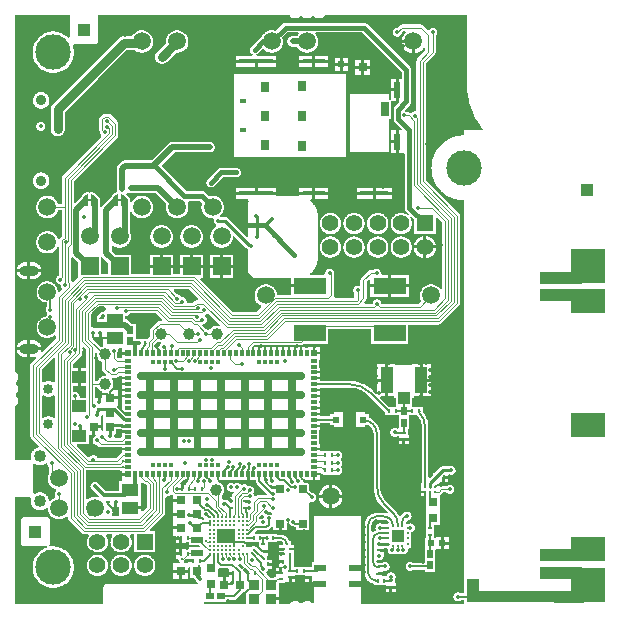
<source format=gtl>
G04*
G04 #@! TF.GenerationSoftware,Altium Limited,Altium Designer,21.0.9 (235)*
G04*
G04 Layer_Physical_Order=1*
G04 Layer_Color=255*
%FSLAX24Y24*%
%MOIN*%
G70*
G04*
G04 #@! TF.SameCoordinates,7913F74A-1B9B-402C-A4C5-A7CF04877313*
G04*
G04*
G04 #@! TF.FilePolarity,Positive*
G04*
G01*
G75*
%ADD10C,0.0059*%
%ADD11C,0.0049*%
%ADD12C,0.0100*%
%ADD13C,0.0060*%
%ADD15C,0.0079*%
%ADD16C,0.0098*%
%ADD17C,0.0118*%
%ADD20C,0.0080*%
%ADD26R,0.0106X0.0118*%
%ADD27R,0.0118X0.0106*%
%ADD28R,0.0551X0.0433*%
%ADD29R,0.0315X0.0295*%
%ADD30R,0.0295X0.0315*%
%ADD31R,0.0197X0.0256*%
%ADD32R,0.0236X0.0197*%
%ADD33R,0.0098X0.0098*%
%ADD34R,0.0394X0.0413*%
%ADD35R,0.0413X0.0866*%
%ADD36R,0.0276X0.0256*%
%ADD37R,0.0472X0.0394*%
%ADD38R,0.0394X0.0197*%
%ADD39C,0.0079*%
%ADD40R,0.0315X0.0295*%
%ADD41R,0.0228X0.0197*%
%ADD42R,0.1083X0.0551*%
%ADD43R,0.1083X0.0547*%
%ADD44R,0.0394X0.0236*%
%ADD45R,0.0276X0.0354*%
%ADD46R,0.0236X0.0118*%
%ADD47R,0.1142X0.0177*%
%ADD48R,0.0748X0.0177*%
%ADD49R,0.0236X0.0236*%
%ADD50R,0.0276X0.0295*%
%ADD51R,0.0197X0.0551*%
%ADD52R,0.0256X0.0472*%
%ADD53R,0.0945X0.0177*%
%ADD54R,0.0315X0.0315*%
%ADD55R,0.0118X0.0118*%
%ADD56R,0.0213X0.0118*%
%ADD57R,0.0118X0.0213*%
%ADD58R,0.0213X0.0213*%
%ADD59R,0.1181X0.1181*%
%ADD60R,0.1181X0.0787*%
%ADD61R,0.0197X0.0236*%
%ADD62R,0.0098X0.0079*%
%ADD63R,0.0256X0.0197*%
%ADD64R,0.0374X0.0335*%
G04:AMPARAMS|DCode=65|XSize=11.8mil|YSize=10.6mil|CornerRadius=0mil|HoleSize=0mil|Usage=FLASHONLY|Rotation=135.000|XOffset=0mil|YOffset=0mil|HoleType=Round|Shape=Rectangle|*
%AMROTATEDRECTD65*
4,1,4,0.0079,-0.0004,0.0004,-0.0079,-0.0079,0.0004,-0.0004,0.0079,0.0079,-0.0004,0.0*
%
%ADD65ROTATEDRECTD65*%

%ADD122C,0.1181*%
%ADD123C,0.0354*%
%ADD125C,0.0057*%
%ADD126C,0.0394*%
%ADD127C,0.0591*%
%ADD128R,0.0394X0.0394*%
%ADD129R,0.0098X0.0091*%
%ADD130R,0.0091X0.0098*%
%ADD131R,0.0394X0.0394*%
%ADD132C,0.0197*%
%ADD133C,0.0120*%
%ADD134C,0.0077*%
%ADD135C,0.0300*%
%ADD136C,0.0065*%
%ADD137C,0.0150*%
%ADD138C,0.0180*%
%ADD139C,0.0200*%
%ADD140C,0.0070*%
%ADD141C,0.0250*%
%ADD142C,0.0235*%
%ADD143C,0.0230*%
%ADD144C,0.0090*%
%ADD145R,0.0760X0.0394*%
%ADD146R,0.0090X0.0230*%
%ADD147R,0.0270X0.0394*%
%ADD148R,0.0630X0.0492*%
%ADD149R,0.0079X0.0177*%
%ADD150C,0.0551*%
%ADD151R,0.0551X0.0551*%
%ADD152C,0.0335*%
%ADD153C,0.0402*%
%ADD154O,0.0630X0.0354*%
%ADD155R,0.0591X0.0591*%
%ADD156C,0.0138*%
%ADD157C,0.0098*%
%ADD158C,0.0118*%
%ADD159C,0.0240*%
G36*
X15177Y17441D02*
X15177Y17441D01*
X15177D01*
X15179Y17347D01*
X15184Y17254D01*
X15194Y17161D01*
X15208Y17068D01*
X15225Y16976D01*
X15246Y16885D01*
X15271Y16795D01*
X15299Y16706D01*
X15332Y16618D01*
X15367Y16531D01*
X15407Y16446D01*
X15450Y16363D01*
X15496Y16282D01*
X15545Y16203D01*
X15598Y16125D01*
X15654Y16050D01*
X15699Y15995D01*
X15676Y15945D01*
X15059Y15945D01*
Y15768D01*
X15005Y15766D01*
X14940Y15760D01*
X14876Y15750D01*
X14812Y15737D01*
X14749Y15719D01*
X14687Y15698D01*
X14626Y15673D01*
X14567Y15644D01*
X14511Y15612D01*
X14456Y15576D01*
X14403Y15538D01*
X14353Y15496D01*
X14305Y15451D01*
X14260Y15403D01*
X14218Y15353D01*
X14179Y15300D01*
X14144Y15245D01*
X14112Y15188D01*
X14083Y15130D01*
X14058Y15069D01*
X14037Y15007D01*
X14019Y14944D01*
X14005Y14880D01*
X13996Y14816D01*
X13990Y14750D01*
X13988Y14685D01*
X13990Y14620D01*
X13996Y14554D01*
X14005Y14490D01*
X14019Y14426D01*
X14037Y14363D01*
X14058Y14301D01*
X14083Y14240D01*
X14112Y14182D01*
X14144Y14125D01*
X14179Y14070D01*
X14218Y14017D01*
X14260Y13967D01*
X14305Y13919D01*
X14353Y13874D01*
X14403Y13832D01*
X14456Y13794D01*
X14511Y13758D01*
X14567Y13726D01*
X14626Y13697D01*
X14687Y13672D01*
X14749Y13651D01*
X14812Y13633D01*
X14876Y13620D01*
X14940Y13610D01*
X15005Y13604D01*
X15059Y13602D01*
X15059Y500D01*
X14972D01*
X14958Y512D01*
X14938Y524D01*
X14916Y533D01*
X14894Y539D01*
X14870Y540D01*
X14846Y539D01*
X14824Y533D01*
X14802Y524D01*
X14782Y512D01*
X14764Y496D01*
X14748Y478D01*
X14736Y458D01*
X14727Y436D01*
X14721Y414D01*
X14720Y390D01*
X14721Y366D01*
X14727Y344D01*
X14736Y322D01*
X14748Y302D01*
X14764Y284D01*
X14782Y268D01*
X14802Y256D01*
X14824Y247D01*
X14846Y241D01*
X14870Y240D01*
X14894Y241D01*
X14916Y247D01*
X14938Y256D01*
X14958Y268D01*
X14972Y280D01*
X15059D01*
Y138D01*
X11650D01*
Y3018D01*
X11650Y3068D01*
X11650Y3068D01*
X11600Y3068D01*
X10075Y3068D01*
X10075Y1535D01*
X9994D01*
Y1396D01*
X9801D01*
Y1390D01*
X9589D01*
Y1388D01*
X9445D01*
X9407Y1417D01*
Y1693D01*
X9390Y1703D01*
Y1839D01*
X9411D01*
Y1928D01*
X9390D01*
Y1939D01*
X9262D01*
Y2015D01*
X9293D01*
Y2028D01*
X9411D01*
Y2118D01*
X9293D01*
Y2256D01*
X9250D01*
X9248Y2261D01*
X9235Y2290D01*
X9218Y2318D01*
X9199Y2343D01*
X9178Y2367D01*
X9154Y2389D01*
X9128Y2408D01*
X9100Y2424D01*
X9071Y2438D01*
X9041Y2449D01*
X9010Y2457D01*
X8978Y2461D01*
X8946Y2463D01*
Y2463D01*
X8847D01*
Y2493D01*
X8579D01*
Y2491D01*
X8357D01*
Y2491D01*
X8193D01*
Y2493D01*
X8115D01*
X8096Y2539D01*
X8156Y2600D01*
X8485D01*
X8485Y2600D01*
X8504Y2601D01*
X8522Y2606D01*
X8539Y2613D01*
X8554Y2622D01*
X8568Y2634D01*
X8643Y2709D01*
X8643Y2709D01*
X8655Y2723D01*
X8658Y2728D01*
X8703Y2720D01*
X8708Y2717D01*
Y2599D01*
X8896D01*
Y2827D01*
X8996D01*
Y2599D01*
X9184D01*
Y2863D01*
X9234Y2867D01*
X9239Y2844D01*
X9248Y2823D01*
X9260Y2803D01*
X9275Y2785D01*
X9293Y2770D01*
X9313Y2758D01*
X9334Y2749D01*
X9357Y2744D01*
X9375Y2742D01*
X9380Y2739D01*
X9394Y2730D01*
X9410Y2723D01*
X9426Y2719D01*
X9443Y2718D01*
X9478D01*
Y2620D01*
X9911D01*
Y3033D01*
X9911Y3033D01*
X9911Y3053D01*
X9911Y3083D01*
Y3524D01*
X9943Y3550D01*
X9961Y3558D01*
X9977Y3554D01*
X10000Y3552D01*
X10023Y3554D01*
X10046Y3559D01*
X10067Y3568D01*
X10087Y3580D01*
X10105Y3595D01*
X10120Y3613D01*
X10132Y3633D01*
X10141Y3654D01*
X10146Y3677D01*
X10148Y3700D01*
X10146Y3723D01*
X10141Y3746D01*
X10132Y3767D01*
X10120Y3787D01*
X10105Y3805D01*
X10087Y3820D01*
X10067Y3832D01*
X10046Y3841D01*
X10023Y3846D01*
X10011Y3847D01*
X9911Y3948D01*
Y4195D01*
X9753D01*
X9719Y4241D01*
X9731Y4265D01*
X9787D01*
Y4286D01*
X9863D01*
Y4265D01*
X10276D01*
Y4425D01*
X10306Y4462D01*
X10794D01*
Y4462D01*
X10837Y4454D01*
X10860Y4452D01*
X10883Y4454D01*
X10906Y4459D01*
X10927Y4468D01*
X10947Y4480D01*
X10965Y4495D01*
X10980Y4513D01*
X10992Y4533D01*
X11001Y4554D01*
X11006Y4577D01*
X11008Y4600D01*
X11006Y4623D01*
X11001Y4646D01*
X10992Y4667D01*
X10980Y4687D01*
X10976Y4691D01*
X10965Y4707D01*
Y4743D01*
X10976Y4759D01*
X10980Y4763D01*
X10992Y4783D01*
X11001Y4804D01*
X11006Y4827D01*
X11008Y4850D01*
X11006Y4873D01*
X11001Y4896D01*
X10992Y4917D01*
X10980Y4937D01*
X10976Y4941D01*
X10965Y4957D01*
Y4993D01*
X10976Y5009D01*
X10980Y5013D01*
X10992Y5033D01*
X11001Y5054D01*
X11006Y5077D01*
X11008Y5100D01*
X11006Y5123D01*
X11001Y5146D01*
X10992Y5167D01*
X10980Y5187D01*
X10965Y5205D01*
X10947Y5220D01*
X10927Y5232D01*
X10906Y5241D01*
X10883Y5246D01*
X10860Y5248D01*
X10837Y5246D01*
X10794Y5238D01*
X10794Y5238D01*
X10306D01*
X10276Y5275D01*
Y5465D01*
X10254D01*
Y5934D01*
X10276D01*
Y6180D01*
X10603D01*
Y6111D01*
X10724D01*
Y6034D01*
X11039D01*
Y6546D01*
X10724D01*
Y6470D01*
X10603D01*
Y6400D01*
X10276D01*
Y6843D01*
X10254D01*
Y6919D01*
X10276D01*
Y7363D01*
X11254D01*
X11256Y7364D01*
X11312Y7362D01*
X11370Y7356D01*
X11428Y7347D01*
X11485Y7333D01*
X11541Y7316D01*
X11595Y7296D01*
X11648Y7272D01*
X11700Y7244D01*
X11750Y7213D01*
X11797Y7179D01*
X11842Y7142D01*
X11883Y7104D01*
X11885Y7102D01*
X12432Y6554D01*
Y6437D01*
X12894D01*
Y6006D01*
X12844Y5985D01*
X12843Y5986D01*
X12823Y5998D01*
X12802Y6007D01*
X12779Y6012D01*
X12756Y6014D01*
X12733Y6012D01*
X12710Y6007D01*
X12689Y5998D01*
X12669Y5986D01*
X12651Y5971D01*
X12636Y5953D01*
X12624Y5933D01*
X12615Y5912D01*
X12610Y5889D01*
X12608Y5866D01*
X12610Y5843D01*
X12615Y5820D01*
X12624Y5799D01*
X12636Y5779D01*
X12651Y5761D01*
X12669Y5746D01*
X12689Y5734D01*
X12710Y5725D01*
X12733Y5720D01*
X12756Y5718D01*
X12779Y5720D01*
X12802Y5725D01*
X12823Y5734D01*
X12824Y5735D01*
X12911D01*
Y5679D01*
X13070D01*
X13229D01*
Y5782D01*
X13208D01*
Y5984D01*
X13248D01*
Y6437D01*
X13520D01*
X13550Y6399D01*
X13578Y6357D01*
X13602Y6314D01*
X13623Y6268D01*
X13641Y6221D01*
X13654Y6173D01*
X13664Y6124D01*
X13670Y6074D01*
X13672Y6026D01*
X13672Y6024D01*
Y4171D01*
X13652D01*
Y4035D01*
X13630D01*
Y3936D01*
X13652D01*
Y3915D01*
X13780D01*
Y3836D01*
X13630D01*
Y3737D01*
X13793D01*
X13799Y3689D01*
X13799Y3689D01*
X13799Y2853D01*
X13797Y2803D01*
X13797D01*
Y2581D01*
X13795D01*
Y2348D01*
X13757D01*
Y2015D01*
X13756D01*
Y1510D01*
X13383D01*
X13370Y1522D01*
X13349Y1534D01*
X13328Y1543D01*
X13305Y1549D01*
X13281Y1551D01*
X13258Y1549D01*
X13235Y1543D01*
X13213Y1534D01*
X13193Y1522D01*
X13175Y1507D01*
X13160Y1489D01*
X13147Y1468D01*
X13138Y1447D01*
X13133Y1424D01*
X13131Y1400D01*
X13133Y1377D01*
X13138Y1354D01*
X13147Y1332D01*
X13160Y1312D01*
X13175Y1294D01*
X13193Y1279D01*
X13213Y1266D01*
X13235Y1257D01*
X13258Y1252D01*
X13281Y1250D01*
X13305Y1252D01*
X13328Y1257D01*
X13349Y1266D01*
X13370Y1279D01*
X13383Y1290D01*
X13756D01*
Y1223D01*
X14114D01*
Y1597D01*
Y1927D01*
X14132Y1970D01*
X14300D01*
Y2168D01*
Y2367D01*
X14132D01*
Y2348D01*
X14075D01*
Y2581D01*
X14073D01*
Y2777D01*
X14273D01*
Y3230D01*
X14273D01*
Y3306D01*
X14275D01*
Y3764D01*
X14275D01*
X14294Y3806D01*
X14301Y3813D01*
X14356Y3868D01*
X14484D01*
X14488Y3864D01*
X14505Y3849D01*
X14525Y3837D01*
X14547Y3828D01*
X14569Y3822D01*
X14592Y3821D01*
X14616Y3822D01*
X14638Y3828D01*
X14660Y3837D01*
X14679Y3849D01*
X14697Y3864D01*
X14712Y3882D01*
X14724Y3902D01*
X14733Y3923D01*
X14739Y3946D01*
X14741Y3969D01*
X14739Y3992D01*
X14733Y4015D01*
X14724Y4036D01*
X14712Y4056D01*
X14697Y4073D01*
X14679Y4089D01*
X14660Y4101D01*
X14638Y4110D01*
X14616Y4115D01*
X14592Y4117D01*
X14569Y4115D01*
X14547Y4110D01*
X14525Y4101D01*
X14505Y4089D01*
X14490Y4075D01*
X14313D01*
X14297Y4074D01*
X14294Y4073D01*
X14255Y4094D01*
X14244Y4106D01*
X14244Y4107D01*
Y4161D01*
X14244Y4193D01*
X14287Y4210D01*
X14345D01*
Y4369D01*
X14395D01*
Y4419D01*
X14548D01*
Y4434D01*
X14555Y4443D01*
X14598Y4466D01*
X14600Y4465D01*
X14622Y4460D01*
X14646Y4458D01*
X14669Y4460D01*
X14691Y4465D01*
X14713Y4474D01*
X14733Y4486D01*
X14750Y4502D01*
X14765Y4519D01*
X14778Y4539D01*
X14787Y4561D01*
X14792Y4583D01*
X14794Y4606D01*
X14792Y4629D01*
X14787Y4652D01*
X14778Y4674D01*
X14765Y4693D01*
X14750Y4711D01*
X14733Y4726D01*
X14713Y4738D01*
X14691Y4747D01*
X14669Y4753D01*
X14646Y4754D01*
X14622Y4753D01*
X14600Y4747D01*
X14578Y4738D01*
X14574Y4735D01*
X14370D01*
X14350Y4734D01*
X14330Y4729D01*
X14312Y4721D01*
X14294Y4711D01*
X14279Y4698D01*
X14088Y4507D01*
X14038D01*
Y4457D01*
X13934Y4352D01*
X13887Y4371D01*
Y6024D01*
X13887D01*
X13886Y6079D01*
X13880Y6135D01*
X13871Y6190D01*
X13858Y6245D01*
X13842Y6298D01*
X13822Y6350D01*
X13799Y6401D01*
X13773Y6451D01*
X13744Y6498D01*
X13711Y6544D01*
X13709Y6546D01*
Y6713D01*
X13346D01*
Y6998D01*
X13406D01*
Y7065D01*
X13602D01*
Y7598D01*
Y8131D01*
X13345D01*
Y8110D01*
X12797D01*
Y8131D01*
X12540D01*
Y7598D01*
Y7065D01*
X12736D01*
Y6998D01*
X12795D01*
Y6713D01*
X12579D01*
X12272Y7019D01*
X12292Y7065D01*
X12440D01*
Y7548D01*
X12183D01*
Y7173D01*
X12137Y7154D01*
X12037Y7255D01*
X12037Y7255D01*
X11992Y7297D01*
X11944Y7337D01*
X11895Y7375D01*
X11843Y7409D01*
X11790Y7441D01*
X11734Y7469D01*
X11678Y7495D01*
X11620Y7517D01*
X11560Y7536D01*
X11500Y7551D01*
X11439Y7564D01*
X11378Y7572D01*
X11316Y7577D01*
X11254Y7579D01*
Y7579D01*
X10276D01*
Y8024D01*
X10254D01*
Y8296D01*
X10276D01*
Y8709D01*
X9863D01*
Y8688D01*
X9787D01*
Y8709D01*
X8070D01*
X8050Y8755D01*
X8076Y8786D01*
X9648D01*
X9664Y8788D01*
X9680Y8791D01*
X9695Y8798D01*
X9709Y8806D01*
X9721Y8817D01*
X9723Y8819D01*
X10551D01*
Y9306D01*
X11969D01*
Y8819D01*
X13209D01*
Y9463D01*
X14234D01*
X14250Y9465D01*
X14266Y9468D01*
X14281Y9475D01*
X14295Y9483D01*
X14307Y9494D01*
X14913Y10100D01*
X14924Y10112D01*
X14932Y10126D01*
X14939Y10141D01*
X14942Y10157D01*
X14944Y10173D01*
Y13080D01*
X14942Y13096D01*
X14939Y13112D01*
X14932Y13127D01*
X14924Y13141D01*
X14913Y13153D01*
X13794Y14273D01*
Y18177D01*
X14103Y18487D01*
X14114Y18499D01*
X14122Y18513D01*
X14129Y18528D01*
X14132Y18544D01*
X14134Y18560D01*
Y19094D01*
X14135Y19095D01*
X14150Y19113D01*
X14162Y19133D01*
X14171Y19154D01*
X14176Y19177D01*
X14178Y19200D01*
X14176Y19223D01*
X14171Y19246D01*
X14162Y19267D01*
X14150Y19287D01*
X14135Y19305D01*
X14117Y19320D01*
X14097Y19332D01*
X14076Y19341D01*
X14053Y19346D01*
X14030Y19348D01*
X14007Y19346D01*
X13984Y19341D01*
X13963Y19332D01*
X13943Y19320D01*
X13925Y19305D01*
X13915Y19292D01*
X13903Y19286D01*
X13854Y19283D01*
X13703Y19433D01*
X13691Y19444D01*
X13677Y19452D01*
X13662Y19459D01*
X13646Y19462D01*
X13630Y19464D01*
X13000D01*
X12984Y19462D01*
X12968Y19459D01*
X12953Y19452D01*
X12939Y19444D01*
X12927Y19433D01*
X12846Y19353D01*
X12845Y19353D01*
X12822Y19351D01*
X12799Y19346D01*
X12778Y19337D01*
X12758Y19325D01*
X12740Y19310D01*
X12725Y19292D01*
X12713Y19272D01*
X12704Y19251D01*
X12699Y19228D01*
X12697Y19205D01*
X12699Y19182D01*
X12704Y19159D01*
X12713Y19138D01*
X12725Y19118D01*
X12740Y19100D01*
X12758Y19085D01*
X12778Y19073D01*
X12799Y19064D01*
X12822Y19059D01*
X12845Y19057D01*
X12868Y19059D01*
X12891Y19064D01*
X12912Y19073D01*
X12932Y19085D01*
X12950Y19100D01*
X12965Y19118D01*
X12977Y19138D01*
X12986Y19159D01*
X12991Y19182D01*
X12993Y19205D01*
X12993Y19206D01*
X13043Y19256D01*
X13122D01*
X13139Y19206D01*
X13135Y19204D01*
X13106Y19177D01*
X13080Y19149D01*
X13057Y19118D01*
X13037Y19084D01*
X13020Y19049D01*
X13007Y19013D01*
X12998Y18975D01*
X12994Y18948D01*
X13386D01*
Y18898D01*
X13436D01*
Y18505D01*
X13463Y18509D01*
X13501Y18519D01*
X13537Y18532D01*
X13572Y18549D01*
X13606Y18569D01*
X13637Y18592D01*
X13666Y18618D01*
X13692Y18647D01*
X13715Y18678D01*
X13726Y18697D01*
X13776Y18683D01*
Y18592D01*
X13518Y18334D01*
X13508Y18322D01*
X13499Y18308D01*
X13493Y18293D01*
X13489Y18277D01*
X13488Y18261D01*
Y16612D01*
X13482Y16601D01*
X13440Y16568D01*
X13417Y16566D01*
X13394Y16561D01*
X13373Y16552D01*
X13353Y16540D01*
X13335Y16525D01*
X13289Y16514D01*
X13275Y16522D01*
X13260Y16529D01*
X13244Y16532D01*
X13228Y16534D01*
X13176D01*
X13175Y16535D01*
X13157Y16550D01*
X13137Y16562D01*
X13116Y16571D01*
X13115Y16571D01*
X13098Y16621D01*
X13099Y16625D01*
X13262Y16789D01*
X13278Y16807D01*
X13291Y16828D01*
X13300Y16850D01*
X13305Y16874D01*
X13307Y16898D01*
Y17957D01*
X13305Y17981D01*
X13300Y18004D01*
X13291Y18027D01*
X13278Y18047D01*
X13262Y18066D01*
X11859Y19469D01*
X11841Y19485D01*
X11820Y19497D01*
X11798Y19507D01*
X11774Y19512D01*
X11750Y19514D01*
X9124D01*
X9100Y19512D01*
X9076Y19507D01*
X9054Y19497D01*
X9033Y19485D01*
X9015Y19469D01*
X8793Y19248D01*
X8770Y19256D01*
X8734Y19265D01*
X8698Y19270D01*
X8661Y19272D01*
X8625Y19270D01*
X8588Y19265D01*
X8553Y19256D01*
X8518Y19244D01*
X8485Y19228D01*
X8453Y19209D01*
X8424Y19187D01*
X8397Y19162D01*
X8372Y19135D01*
X8350Y19106D01*
X8331Y19074D01*
X8315Y19041D01*
X8314Y19038D01*
X8308Y19035D01*
X8287Y19022D01*
X8269Y19007D01*
X7981Y18719D01*
X7965Y18701D01*
X7953Y18680D01*
X7943Y18658D01*
X7938Y18634D01*
X7936Y18610D01*
X7938Y18586D01*
X7943Y18562D01*
X7953Y18540D01*
X7965Y18519D01*
X7981Y18501D01*
X7999Y18485D01*
X8020Y18473D01*
X8031Y18468D01*
X8021Y18418D01*
X7477D01*
Y18280D01*
X8147D01*
X8818D01*
Y18418D01*
X8159D01*
X8149Y18468D01*
X8160Y18473D01*
X8181Y18485D01*
X8199Y18501D01*
X8332Y18634D01*
X8397Y18633D01*
X8424Y18608D01*
X8453Y18586D01*
X8485Y18567D01*
X8518Y18552D01*
X8553Y18539D01*
X8588Y18530D01*
X8625Y18525D01*
X8661Y18523D01*
X8698Y18525D01*
X8734Y18530D01*
X8770Y18539D01*
X8805Y18552D01*
X8838Y18567D01*
X8869Y18586D01*
X8899Y18608D01*
X8926Y18633D01*
X8951Y18660D01*
X8973Y18690D01*
X8992Y18721D01*
X9007Y18754D01*
X9020Y18789D01*
X9029Y18825D01*
X9034Y18861D01*
X9036Y18898D01*
X9034Y18934D01*
X9029Y18971D01*
X9020Y19006D01*
X9011Y19030D01*
X9188Y19206D01*
X9551D01*
X9567Y19181D01*
X9572Y19156D01*
X9553Y19135D01*
X9531Y19106D01*
X9515Y19079D01*
X9360D01*
X9337Y19078D01*
X9314Y19073D01*
X9291Y19065D01*
X9270Y19055D01*
X9251Y19042D01*
X9233Y19027D01*
X9218Y19009D01*
X9205Y18990D01*
X9195Y18969D01*
X9187Y18946D01*
X9182Y18923D01*
X9181Y18900D01*
X9182Y18877D01*
X9187Y18854D01*
X9195Y18831D01*
X9205Y18810D01*
X9218Y18791D01*
X9233Y18773D01*
X9251Y18758D01*
X9270Y18745D01*
X9291Y18735D01*
X9314Y18727D01*
X9337Y18722D01*
X9360Y18721D01*
X9512D01*
X9531Y18690D01*
X9553Y18660D01*
X9578Y18633D01*
X9605Y18608D01*
X9634Y18586D01*
X9666Y18567D01*
X9699Y18552D01*
X9734Y18539D01*
X9769Y18530D01*
X9806Y18525D01*
X9843Y18523D01*
X9879Y18525D01*
X9916Y18530D01*
X9951Y18539D01*
X9986Y18552D01*
X10019Y18567D01*
X10051Y18586D01*
X10080Y18608D01*
X10107Y18633D01*
X10132Y18660D01*
X10154Y18690D01*
X10173Y18721D01*
X10188Y18754D01*
X10201Y18789D01*
X10210Y18825D01*
X10215Y18861D01*
X10217Y18898D01*
X10215Y18934D01*
X10210Y18971D01*
X10201Y19006D01*
X10188Y19041D01*
X10173Y19074D01*
X10154Y19106D01*
X10132Y19135D01*
X10113Y19156D01*
X10118Y19181D01*
X10134Y19206D01*
X11686D01*
X12999Y17893D01*
Y17662D01*
X12902D01*
Y17287D01*
Y16865D01*
X12902Y16865D01*
X12768Y16730D01*
X12752Y16712D01*
X12739Y16691D01*
X12730Y16669D01*
X12725Y16645D01*
X12723Y16621D01*
Y16323D01*
X12725Y16299D01*
X12730Y16275D01*
X12739Y16253D01*
X12752Y16232D01*
X12768Y16214D01*
X13002Y15980D01*
X12981Y15930D01*
X12902D01*
Y15554D01*
Y15179D01*
X13042D01*
X13051Y15179D01*
X13092Y15157D01*
Y13358D01*
X13094Y13334D01*
X13099Y13311D01*
X13109Y13288D01*
X13121Y13268D01*
X13137Y13249D01*
X13240Y13146D01*
X13207Y13109D01*
X13179Y13130D01*
X13150Y13148D01*
X13118Y13162D01*
X13085Y13174D01*
X13052Y13183D01*
X13017Y13188D01*
X12982Y13189D01*
X12948Y13188D01*
X12913Y13183D01*
X12879Y13174D01*
X12847Y13162D01*
X12815Y13148D01*
X12785Y13130D01*
X12757Y13109D01*
X12731Y13086D01*
X12708Y13060D01*
X12687Y13032D01*
X12669Y13002D01*
X12655Y12970D01*
X12643Y12938D01*
X12634Y12904D01*
X12629Y12869D01*
X12628Y12835D01*
X12629Y12800D01*
X12634Y12765D01*
X12643Y12732D01*
X12655Y12699D01*
X12669Y12667D01*
X12687Y12638D01*
X12708Y12610D01*
X12731Y12584D01*
X12757Y12560D01*
X12785Y12540D01*
X12815Y12522D01*
X12847Y12507D01*
X12879Y12495D01*
X12913Y12487D01*
X12948Y12482D01*
X12982Y12480D01*
X13017Y12482D01*
X13052Y12487D01*
X13085Y12495D01*
X13118Y12507D01*
X13150Y12522D01*
X13179Y12540D01*
X13207Y12560D01*
X13233Y12584D01*
X13257Y12610D01*
X13277Y12638D01*
X13295Y12667D01*
X13310Y12699D01*
X13322Y12732D01*
X13330Y12765D01*
X13335Y12800D01*
X13337Y12835D01*
X13335Y12869D01*
X13330Y12904D01*
X13322Y12938D01*
X13310Y12970D01*
X13295Y13002D01*
X13277Y13032D01*
X13257Y13060D01*
X13294Y13092D01*
X13415Y12971D01*
Y12480D01*
X14124D01*
Y13027D01*
X14170Y13046D01*
X14343Y12874D01*
Y10647D01*
X14293Y10633D01*
X14288Y10641D01*
X14266Y10671D01*
X14241Y10698D01*
X14214Y10723D01*
X14184Y10744D01*
X14153Y10763D01*
X14120Y10779D01*
X14085Y10791D01*
X14049Y10800D01*
X14013Y10806D01*
X13976Y10808D01*
X13940Y10806D01*
X13903Y10800D01*
X13868Y10791D01*
X13833Y10779D01*
X13800Y10763D01*
X13768Y10744D01*
X13739Y10723D01*
X13712Y10698D01*
X13687Y10671D01*
X13665Y10641D01*
X13646Y10610D01*
X13630Y10576D01*
X13618Y10542D01*
X13609Y10506D01*
X13604Y10470D01*
X13602Y10433D01*
X13604Y10396D01*
X13609Y10360D01*
X13618Y10324D01*
X13630Y10290D01*
X13646Y10257D01*
X13649Y10252D01*
X13559Y10163D01*
X12323D01*
X12321Y10181D01*
X12316Y10203D01*
X12307Y10225D01*
X12295Y10245D01*
X12280Y10262D01*
X12262Y10277D01*
X12242Y10289D01*
X12221Y10298D01*
X12198Y10304D01*
X12175Y10306D01*
X12152Y10304D01*
X12129Y10298D01*
X12108Y10289D01*
X12088Y10277D01*
X12070Y10262D01*
X12055Y10245D01*
X12043Y10225D01*
X12034Y10203D01*
X12029Y10181D01*
X12028Y10163D01*
X11762D01*
X11743Y10209D01*
X11796Y10261D01*
X11806Y10274D01*
X11815Y10288D01*
X11821Y10303D01*
X11825Y10318D01*
X11826Y10335D01*
Y10902D01*
X11901Y10977D01*
X11947Y10958D01*
Y10798D01*
X12539D01*
Y11124D01*
X12345D01*
X12326Y11138D01*
X12303Y11174D01*
X12304Y11181D01*
X12302Y11204D01*
X12296Y11227D01*
X12287Y11248D01*
X12275Y11268D01*
X12260Y11286D01*
X12243Y11301D01*
X12223Y11313D01*
X12201Y11322D01*
X12179Y11327D01*
X12156Y11329D01*
X12132Y11327D01*
X12110Y11322D01*
X12088Y11313D01*
X12068Y11301D01*
X12051Y11286D01*
X12050Y11285D01*
X11959D01*
X11942Y11283D01*
X11927Y11280D01*
X11912Y11273D01*
X11898Y11265D01*
X11885Y11254D01*
X11649Y11018D01*
X11639Y11006D01*
X11630Y10992D01*
X11624Y10977D01*
X11620Y10961D01*
X11619Y10945D01*
Y10785D01*
X11616Y10779D01*
X11572Y10751D01*
X11569Y10752D01*
X11549Y10757D01*
X11526Y10758D01*
X11502Y10757D01*
X11480Y10751D01*
X11458Y10742D01*
X11439Y10730D01*
X11421Y10715D01*
X11406Y10697D01*
X11394Y10677D01*
X11385Y10656D01*
X11379Y10633D01*
X11378Y10610D01*
X11379Y10587D01*
X11385Y10564D01*
X11394Y10543D01*
X11406Y10523D01*
X11421Y10506D01*
X11422Y10505D01*
Y10360D01*
X10765D01*
X10758Y10364D01*
X10746Y10379D01*
X10731Y10410D01*
X10732Y10417D01*
X10734Y10433D01*
Y11132D01*
X10733Y11141D01*
X10737Y11158D01*
X10739Y11181D01*
X10737Y11204D01*
X10732Y11227D01*
X10723Y11248D01*
X10711Y11268D01*
X10695Y11286D01*
X10678Y11301D01*
X10658Y11313D01*
X10636Y11322D01*
X10614Y11327D01*
X10591Y11329D01*
X10568Y11327D01*
X10545Y11322D01*
X10523Y11313D01*
X10504Y11301D01*
X10486Y11286D01*
X10471Y11268D01*
X10459Y11248D01*
X10450Y11227D01*
X10444Y11204D01*
X10443Y11181D01*
X10443Y11172D01*
X10422Y11138D01*
X10403Y11122D01*
X9968D01*
X9952Y11159D01*
X9952Y11172D01*
X9960Y11178D01*
X9996Y11215D01*
X10001Y11219D01*
X10006Y11224D01*
X10042Y11261D01*
X10052Y11272D01*
X10087Y11324D01*
X10091Y11331D01*
X10092Y11333D01*
X10117Y11369D01*
X10117Y11369D01*
X10124Y11383D01*
X10124Y11383D01*
X10169Y11490D01*
X10173Y11505D01*
X10182Y11548D01*
X10182Y11551D01*
X10184Y11558D01*
X10196Y11619D01*
X10197Y11635D01*
Y11686D01*
X10197Y11693D01*
X10197D01*
Y13071D01*
X10197D01*
X10197Y13078D01*
Y13129D01*
X10196Y13144D01*
X10184Y13206D01*
X10182Y13213D01*
X10182Y13216D01*
X10173Y13259D01*
X10169Y13273D01*
X10124Y13381D01*
X10124Y13381D01*
X10117Y13395D01*
X10117Y13395D01*
X10092Y13431D01*
X10091Y13433D01*
X10087Y13439D01*
X10052Y13491D01*
X10042Y13503D01*
X10006Y13540D01*
X10001Y13545D01*
X9996Y13549D01*
X9960Y13586D01*
X9953Y13591D01*
X9954Y13608D01*
X9969Y13641D01*
X10007D01*
Y13780D01*
X9583D01*
Y13743D01*
X9533Y13741D01*
X9528Y13741D01*
Y13741D01*
X8818D01*
Y13780D01*
X8147D01*
X7477D01*
Y13641D01*
X7872D01*
X7886Y13629D01*
X7903Y13591D01*
X7880Y13534D01*
X7875Y13519D01*
X7874Y13504D01*
Y13469D01*
X7873Y13465D01*
X7874Y13460D01*
Y13425D01*
X7874Y13422D01*
Y12394D01*
X7828Y12375D01*
X7192Y13011D01*
X7176Y13024D01*
X7159Y13035D01*
X7140Y13043D01*
X7120Y13048D01*
X7100Y13049D01*
X6952D01*
X6951Y13049D01*
X6945Y13064D01*
X6942Y13107D01*
X6958Y13121D01*
X6982Y13148D01*
X7004Y13178D01*
X7023Y13209D01*
X7039Y13243D01*
X7051Y13277D01*
X7060Y13313D01*
X7066Y13349D01*
X7067Y13386D01*
X7066Y13423D01*
X7060Y13459D01*
X7051Y13495D01*
X7039Y13529D01*
X7023Y13562D01*
X7004Y13594D01*
X6982Y13623D01*
X6958Y13651D01*
X6930Y13675D01*
X6901Y13697D01*
X6869Y13716D01*
X6836Y13732D01*
X6802Y13744D01*
X6766Y13753D01*
X6730Y13758D01*
X6693Y13760D01*
X6656Y13758D01*
X6620Y13753D01*
X6584Y13744D01*
X6576Y13741D01*
X6448Y13870D01*
X6432Y13884D01*
X6413Y13896D01*
X6393Y13906D01*
X6373Y13913D01*
X6351Y13918D01*
X6329Y13919D01*
X5826D01*
X4986Y14759D01*
X5428Y15201D01*
X6590D01*
X6613Y15202D01*
X6636Y15207D01*
X6659Y15215D01*
X6680Y15225D01*
X6699Y15238D01*
X6717Y15253D01*
X6732Y15271D01*
X6745Y15290D01*
X6755Y15311D01*
X6763Y15334D01*
X6768Y15357D01*
X6769Y15380D01*
X6768Y15403D01*
X6763Y15426D01*
X6755Y15449D01*
X6745Y15470D01*
X6732Y15489D01*
X6717Y15507D01*
X6699Y15522D01*
X6680Y15535D01*
X6659Y15545D01*
X6636Y15553D01*
X6613Y15558D01*
X6590Y15559D01*
X5354D01*
X5330Y15558D01*
X5307Y15553D01*
X5285Y15545D01*
X5264Y15535D01*
X5245Y15522D01*
X5227Y15507D01*
X4660Y14939D01*
X3788D01*
X3764Y14938D01*
X3741Y14933D01*
X3719Y14925D01*
X3698Y14915D01*
X3679Y14902D01*
X3661Y14887D01*
X3547Y14773D01*
X3532Y14755D01*
X3519Y14736D01*
X3508Y14715D01*
X3501Y14693D01*
X3496Y14670D01*
X3495Y14646D01*
Y13970D01*
X3496Y13947D01*
X3500Y13927D01*
X3500Y13921D01*
X3500Y13916D01*
X3478Y13875D01*
X3469Y13868D01*
X3469Y13868D01*
X3440Y13856D01*
X3412Y13841D01*
X3386Y13822D01*
X3362Y13801D01*
X3341Y13777D01*
X3323Y13751D01*
X3307Y13723D01*
X3295Y13694D01*
X3294Y13690D01*
X3019Y13415D01*
X3003Y13398D01*
X2993Y13382D01*
X2987Y13381D01*
X2943Y13407D01*
Y13600D01*
X2941Y13623D01*
X2937Y13646D01*
X2929Y13669D01*
X2919Y13690D01*
X2906Y13709D01*
X2890Y13727D01*
X2873Y13742D01*
X2856Y13753D01*
X2839Y13777D01*
X2818Y13801D01*
X2794Y13822D01*
X2768Y13841D01*
X2740Y13856D01*
X2711Y13868D01*
X2687Y13875D01*
X2687Y13875D01*
X2677Y13877D01*
X2660Y13879D01*
X2643Y13877D01*
X2627Y13873D01*
X2611Y13867D01*
X2596Y13858D01*
X2590Y13853D01*
X2584Y13858D01*
X2569Y13867D01*
X2553Y13873D01*
X2537Y13877D01*
X2520Y13879D01*
X2503Y13877D01*
X2493Y13875D01*
X2493Y13875D01*
X2469Y13868D01*
X2440Y13856D01*
X2412Y13841D01*
X2386Y13822D01*
X2362Y13801D01*
X2341Y13777D01*
X2323Y13751D01*
X2307Y13723D01*
X2295Y13694D01*
X2294Y13690D01*
X2110Y13506D01*
X2064Y13525D01*
Y14237D01*
X3522Y15695D01*
X3532Y15707D01*
X3541Y15721D01*
X3547Y15736D01*
X3551Y15752D01*
X3552Y15768D01*
Y16163D01*
X3551Y16180D01*
X3547Y16195D01*
X3541Y16210D01*
X3532Y16224D01*
X3522Y16237D01*
X3292Y16466D01*
X3280Y16477D01*
X3266Y16485D01*
X3251Y16491D01*
X3235Y16495D01*
X3219Y16496D01*
X3101D01*
X3085Y16495D01*
X3069Y16491D01*
X3054Y16485D01*
X3040Y16477D01*
X3028Y16466D01*
X2944Y16382D01*
X2933Y16370D01*
X2925Y16356D01*
X2919Y16341D01*
X2915Y16325D01*
X2914Y16309D01*
Y15963D01*
X2915Y15947D01*
X2919Y15931D01*
X2925Y15916D01*
X2933Y15902D01*
X2942Y15892D01*
X2942Y15890D01*
X2944Y15867D01*
X2949Y15844D01*
X2958Y15823D01*
X2970Y15803D01*
X2985Y15785D01*
X2983Y15728D01*
X1690Y14435D01*
X1679Y14422D01*
X1671Y14408D01*
X1665Y14393D01*
X1661Y14378D01*
X1659Y14361D01*
Y13474D01*
X1545D01*
X1539Y13495D01*
X1527Y13529D01*
X1511Y13562D01*
X1492Y13594D01*
X1471Y13623D01*
X1446Y13651D01*
X1419Y13675D01*
X1389Y13697D01*
X1358Y13716D01*
X1324Y13732D01*
X1290Y13744D01*
X1254Y13753D01*
X1218Y13758D01*
X1181Y13760D01*
X1144Y13758D01*
X1108Y13753D01*
X1072Y13744D01*
X1038Y13732D01*
X1005Y13716D01*
X973Y13697D01*
X944Y13675D01*
X916Y13651D01*
X892Y13623D01*
X870Y13594D01*
X851Y13562D01*
X835Y13529D01*
X823Y13495D01*
X814Y13459D01*
X808Y13423D01*
X807Y13386D01*
X808Y13349D01*
X814Y13313D01*
X823Y13277D01*
X835Y13243D01*
X851Y13209D01*
X870Y13178D01*
X892Y13148D01*
X916Y13121D01*
X944Y13096D01*
X973Y13074D01*
X1005Y13056D01*
X1038Y13040D01*
X1072Y13027D01*
X1108Y13019D01*
X1144Y13013D01*
X1181Y13011D01*
X1218Y13013D01*
X1254Y13019D01*
X1290Y13027D01*
X1324Y13040D01*
X1358Y13056D01*
X1389Y13074D01*
X1419Y13096D01*
X1446Y13121D01*
X1471Y13148D01*
X1492Y13178D01*
X1511Y13209D01*
X1527Y13243D01*
X1536Y13266D01*
X1659D01*
Y12399D01*
X1598Y12337D01*
X1587Y12325D01*
X1582Y12324D01*
X1543Y12327D01*
X1533Y12331D01*
X1527Y12348D01*
X1511Y12381D01*
X1492Y12413D01*
X1471Y12442D01*
X1446Y12470D01*
X1419Y12494D01*
X1389Y12516D01*
X1358Y12535D01*
X1324Y12551D01*
X1290Y12563D01*
X1254Y12572D01*
X1218Y12577D01*
X1181Y12579D01*
X1144Y12577D01*
X1108Y12572D01*
X1072Y12563D01*
X1038Y12551D01*
X1005Y12535D01*
X973Y12516D01*
X944Y12494D01*
X916Y12470D01*
X892Y12442D01*
X870Y12413D01*
X851Y12381D01*
X835Y12348D01*
X823Y12313D01*
X814Y12278D01*
X808Y12241D01*
X807Y12205D01*
X808Y12168D01*
X814Y12132D01*
X823Y12096D01*
X835Y12061D01*
X851Y12028D01*
X870Y11997D01*
X892Y11967D01*
X916Y11940D01*
X944Y11915D01*
X973Y11893D01*
X1005Y11874D01*
X1038Y11859D01*
X1072Y11846D01*
X1108Y11837D01*
X1144Y11832D01*
X1181Y11830D01*
X1218Y11832D01*
X1254Y11837D01*
X1290Y11846D01*
X1324Y11859D01*
X1358Y11874D01*
X1389Y11893D01*
X1419Y11915D01*
X1446Y11940D01*
X1471Y11967D01*
X1492Y11997D01*
X1511Y12028D01*
X1517Y12041D01*
X1567Y12030D01*
Y11419D01*
X1568Y11405D01*
Y11098D01*
X1553Y11092D01*
X1533Y11080D01*
X1515Y11065D01*
X1500Y11047D01*
X1488Y11027D01*
X1479Y11006D01*
X1474Y10983D01*
X1472Y10960D01*
X1474Y10937D01*
X1479Y10914D01*
X1488Y10893D01*
X1500Y10873D01*
X1515Y10855D01*
X1533Y10840D01*
X1553Y10828D01*
X1574Y10819D01*
X1597Y10814D01*
X1620Y10807D01*
X1620Y10784D01*
X1621Y10761D01*
X1627Y10738D01*
X1636Y10717D01*
X1648Y10697D01*
X1663Y10679D01*
X1661Y10622D01*
X1586Y10546D01*
X1572Y10548D01*
X1535Y10567D01*
X1534Y10586D01*
X1529Y10620D01*
X1521Y10654D01*
X1509Y10687D01*
X1494Y10718D01*
X1476Y10748D01*
X1455Y10776D01*
X1432Y10802D01*
X1406Y10825D01*
X1378Y10846D01*
X1348Y10864D01*
X1317Y10879D01*
X1284Y10891D01*
X1250Y10899D01*
X1216Y10904D01*
X1181Y10906D01*
X1146Y10904D01*
X1112Y10899D01*
X1078Y10891D01*
X1045Y10879D01*
X1014Y10864D01*
X984Y10846D01*
X956Y10825D01*
X930Y10802D01*
X907Y10776D01*
X886Y10748D01*
X868Y10718D01*
X853Y10687D01*
X842Y10654D01*
X833Y10620D01*
X828Y10586D01*
X826Y10551D01*
X828Y10516D01*
X833Y10482D01*
X842Y10448D01*
X853Y10415D01*
X868Y10384D01*
X886Y10354D01*
X907Y10326D01*
X930Y10300D01*
X956Y10277D01*
X984Y10256D01*
X1014Y10238D01*
X1045Y10223D01*
X1078Y10212D01*
X1112Y10203D01*
X1146Y10198D01*
X1165Y10197D01*
Y10050D01*
X1153Y10036D01*
X1143Y10019D01*
X1135Y10000D01*
X1131Y9981D01*
X1129Y9961D01*
X1131Y9941D01*
X1135Y9921D01*
X1143Y9902D01*
X1153Y9885D01*
X1167Y9870D01*
X1176Y9862D01*
X1180Y9834D01*
X1178Y9803D01*
X1177Y9803D01*
X1169Y9795D01*
X1156Y9780D01*
X1145Y9763D01*
X1138Y9744D01*
X1133Y9725D01*
X1133Y9721D01*
X1112Y9718D01*
X1078Y9710D01*
X1045Y9698D01*
X1014Y9683D01*
X984Y9665D01*
X956Y9644D01*
X930Y9621D01*
X907Y9595D01*
X886Y9567D01*
X868Y9537D01*
X853Y9506D01*
X842Y9473D01*
X833Y9439D01*
X828Y9405D01*
X826Y9370D01*
X828Y9335D01*
X833Y9301D01*
X842Y9267D01*
X853Y9234D01*
X868Y9203D01*
X886Y9173D01*
X907Y9145D01*
X930Y9119D01*
X956Y9096D01*
X984Y9075D01*
X1014Y9057D01*
X1045Y9042D01*
X1078Y9031D01*
X1112Y9022D01*
X1146Y9017D01*
X1181Y9015D01*
X1216Y9017D01*
X1250Y9022D01*
X1284Y9031D01*
X1317Y9042D01*
X1348Y9057D01*
X1378Y9075D01*
X1406Y9096D01*
X1409Y9098D01*
X1459Y9076D01*
Y8995D01*
X1017Y8553D01*
X1015Y8554D01*
X974Y8581D01*
X979Y8600D01*
X981Y8611D01*
X621D01*
Y8384D01*
X709D01*
X740Y8386D01*
X770Y8391D01*
X789Y8396D01*
X816Y8355D01*
X817Y8353D01*
X635Y8172D01*
X625Y8160D01*
X616Y8146D01*
X610Y8131D01*
X606Y8115D01*
X605Y8099D01*
Y5759D01*
X606Y5743D01*
X610Y5727D01*
X616Y5712D01*
X625Y5698D01*
X635Y5686D01*
X901Y5421D01*
X901Y5413D01*
X883Y5367D01*
X870Y5365D01*
X838Y5356D01*
X807Y5343D01*
X778Y5327D01*
X750Y5307D01*
X725Y5285D01*
X703Y5260D01*
X683Y5232D01*
X667Y5203D01*
X654Y5172D01*
X645Y5140D01*
X639Y5106D01*
X637Y5073D01*
X639Y5039D01*
X645Y5006D01*
X653Y4978D01*
X648Y4966D01*
X617Y4933D01*
X614Y4934D01*
X99D01*
Y6736D01*
X108Y6741D01*
X132Y6757D01*
X153Y6776D01*
X172Y6797D01*
X188Y6821D01*
X200Y6846D01*
X210Y6873D01*
X215Y6901D01*
X217Y6929D01*
X215Y6957D01*
X210Y6985D01*
X200Y7012D01*
X188Y7038D01*
X172Y7061D01*
X153Y7083D01*
X139Y7095D01*
X135Y7126D01*
X139Y7157D01*
X153Y7169D01*
X172Y7191D01*
X188Y7214D01*
X200Y7240D01*
X210Y7267D01*
X215Y7295D01*
X217Y7323D01*
X215Y7351D01*
X210Y7379D01*
X200Y7406D01*
X188Y7431D01*
X172Y7455D01*
X153Y7476D01*
X139Y7489D01*
X135Y7520D01*
X139Y7550D01*
X153Y7563D01*
X172Y7584D01*
X188Y7608D01*
X200Y7634D01*
X210Y7660D01*
X215Y7688D01*
X217Y7717D01*
X215Y7745D01*
X210Y7773D01*
X200Y7800D01*
X188Y7825D01*
X172Y7849D01*
X153Y7870D01*
X132Y7889D01*
X108Y7904D01*
X99Y7909D01*
Y19783D01*
X1921D01*
X1933Y19766D01*
X1943Y19733D01*
X1940Y19730D01*
X1933Y19716D01*
X1928Y19701D01*
X1927Y19685D01*
Y19038D01*
X1877Y19019D01*
X1865Y19031D01*
X1829Y19064D01*
X1791Y19095D01*
X1751Y19123D01*
X1708Y19148D01*
X1664Y19170D01*
X1619Y19189D01*
X1572Y19205D01*
X1525Y19217D01*
X1476Y19226D01*
X1427Y19231D01*
X1378Y19233D01*
X1329Y19231D01*
X1280Y19226D01*
X1231Y19217D01*
X1184Y19205D01*
X1137Y19189D01*
X1092Y19170D01*
X1048Y19148D01*
X1005Y19123D01*
X965Y19095D01*
X926Y19064D01*
X890Y19031D01*
X857Y18995D01*
X826Y18956D01*
X798Y18916D01*
X773Y18874D01*
X751Y18830D01*
X732Y18784D01*
X716Y18738D01*
X704Y18690D01*
X696Y18641D01*
X690Y18592D01*
X689Y18543D01*
X690Y18494D01*
X696Y18445D01*
X704Y18397D01*
X716Y18349D01*
X732Y18302D01*
X751Y18257D01*
X773Y18213D01*
X798Y18171D01*
X826Y18130D01*
X857Y18092D01*
X890Y18056D01*
X926Y18022D01*
X965Y17991D01*
X1005Y17963D01*
X1048Y17938D01*
X1092Y17916D01*
X1137Y17897D01*
X1184Y17882D01*
X1231Y17870D01*
X1280Y17861D01*
X1329Y17856D01*
X1378Y17854D01*
X1427Y17856D01*
X1476Y17861D01*
X1525Y17870D01*
X1572Y17882D01*
X1619Y17897D01*
X1664Y17916D01*
X1708Y17938D01*
X1751Y17963D01*
X1791Y17991D01*
X1829Y18022D01*
X1865Y18056D01*
X1899Y18092D01*
X1930Y18130D01*
X1958Y18171D01*
X1983Y18213D01*
X2005Y18257D01*
X2024Y18302D01*
X2039Y18349D01*
X2052Y18397D01*
X2060Y18445D01*
X2066Y18494D01*
X2067Y18543D01*
X2066Y18592D01*
X2060Y18641D01*
X2052Y18690D01*
X2039Y18738D01*
X2030Y18767D01*
X2057Y18817D01*
X2795D01*
X2811Y18818D01*
X2826Y18823D01*
X2840Y18830D01*
X2853Y18840D01*
X2863Y18853D01*
X2870Y18867D01*
X2875Y18882D01*
X2876Y18898D01*
Y19685D01*
X2875Y19701D01*
X2870Y19716D01*
X2863Y19730D01*
X2860Y19733D01*
X2870Y19766D01*
X2882Y19783D01*
X9256D01*
X9261Y19773D01*
X9277Y19750D01*
X9295Y19728D01*
X9317Y19710D01*
X9340Y19694D01*
X9366Y19681D01*
X9393Y19672D01*
X9420Y19667D01*
X9449Y19665D01*
X9477Y19667D01*
X9505Y19672D01*
X9532Y19681D01*
X9557Y19694D01*
X9581Y19710D01*
X9602Y19728D01*
X9615Y19743D01*
X9646Y19747D01*
X9676Y19743D01*
X9689Y19728D01*
X9710Y19710D01*
X9734Y19694D01*
X9759Y19681D01*
X9786Y19672D01*
X9814Y19667D01*
X9843Y19665D01*
X9871Y19667D01*
X9899Y19672D01*
X9926Y19681D01*
X9951Y19694D01*
X9975Y19710D01*
X9996Y19728D01*
X10009Y19743D01*
X10039Y19747D01*
X10070Y19743D01*
X10083Y19728D01*
X10104Y19710D01*
X10128Y19694D01*
X10153Y19681D01*
X10180Y19672D01*
X10208Y19667D01*
X10236Y19665D01*
X10265Y19667D01*
X10292Y19672D01*
X10319Y19681D01*
X10345Y19694D01*
X10368Y19710D01*
X10390Y19728D01*
X10408Y19750D01*
X10424Y19773D01*
X10429Y19783D01*
X15177D01*
Y17441D01*
D02*
G37*
G36*
X3707Y13784D02*
X3732Y13767D01*
X3761Y13738D01*
X3782Y13715D01*
X3805Y13676D01*
X3816Y13639D01*
X3814Y13552D01*
X3804Y13524D01*
X3771Y13470D01*
X3738Y13438D01*
X3702Y13415D01*
X3662Y13403D01*
X3642Y13410D01*
X3630Y13431D01*
X3630Y13770D01*
X3660Y13799D01*
X3707Y13784D01*
D02*
G37*
G36*
X2707D02*
X2732Y13767D01*
X2761Y13738D01*
X2782Y13715D01*
X2805Y13676D01*
X2816Y13639D01*
X2814Y13552D01*
X2804Y13524D01*
X2771Y13470D01*
X2738Y13438D01*
X2702Y13415D01*
X2662Y13403D01*
X2642Y13410D01*
X2630Y13431D01*
X2630Y13770D01*
X2660Y13799D01*
X2707Y13784D01*
D02*
G37*
G36*
X3538Y13790D02*
X3550Y13769D01*
X3550Y13430D01*
X3520Y13401D01*
X3473Y13416D01*
X3448Y13433D01*
X3419Y13462D01*
X3398Y13485D01*
X3375Y13524D01*
X3364Y13561D01*
X3366Y13648D01*
X3376Y13676D01*
X3409Y13730D01*
X3442Y13762D01*
X3478Y13785D01*
X3518Y13797D01*
X3538Y13790D01*
D02*
G37*
G36*
X2538D02*
X2550Y13769D01*
X2550Y13430D01*
X2520Y13401D01*
X2473Y13416D01*
X2448Y13433D01*
X2419Y13462D01*
X2398Y13485D01*
X2375Y13524D01*
X2364Y13561D01*
X2366Y13648D01*
X2376Y13676D01*
X2409Y13730D01*
X2442Y13762D01*
X2478Y13785D01*
X2518Y13797D01*
X2538Y13790D01*
D02*
G37*
G36*
X3890Y13855D02*
X3911Y13845D01*
X3934Y13837D01*
X3957Y13832D01*
X3980Y13831D01*
X4813D01*
X5153Y13492D01*
X5145Y13459D01*
X5139Y13423D01*
X5137Y13386D01*
X5139Y13349D01*
X5145Y13313D01*
X5153Y13277D01*
X5166Y13243D01*
X5182Y13209D01*
X5200Y13178D01*
X5222Y13148D01*
X5247Y13121D01*
X5274Y13096D01*
X5304Y13074D01*
X5335Y13056D01*
X5369Y13040D01*
X5403Y13027D01*
X5439Y13019D01*
X5475Y13013D01*
X5512Y13011D01*
X5549Y13013D01*
X5585Y13019D01*
X5621Y13027D01*
X5655Y13040D01*
X5688Y13056D01*
X5720Y13074D01*
X5749Y13096D01*
X5777Y13121D01*
X5801Y13148D01*
X5823Y13178D01*
X5842Y13209D01*
X5858Y13243D01*
X5870Y13277D01*
X5879Y13313D01*
X5884Y13349D01*
X5886Y13386D01*
X5884Y13423D01*
X5879Y13459D01*
X5870Y13495D01*
X5858Y13529D01*
X5857Y13531D01*
X5889Y13581D01*
X6259D01*
X6337Y13502D01*
X6335Y13495D01*
X6326Y13459D01*
X6320Y13423D01*
X6318Y13386D01*
X6320Y13349D01*
X6326Y13313D01*
X6335Y13277D01*
X6347Y13243D01*
X6363Y13209D01*
X6382Y13178D01*
X6403Y13148D01*
X6428Y13121D01*
X6455Y13096D01*
X6485Y13074D01*
X6516Y13056D01*
X6550Y13040D01*
X6584Y13027D01*
X6620Y13019D01*
X6656Y13013D01*
X6693Y13011D01*
X6705Y13012D01*
X6709Y13010D01*
X6739Y12968D01*
X6739Y12966D01*
X6734Y12943D01*
X6732Y12920D01*
X6734Y12897D01*
X6739Y12874D01*
X6748Y12853D01*
X6760Y12833D01*
X6775Y12815D01*
X6793Y12800D01*
X6813Y12788D01*
X6816Y12787D01*
X6819Y12733D01*
X6813Y12730D01*
X6782Y12711D01*
X6752Y12689D01*
X6725Y12665D01*
X6701Y12638D01*
X6679Y12608D01*
X6660Y12577D01*
X6644Y12543D01*
X6632Y12509D01*
X6623Y12473D01*
X6617Y12437D01*
X6616Y12400D01*
X6617Y12363D01*
X6623Y12327D01*
X6632Y12291D01*
X6644Y12257D01*
X6660Y12223D01*
X6679Y12192D01*
X6701Y12162D01*
X6725Y12135D01*
X6752Y12111D01*
X6782Y12089D01*
X6813Y12070D01*
X6847Y12054D01*
X6881Y12042D01*
X6917Y12033D01*
X6953Y12027D01*
X6990Y12026D01*
X7027Y12027D01*
X7063Y12033D01*
X7099Y12042D01*
X7133Y12054D01*
X7167Y12070D01*
X7198Y12089D01*
X7228Y12111D01*
X7255Y12135D01*
X7279Y12162D01*
X7301Y12192D01*
X7320Y12223D01*
X7336Y12257D01*
X7348Y12291D01*
X7357Y12327D01*
X7363Y12363D01*
X7364Y12400D01*
X7364Y12403D01*
X7413Y12424D01*
X7817Y12021D01*
X7832Y12008D01*
X7849Y11997D01*
X7863Y11992D01*
X7865Y11988D01*
X7874Y11978D01*
Y11342D01*
X7874Y11338D01*
Y11304D01*
X7873Y11299D01*
X7874Y11295D01*
Y11260D01*
X7875Y11245D01*
X7880Y11230D01*
X7910Y11157D01*
X7917Y11144D01*
X7927Y11132D01*
X7951Y11107D01*
X7954Y11104D01*
X7958Y11101D01*
X7982Y11076D01*
X7994Y11067D01*
X8008Y11059D01*
X8080Y11029D01*
X8095Y11025D01*
X8110Y11023D01*
X8150Y11023D01*
Y11023D01*
X9290D01*
Y10798D01*
X9931D01*
Y10698D01*
X9290D01*
Y10458D01*
X8838D01*
X8837Y10470D01*
X8832Y10506D01*
X8823Y10542D01*
X8811Y10576D01*
X8795Y10610D01*
X8776Y10641D01*
X8754Y10671D01*
X8729Y10698D01*
X8702Y10723D01*
X8673Y10744D01*
X8641Y10763D01*
X8608Y10779D01*
X8573Y10791D01*
X8538Y10800D01*
X8501Y10806D01*
X8465Y10808D01*
X8428Y10806D01*
X8392Y10800D01*
X8356Y10791D01*
X8321Y10779D01*
X8288Y10763D01*
X8257Y10744D01*
X8227Y10723D01*
X8200Y10698D01*
X8175Y10671D01*
X8153Y10641D01*
X8134Y10610D01*
X8119Y10576D01*
X8106Y10542D01*
X8097Y10506D01*
X8092Y10470D01*
X8090Y10433D01*
X8092Y10396D01*
X8097Y10360D01*
X8106Y10324D01*
X8119Y10290D01*
X8134Y10257D01*
X8153Y10225D01*
X8175Y10196D01*
X8200Y10168D01*
X8227Y10144D01*
X8257Y10122D01*
X8288Y10103D01*
X8299Y10098D01*
X8313Y10041D01*
X8151Y9880D01*
X7366D01*
X6287Y10959D01*
X6306Y11005D01*
X6385D01*
Y11350D01*
X5990D01*
X5595D01*
Y11135D01*
X5385D01*
Y11350D01*
X4990D01*
X4595D01*
Y11135D01*
X3964D01*
Y11774D01*
X3469D01*
X3325Y11919D01*
Y12069D01*
X3375Y12094D01*
X3382Y12089D01*
X3413Y12070D01*
X3447Y12054D01*
X3481Y12042D01*
X3517Y12033D01*
X3553Y12027D01*
X3590Y12026D01*
X3627Y12027D01*
X3663Y12033D01*
X3699Y12042D01*
X3733Y12054D01*
X3767Y12070D01*
X3798Y12089D01*
X3828Y12111D01*
X3855Y12135D01*
X3879Y12162D01*
X3901Y12192D01*
X3920Y12223D01*
X3936Y12257D01*
X3948Y12291D01*
X3957Y12327D01*
X3963Y12363D01*
X3964Y12400D01*
X3963Y12437D01*
X3957Y12473D01*
X3948Y12509D01*
X3938Y12536D01*
X3941Y12550D01*
X3943Y12574D01*
X3943Y12574D01*
Y13214D01*
X3993Y13225D01*
X4000Y13209D01*
X4019Y13178D01*
X4041Y13148D01*
X4066Y13121D01*
X4093Y13096D01*
X4123Y13074D01*
X4154Y13056D01*
X4187Y13040D01*
X4222Y13027D01*
X4258Y13019D01*
X4294Y13013D01*
X4331Y13011D01*
X4367Y13013D01*
X4404Y13019D01*
X4439Y13027D01*
X4474Y13040D01*
X4507Y13056D01*
X4539Y13074D01*
X4568Y13096D01*
X4595Y13121D01*
X4620Y13148D01*
X4642Y13178D01*
X4661Y13209D01*
X4677Y13243D01*
X4689Y13277D01*
X4698Y13313D01*
X4703Y13349D01*
X4705Y13386D01*
X4703Y13423D01*
X4698Y13459D01*
X4689Y13495D01*
X4677Y13529D01*
X4661Y13562D01*
X4642Y13594D01*
X4620Y13623D01*
X4595Y13651D01*
X4568Y13675D01*
X4539Y13697D01*
X4507Y13716D01*
X4474Y13732D01*
X4439Y13744D01*
X4404Y13753D01*
X4367Y13758D01*
X4331Y13760D01*
X4294Y13758D01*
X4258Y13753D01*
X4222Y13744D01*
X4187Y13732D01*
X4154Y13716D01*
X4123Y13697D01*
X4093Y13675D01*
X4066Y13651D01*
X4041Y13623D01*
X4019Y13594D01*
X4000Y13562D01*
X3993Y13546D01*
X3943Y13557D01*
Y13600D01*
X3941Y13623D01*
X3937Y13646D01*
X3929Y13669D01*
X3919Y13690D01*
X3906Y13709D01*
X3890Y13727D01*
X3873Y13742D01*
X3856Y13753D01*
X3839Y13777D01*
X3822Y13796D01*
X3813Y13815D01*
X3832Y13847D01*
X3888Y13857D01*
X3890Y13855D01*
D02*
G37*
G36*
X3019Y11718D02*
X3216Y11521D01*
Y11135D01*
X2964D01*
Y11706D01*
X2968Y11709D01*
X3014Y11723D01*
X3019Y11718D01*
D02*
G37*
G36*
X2216Y11521D02*
Y11038D01*
X2059Y10881D01*
X2046Y10879D01*
X2005Y10890D01*
X2001Y10893D01*
X1994Y10904D01*
X1984Y10916D01*
X1973Y10927D01*
Y11695D01*
X2008Y11713D01*
X2023Y11714D01*
X2216Y11521D01*
D02*
G37*
G36*
X18996Y10827D02*
X17618D01*
Y11220D01*
X18996D01*
Y10827D01*
D02*
G37*
G36*
Y10236D02*
X17618D01*
Y10630D01*
X18996D01*
Y10236D01*
D02*
G37*
G36*
X6222Y10313D02*
X6203Y10266D01*
X6161D01*
X6145Y10265D01*
X6129Y10261D01*
X6114Y10255D01*
X6100Y10247D01*
X6088Y10236D01*
X6026Y10175D01*
X5871D01*
X5857Y10184D01*
X5828Y10225D01*
X5828Y10227D01*
X5826Y10250D01*
X5821Y10273D01*
X5812Y10294D01*
X5800Y10314D01*
X5785Y10332D01*
X5767Y10347D01*
X5747Y10359D01*
X5726Y10368D01*
X5703Y10373D01*
X5680Y10375D01*
X5657Y10373D01*
X5649Y10371D01*
X5642Y10387D01*
X5630Y10407D01*
X5615Y10425D01*
X5597Y10440D01*
X5577Y10452D01*
X5556Y10461D01*
X5533Y10466D01*
X5510Y10468D01*
X5509Y10468D01*
X5391Y10586D01*
X5410Y10632D01*
X5902D01*
X6222Y10313D01*
D02*
G37*
G36*
X3049Y9781D02*
X3073Y9747D01*
Y9637D01*
X2908D01*
Y9696D01*
X2995Y9784D01*
X3049Y9781D01*
D02*
G37*
G36*
X6572Y9823D02*
X6932Y9463D01*
X6906Y9419D01*
X6892Y9423D01*
X6862Y9428D01*
X6831Y9430D01*
X6800Y9428D01*
X6769Y9423D01*
X6740Y9414D01*
X6711Y9402D01*
X6684Y9387D01*
X6659Y9369D01*
X6636Y9349D01*
X6615Y9326D01*
X6602Y9307D01*
X6589Y9299D01*
X6538Y9292D01*
X6537Y9292D01*
X6516Y9301D01*
X6493Y9306D01*
X6470Y9308D01*
X6469Y9308D01*
X6355Y9422D01*
X6373Y9474D01*
X6396Y9479D01*
X6417Y9488D01*
X6437Y9500D01*
X6455Y9515D01*
X6470Y9533D01*
X6482Y9553D01*
X6491Y9574D01*
X6496Y9597D01*
X6498Y9620D01*
X6496Y9643D01*
X6491Y9666D01*
X6482Y9687D01*
X6470Y9707D01*
X6455Y9725D01*
X6442Y9736D01*
X6443Y9757D01*
X6453Y9789D01*
X6456Y9789D01*
X6477Y9798D01*
X6497Y9810D01*
X6515Y9825D01*
X6572Y9823D01*
D02*
G37*
G36*
X5016Y9630D02*
X4997Y9584D01*
X4925D01*
X4908Y9583D01*
X4893Y9579D01*
X4877Y9573D01*
X4864Y9564D01*
X4851Y9554D01*
X4636Y9339D01*
X4626Y9327D01*
X4617Y9313D01*
X4611Y9298D01*
X4607Y9282D01*
X4606Y9266D01*
Y9065D01*
X4508Y8967D01*
X4302D01*
X4296Y8971D01*
X4275Y8980D01*
X4254Y8985D01*
X4232Y8987D01*
X4126D01*
Y9239D01*
X4131Y9261D01*
X4132Y9284D01*
X4131Y9308D01*
X4126Y9329D01*
Y9489D01*
X4001D01*
X3905Y9585D01*
X3888Y9600D01*
X3868Y9613D01*
X3848Y9623D01*
X3826Y9631D01*
X3803Y9635D01*
X3782Y9637D01*
Y9735D01*
X3800Y9752D01*
X3823Y9754D01*
X3846Y9759D01*
X3867Y9768D01*
X3887Y9780D01*
X3905Y9795D01*
X3920Y9813D01*
X3932Y9833D01*
X3937Y9845D01*
X4802D01*
X5016Y9630D01*
D02*
G37*
G36*
X4889Y8893D02*
X4919Y8884D01*
X4949Y8879D01*
X4957Y8879D01*
X4971Y8836D01*
X4971Y8828D01*
X4955Y8815D01*
X4940Y8797D01*
X4928Y8777D01*
X4919Y8756D01*
X4914Y8733D01*
X4912Y8710D01*
X4911Y8709D01*
X4774D01*
Y8801D01*
X4873Y8900D01*
X4889Y8893D01*
D02*
G37*
G36*
X2995Y9037D02*
X3052D01*
Y8734D01*
X3049Y8734D01*
X3019Y8725D01*
X2990Y8713D01*
X2978Y8707D01*
X2698Y8987D01*
X2718Y9037D01*
X2895D01*
Y9190D01*
X2995D01*
Y9037D01*
D02*
G37*
G36*
X3666Y8362D02*
X3544D01*
X3514Y8393D01*
Y8464D01*
X3515Y8465D01*
X3530Y8483D01*
X3542Y8503D01*
X3551Y8524D01*
X3556Y8547D01*
X3558Y8570D01*
X3556Y8593D01*
X3551Y8616D01*
X3542Y8637D01*
X3540Y8640D01*
X3560Y8684D01*
X3567Y8690D01*
X3666D01*
Y8362D01*
D02*
G37*
G36*
X2839Y8516D02*
X2836Y8495D01*
X2834Y8465D01*
X2836Y8434D01*
X2841Y8403D01*
X2850Y8373D01*
X2862Y8345D01*
X2877Y8318D01*
X2894Y8292D01*
X2915Y8269D01*
X2938Y8249D01*
X2963Y8231D01*
X2990Y8216D01*
X3007Y8209D01*
Y7990D01*
X3008Y7974D01*
X3012Y7958D01*
X3018Y7943D01*
X3026Y7929D01*
X3037Y7916D01*
X3149Y7804D01*
X3147Y7789D01*
X3127Y7755D01*
X3110Y7756D01*
X3079Y7755D01*
X3049Y7749D01*
X3019Y7741D01*
X2990Y7729D01*
X2963Y7714D01*
X2938Y7696D01*
X2915Y7675D01*
X2894Y7652D01*
X2877Y7627D01*
X2862Y7600D01*
X2855Y7584D01*
X2781D01*
Y8503D01*
X2790Y8512D01*
X2831Y8525D01*
X2839Y8516D01*
D02*
G37*
G36*
X1433Y8333D02*
Y7556D01*
X1396Y7536D01*
X1383Y7533D01*
X1362Y7548D01*
X1336Y7563D01*
X1308Y7574D01*
X1280Y7582D01*
X1250Y7587D01*
X1220Y7589D01*
X1191Y7587D01*
X1161Y7582D01*
X1133Y7574D01*
X1105Y7563D01*
X1079Y7548D01*
X1059Y7534D01*
X1042Y7538D01*
X1009Y7557D01*
Y7974D01*
X1387Y8352D01*
X1433Y8333D01*
D02*
G37*
G36*
X1396Y7110D02*
X1433Y7089D01*
Y6375D01*
X1396Y6355D01*
X1383Y6352D01*
X1362Y6367D01*
X1336Y6382D01*
X1308Y6393D01*
X1280Y6401D01*
X1250Y6406D01*
X1220Y6408D01*
X1191Y6406D01*
X1161Y6401D01*
X1133Y6393D01*
X1105Y6382D01*
X1079Y6367D01*
X1059Y6353D01*
X1042Y6357D01*
X1009Y6376D01*
Y7088D01*
X1042Y7108D01*
X1059Y7111D01*
X1079Y7097D01*
X1105Y7083D01*
X1133Y7072D01*
X1161Y7063D01*
X1191Y7058D01*
X1220Y7057D01*
X1250Y7058D01*
X1280Y7063D01*
X1308Y7072D01*
X1336Y7083D01*
X1362Y7097D01*
X1383Y7112D01*
X1396Y7110D01*
D02*
G37*
G36*
X2475Y8638D02*
Y8013D01*
X2294D01*
Y7717D01*
Y7420D01*
X2475D01*
Y7008D01*
X2294D01*
X2263Y7042D01*
X2257Y7058D01*
X2258Y7073D01*
X2256Y7096D01*
X2251Y7119D01*
X2242Y7140D01*
X2230Y7160D01*
X2215Y7178D01*
X2197Y7193D01*
X2177Y7205D01*
X2156Y7214D01*
X2133Y7219D01*
X2110Y7221D01*
X2087Y7219D01*
X2084Y7219D01*
X2042Y7244D01*
X2034Y7256D01*
Y7420D01*
X2194D01*
Y7717D01*
Y8013D01*
X2034D01*
Y8156D01*
X2326Y8448D01*
X2337Y8461D01*
X2345Y8475D01*
X2351Y8490D01*
X2355Y8505D01*
X2356Y8522D01*
Y8659D01*
X2355Y8675D01*
X2355Y8676D01*
Y8693D01*
X2401Y8712D01*
X2475Y8638D01*
D02*
G37*
G36*
X2862Y7361D02*
X2877Y7333D01*
X2894Y7308D01*
X2915Y7285D01*
X2938Y7265D01*
X2963Y7247D01*
X2990Y7232D01*
X3013Y7222D01*
Y7028D01*
X2966D01*
Y6875D01*
X2866D01*
Y7028D01*
X2781D01*
Y7377D01*
X2855D01*
X2862Y7361D01*
D02*
G37*
G36*
X3666Y7509D02*
Y7115D01*
Y6722D01*
X3687D01*
Y6646D01*
X3666D01*
Y6620D01*
X3620Y6601D01*
X3535Y6685D01*
X3506Y6723D01*
X3506Y6731D01*
X3528Y6781D01*
X3528D01*
Y6978D01*
X3270D01*
Y7078D01*
X3528D01*
Y7276D01*
X3364D01*
X3360Y7279D01*
X3339Y7326D01*
X3344Y7333D01*
X3359Y7361D01*
X3371Y7389D01*
X3379Y7419D01*
X3385Y7449D01*
X3386Y7480D01*
X3385Y7511D01*
X3379Y7542D01*
X3371Y7571D01*
X3359Y7600D01*
X3344Y7627D01*
X3332Y7644D01*
X3341Y7673D01*
X3356Y7694D01*
X3479D01*
X3495Y7695D01*
X3511Y7699D01*
X3526Y7705D01*
X3540Y7713D01*
X3552Y7724D01*
X3590Y7761D01*
X3666D01*
Y7509D01*
D02*
G37*
G36*
X3028Y6456D02*
X3034Y6454D01*
Y6290D01*
X3034D01*
Y5923D01*
X3026Y5920D01*
X2976Y5952D01*
Y6004D01*
X2779D01*
Y5796D01*
X2817D01*
X2819Y5746D01*
X2817Y5746D01*
X2794Y5741D01*
X2773Y5732D01*
X2753Y5720D01*
X2735Y5705D01*
X2720Y5687D01*
X2708Y5667D01*
X2699Y5646D01*
X2694Y5623D01*
X2692Y5600D01*
X2694Y5577D01*
X2699Y5554D01*
X2708Y5533D01*
X2720Y5513D01*
X2735Y5495D01*
X2753Y5480D01*
X2773Y5468D01*
X2794Y5459D01*
X2817Y5454D01*
X2840Y5452D01*
X2841Y5452D01*
X2887Y5407D01*
X2899Y5396D01*
X2913Y5388D01*
X2928Y5381D01*
X2944Y5378D01*
X2960Y5376D01*
X3666D01*
Y5203D01*
X3662Y5201D01*
X3648Y5193D01*
X3636Y5182D01*
X3469Y5016D01*
X2857D01*
X2852Y5027D01*
X2840Y5047D01*
X2825Y5065D01*
X2807Y5080D01*
X2787Y5092D01*
X2766Y5101D01*
X2743Y5106D01*
X2720Y5108D01*
X2697Y5106D01*
X2674Y5101D01*
X2653Y5092D01*
X2633Y5080D01*
X2615Y5065D01*
X2606Y5054D01*
X2588Y5047D01*
X2546Y5045D01*
X2542Y5047D01*
X2163Y5426D01*
X2182Y5472D01*
X2559D01*
Y5796D01*
X2679D01*
Y6054D01*
X2729D01*
Y6104D01*
X2976D01*
Y6311D01*
X2976D01*
X2958Y6354D01*
X2955Y6361D01*
X2962Y6373D01*
X2971Y6394D01*
X2976Y6417D01*
X2977Y6421D01*
X3012Y6451D01*
X3026Y6456D01*
X3028Y6456D01*
D02*
G37*
G36*
X3605Y5978D02*
X3624Y5971D01*
X3644Y5966D01*
X3664Y5964D01*
X3666D01*
Y5737D01*
X3666Y5737D01*
X3666D01*
X3666Y5737D01*
X3648Y5695D01*
X3637Y5684D01*
X3462D01*
X3452Y5689D01*
X3418Y5730D01*
X3416Y5753D01*
X3413Y5768D01*
X3425Y5792D01*
X3447Y5818D01*
X3487D01*
Y5984D01*
X3596D01*
X3605Y5978D01*
D02*
G37*
G36*
X1167Y4835D02*
X1182Y4824D01*
X1184Y4807D01*
X1189Y4784D01*
X1198Y4763D01*
X1210Y4743D01*
X1225Y4725D01*
X1226Y4724D01*
Y4576D01*
X1228Y4559D01*
X1231Y4543D01*
X1238Y4528D01*
X1246Y4515D01*
X1248Y4513D01*
X1245Y4507D01*
X1229Y4474D01*
X1216Y4439D01*
X1208Y4404D01*
X1202Y4367D01*
X1200Y4331D01*
X1202Y4294D01*
X1208Y4258D01*
X1216Y4222D01*
X1229Y4187D01*
X1245Y4154D01*
X1263Y4123D01*
X1285Y4093D01*
X1310Y4066D01*
X1337Y4041D01*
X1367Y4019D01*
X1398Y4000D01*
X1432Y3985D01*
X1466Y3972D01*
X1468Y3972D01*
X1477Y3950D01*
X1479Y3918D01*
X1470Y3910D01*
X1455Y3892D01*
X1443Y3872D01*
X1434Y3851D01*
X1429Y3828D01*
X1427Y3805D01*
X1429Y3782D01*
X1434Y3759D01*
X1439Y3748D01*
X1435Y3721D01*
X1420Y3688D01*
X1417Y3686D01*
X1398Y3677D01*
X1367Y3658D01*
X1337Y3636D01*
X1310Y3611D01*
X1286Y3585D01*
X1283Y3585D01*
X1235Y3600D01*
X1235Y3606D01*
X1229Y3640D01*
X1220Y3672D01*
X1207Y3703D01*
X1191Y3732D01*
X1171Y3760D01*
X1149Y3785D01*
X1124Y3807D01*
X1096Y3827D01*
X1067Y3843D01*
X1036Y3856D01*
X1004Y3865D01*
X971Y3871D01*
X937Y3873D01*
X903Y3871D01*
X870Y3865D01*
X838Y3856D01*
X807Y3843D01*
X778Y3827D01*
X763Y3816D01*
X724Y3831D01*
X713Y3841D01*
Y4805D01*
X724Y4815D01*
X763Y4829D01*
X778Y4819D01*
X807Y4803D01*
X838Y4790D01*
X870Y4781D01*
X903Y4775D01*
X937Y4773D01*
X971Y4775D01*
X1004Y4781D01*
X1036Y4790D01*
X1067Y4803D01*
X1096Y4819D01*
X1124Y4839D01*
X1133Y4847D01*
X1167Y4835D01*
D02*
G37*
G36*
X8141Y4240D02*
X8143Y4223D01*
X8147Y4206D01*
X8153Y4191D01*
X8162Y4176D01*
X8173Y4163D01*
X8513Y3824D01*
X8492Y3774D01*
X8210D01*
X8194Y3772D01*
X8178Y3769D01*
X8163Y3762D01*
X8149Y3754D01*
X8137Y3743D01*
X8128Y3734D01*
X8112Y3736D01*
X8077Y3754D01*
X8076Y3763D01*
X8071Y3786D01*
X8062Y3807D01*
X8050Y3827D01*
X8043Y3835D01*
X8050Y3843D01*
X8062Y3863D01*
X8071Y3884D01*
X8076Y3907D01*
X8078Y3930D01*
X8076Y3953D01*
X8071Y3976D01*
X8062Y3997D01*
X8050Y4017D01*
X8035Y4035D01*
X8017Y4050D01*
X7997Y4062D01*
X7976Y4071D01*
X7953Y4076D01*
X7930Y4078D01*
X7907Y4076D01*
X7884Y4071D01*
X7876Y4067D01*
X7870Y4077D01*
X7855Y4095D01*
X7837Y4110D01*
X7817Y4122D01*
X7796Y4131D01*
X7773Y4136D01*
X7750Y4138D01*
X7727Y4136D01*
X7704Y4131D01*
X7683Y4122D01*
X7661Y4112D01*
X7626Y4144D01*
X7625Y4145D01*
X7607Y4160D01*
X7587Y4172D01*
X7566Y4181D01*
X7543Y4186D01*
X7520Y4188D01*
X7497Y4186D01*
X7474Y4181D01*
X7453Y4172D01*
X7433Y4160D01*
X7415Y4145D01*
X7415D01*
X7397Y4160D01*
X7377Y4172D01*
X7356Y4181D01*
X7333Y4186D01*
X7310Y4188D01*
X7287Y4186D01*
X7264Y4181D01*
X7243Y4172D01*
X7223Y4160D01*
X7205Y4145D01*
X7190Y4127D01*
X7178Y4107D01*
X7169Y4086D01*
X7164Y4063D01*
X7162Y4040D01*
X7164Y4017D01*
X7169Y3994D01*
X7178Y3973D01*
X7190Y3953D01*
X7205Y3935D01*
X7223Y3920D01*
X7243Y3908D01*
X7264Y3899D01*
X7287Y3894D01*
X7310Y3892D01*
X7333Y3894D01*
X7356Y3899D01*
X7377Y3908D01*
X7386Y3914D01*
X7417Y3874D01*
X7363Y3819D01*
X7352Y3807D01*
X7344Y3793D01*
X7337Y3778D01*
X7334Y3762D01*
X7332Y3746D01*
Y3727D01*
X7144D01*
Y3677D01*
X7135Y3663D01*
X7094Y3639D01*
X7089Y3640D01*
X7066Y3642D01*
X7042Y3640D01*
X7042Y3640D01*
X6998Y3667D01*
X6992Y3677D01*
Y3760D01*
X6995Y3763D01*
X7016Y3786D01*
X7034Y3811D01*
X7049Y3838D01*
X7061Y3867D01*
X7069Y3897D01*
X7074Y3927D01*
X7076Y3958D01*
X7074Y3989D01*
X7069Y4019D01*
X7061Y4049D01*
X7049Y4078D01*
X7034Y4105D01*
X7031Y4109D01*
X7020Y4127D01*
X7005Y4145D01*
X6997Y4152D01*
X6995Y4153D01*
X6972Y4174D01*
X6947Y4192D01*
X6920Y4207D01*
X6891Y4219D01*
X6907Y4265D01*
X7031D01*
Y4286D01*
X7698D01*
Y4265D01*
X8016D01*
Y4286D01*
X8141D01*
Y4240D01*
D02*
G37*
G36*
X5852Y4219D02*
X5829Y4196D01*
X5818Y4183D01*
X5810Y4169D01*
X5804Y4154D01*
X5800Y4138D01*
X5799Y4129D01*
X5728D01*
Y3970D01*
X5628D01*
Y4144D01*
X5615Y4175D01*
X5687Y4247D01*
X5729Y4265D01*
X5729Y4265D01*
Y4265D01*
X5729Y4265D01*
X5833D01*
X5852Y4219D01*
D02*
G37*
G36*
X8519Y4261D02*
X8521Y4238D01*
X8526Y4216D01*
X8535Y4194D01*
X8547Y4174D01*
X8563Y4157D01*
X8580Y4141D01*
X8600Y4129D01*
X8621Y4120D01*
X8644Y4115D01*
X8667Y4113D01*
X8708Y4072D01*
Y4007D01*
X8658Y3987D01*
X8426Y4219D01*
X8445Y4265D01*
X8516D01*
X8519Y4261D01*
D02*
G37*
G36*
X3619Y4604D02*
X3637Y4592D01*
X3657Y4584D01*
X3666Y4582D01*
Y4265D01*
X3625Y4243D01*
X3585D01*
Y3903D01*
X3467D01*
X3462Y3902D01*
X3457Y3903D01*
X3133D01*
X2905Y4131D01*
X2902Y4137D01*
X2890Y4157D01*
X2875Y4175D01*
X2857Y4190D01*
X2837Y4202D01*
X2816Y4211D01*
X2793Y4216D01*
X2770Y4218D01*
X2747Y4216D01*
X2724Y4211D01*
X2703Y4202D01*
X2683Y4190D01*
X2665Y4175D01*
X2650Y4157D01*
X2638Y4137D01*
X2629Y4116D01*
X2624Y4093D01*
X2622Y4070D01*
X2624Y4047D01*
X2629Y4024D01*
X2638Y4003D01*
X2650Y3983D01*
X2665Y3965D01*
X2683Y3950D01*
X2703Y3938D01*
X2709Y3935D01*
X2899Y3746D01*
X2871Y3702D01*
X2865Y3705D01*
X2829Y3714D01*
X2793Y3719D01*
X2756Y3721D01*
X2719Y3719D01*
X2683Y3714D01*
X2647Y3705D01*
X2613Y3692D01*
X2579Y3677D01*
X2548Y3658D01*
X2518Y3636D01*
X2514Y3632D01*
X2464Y3654D01*
Y4612D01*
X3609D01*
X3619Y4604D01*
D02*
G37*
G36*
X5351Y3781D02*
X5368Y3764D01*
X5377Y3756D01*
Y3654D01*
X5625D01*
Y3554D01*
X5377D01*
Y3347D01*
Y3194D01*
X5625D01*
Y3094D01*
X5377D01*
Y2942D01*
X5377D01*
Y2734D01*
X5625D01*
Y2634D01*
X5377D01*
Y2427D01*
X5485D01*
Y2390D01*
X5638D01*
Y2340D01*
X5688D01*
Y2181D01*
X5791D01*
Y2202D01*
X5894D01*
Y2117D01*
X6246D01*
X6275Y2082D01*
X6257Y2039D01*
X5894D01*
Y1965D01*
X5883Y1964D01*
X5867Y1960D01*
X5861Y1958D01*
X5791D01*
Y1979D01*
X5688D01*
Y1820D01*
X5638D01*
Y1784D01*
X5630Y1782D01*
X5612Y1774D01*
X5605Y1770D01*
X5485D01*
Y1661D01*
X5541D01*
X5542Y1660D01*
X5543Y1640D01*
X5548Y1620D01*
X5556Y1602D01*
X5566Y1585D01*
X5579Y1569D01*
X5595Y1556D01*
X5609Y1547D01*
X5610Y1542D01*
X5589Y1497D01*
X5377D01*
Y1290D01*
X5624D01*
X5872D01*
Y1350D01*
X5914Y1391D01*
X5926Y1391D01*
X5929Y1387D01*
Y1004D01*
X6064D01*
X6135Y932D01*
X6138Y926D01*
X6150Y906D01*
X6165Y888D01*
X6183Y873D01*
X6203Y861D01*
X6211Y858D01*
X6201Y808D01*
X3150D01*
X3130Y806D01*
X3112Y800D01*
X3095Y791D01*
X3080Y779D01*
X3067Y764D01*
X3058Y747D01*
X3053Y728D01*
X3051Y709D01*
Y138D01*
X99D01*
Y3712D01*
X614D01*
X617Y3712D01*
X648Y3680D01*
X653Y3668D01*
X645Y3640D01*
X639Y3606D01*
X637Y3573D01*
X639Y3539D01*
X645Y3506D01*
X654Y3474D01*
X667Y3443D01*
X683Y3413D01*
X703Y3386D01*
X725Y3361D01*
X750Y3339D01*
X778Y3319D01*
X807Y3303D01*
X838Y3290D01*
X870Y3281D01*
X903Y3275D01*
X937Y3273D01*
X971Y3275D01*
X1004Y3281D01*
X1036Y3290D01*
X1067Y3303D01*
X1096Y3319D01*
X1124Y3339D01*
X1149Y3361D01*
X1151Y3363D01*
X1194Y3349D01*
X1200Y3344D01*
X1202Y3310D01*
X1208Y3273D01*
X1216Y3238D01*
X1229Y3203D01*
X1245Y3170D01*
X1263Y3138D01*
X1285Y3109D01*
X1310Y3082D01*
X1337Y3057D01*
X1367Y3035D01*
X1398Y3016D01*
X1432Y3000D01*
X1466Y2988D01*
X1502Y2979D01*
X1538Y2974D01*
X1575Y2972D01*
X1611Y2974D01*
X1648Y2979D01*
X1683Y2988D01*
X1718Y3000D01*
X1751Y3016D01*
X1783Y3035D01*
X1812Y3057D01*
X1813Y3057D01*
X1863Y3035D01*
Y3027D01*
X1864Y3011D01*
X1868Y2995D01*
X1874Y2980D01*
X1882Y2966D01*
X1893Y2954D01*
X2340Y2507D01*
X2352Y2496D01*
X2366Y2488D01*
X2381Y2481D01*
X2397Y2478D01*
X2413Y2476D01*
X2538D01*
X2563Y2426D01*
X2559Y2421D01*
X2541Y2392D01*
X2527Y2360D01*
X2515Y2327D01*
X2506Y2294D01*
X2501Y2259D01*
X2500Y2224D01*
X2501Y2190D01*
X2506Y2155D01*
X2515Y2121D01*
X2527Y2089D01*
X2541Y2057D01*
X2559Y2027D01*
X2580Y1999D01*
X2603Y1974D01*
X2629Y1950D01*
X2657Y1929D01*
X2687Y1912D01*
X2719Y1897D01*
X2751Y1885D01*
X2785Y1876D01*
X2820Y1871D01*
X2854Y1870D01*
X2889Y1871D01*
X2924Y1876D01*
X2957Y1885D01*
X2990Y1897D01*
X3022Y1912D01*
X3051Y1929D01*
X3079Y1950D01*
X3105Y1974D01*
X3129Y1999D01*
X3149Y2027D01*
X3167Y2057D01*
X3182Y2089D01*
X3194Y2121D01*
X3202Y2155D01*
X3207Y2190D01*
X3209Y2224D01*
X3207Y2259D01*
X3202Y2294D01*
X3194Y2327D01*
X3182Y2360D01*
X3167Y2392D01*
X3149Y2421D01*
X3146Y2426D01*
X3171Y2476D01*
X3325D01*
X3350Y2426D01*
X3347Y2421D01*
X3329Y2392D01*
X3314Y2360D01*
X3302Y2327D01*
X3294Y2294D01*
X3289Y2259D01*
X3287Y2224D01*
X3289Y2190D01*
X3294Y2155D01*
X3302Y2121D01*
X3314Y2089D01*
X3329Y2057D01*
X3347Y2027D01*
X3368Y1999D01*
X3391Y1974D01*
X3417Y1950D01*
X3445Y1929D01*
X3474Y1912D01*
X3506Y1897D01*
X3539Y1885D01*
X3573Y1876D01*
X3607Y1871D01*
X3642Y1870D01*
X3677Y1871D01*
X3711Y1876D01*
X3745Y1885D01*
X3777Y1897D01*
X3809Y1912D01*
X3839Y1929D01*
X3867Y1950D01*
X3893Y1974D01*
X3916Y1999D01*
X3937Y2027D01*
X3955Y2057D01*
X3969Y2089D01*
X3981Y2121D01*
X3990Y2155D01*
X3995Y2190D01*
X3996Y2224D01*
X3995Y2259D01*
X3990Y2294D01*
X3981Y2327D01*
X3969Y2360D01*
X3955Y2392D01*
X3937Y2421D01*
X3933Y2426D01*
X3958Y2476D01*
X4075D01*
Y1870D01*
X4783D01*
Y2579D01*
X4621D01*
X4602Y2625D01*
X5087Y3111D01*
X5098Y3123D01*
X5106Y3137D01*
X5113Y3152D01*
X5117Y3168D01*
X5118Y3184D01*
Y3694D01*
X5141Y3718D01*
X5168Y3733D01*
X5180Y3732D01*
X5203Y3734D01*
X5226Y3739D01*
X5247Y3748D01*
X5267Y3760D01*
X5285Y3775D01*
X5285Y3776D01*
X5337Y3784D01*
X5351Y3781D01*
D02*
G37*
G36*
X4367Y4187D02*
X4379Y4176D01*
X4393Y4168D01*
X4408Y4161D01*
X4424Y4158D01*
X4440Y4156D01*
X4459D01*
X4517Y4098D01*
Y3390D01*
X4361Y3235D01*
X4315Y3254D01*
Y3307D01*
X3939D01*
Y3407D01*
X4315D01*
Y3674D01*
X4294D01*
Y4189D01*
X4344Y4210D01*
X4367Y4187D01*
D02*
G37*
G36*
X3507Y3387D02*
X3564D01*
Y3077D01*
X3355D01*
X3335Y3111D01*
X3331Y3127D01*
X3340Y3143D01*
X3349Y3164D01*
X3354Y3187D01*
X3356Y3210D01*
X3354Y3233D01*
X3349Y3256D01*
X3340Y3277D01*
X3328Y3297D01*
X3313Y3315D01*
X3295Y3330D01*
X3283Y3337D01*
X3285Y3363D01*
X3296Y3387D01*
X3407D01*
Y3540D01*
X3507D01*
Y3387D01*
D02*
G37*
G36*
X8963Y2242D02*
X8979Y2238D01*
X8995Y2231D01*
X9009Y2222D01*
X9022Y2212D01*
X9033Y2199D01*
X9033Y2199D01*
Y2118D01*
X8916D01*
Y2028D01*
X9033D01*
Y2015D01*
X9065D01*
Y1928D01*
X8916D01*
Y1871D01*
X9065D01*
Y1771D01*
X8916D01*
Y1714D01*
X8898D01*
Y1605D01*
X9051D01*
Y1505D01*
X8898D01*
Y1396D01*
X9071D01*
X9086Y1380D01*
X9068Y1345D01*
X9020D01*
Y1192D01*
X8970D01*
Y1142D01*
X8811D01*
Y1070D01*
X8811Y1070D01*
X8795Y1066D01*
X8780Y1060D01*
X8766Y1052D01*
X8754Y1041D01*
X8735Y1022D01*
X8612D01*
X8606Y1036D01*
X8598Y1050D01*
X8587Y1062D01*
X8489Y1160D01*
X8487Y1217D01*
X8502Y1235D01*
X8514Y1255D01*
X8523Y1276D01*
X8528Y1299D01*
X8529Y1307D01*
X8680D01*
Y1416D01*
X8527D01*
Y1516D01*
X8680D01*
Y1625D01*
X8537D01*
X8522Y1642D01*
X8520Y1662D01*
X8516Y1681D01*
X8508Y1700D01*
X8503Y1707D01*
X8514Y1738D01*
X8529Y1757D01*
X8545D01*
Y1861D01*
X8386D01*
Y1961D01*
X8545D01*
Y2064D01*
X8524D01*
Y2215D01*
X8579D01*
Y2213D01*
X8847D01*
Y2243D01*
X8946D01*
X8947Y2243D01*
X8963Y2242D01*
D02*
G37*
G36*
X8248Y2064D02*
X8227D01*
Y2055D01*
X8224Y2053D01*
X8177Y2039D01*
X8174Y2042D01*
X8159Y2055D01*
X8142Y2066D01*
X8123Y2074D01*
X8104Y2078D01*
X8083Y2080D01*
X8063Y2078D01*
X8044Y2074D01*
X8025Y2066D01*
X8022Y2064D01*
X8022Y2065D01*
Y2053D01*
X7858D01*
X7803Y2107D01*
Y2215D01*
X7964Y2215D01*
X7966Y2213D01*
X8193D01*
Y2215D01*
X8248D01*
Y2064D01*
D02*
G37*
G36*
X18996Y1575D02*
X17618D01*
Y1969D01*
X18996D01*
Y1575D01*
D02*
G37*
G36*
X5888Y1634D02*
Y1632D01*
X6041D01*
Y1532D01*
X5885D01*
X5872Y1497D01*
X5838Y1497D01*
X5751D01*
X5730Y1542D01*
X5731Y1547D01*
X5745Y1556D01*
X5761Y1569D01*
X5774Y1585D01*
X5782Y1598D01*
X5838Y1654D01*
X5888Y1634D01*
D02*
G37*
G36*
X7643Y1479D02*
X7649Y1464D01*
X7657Y1450D01*
X7668Y1437D01*
X7731Y1374D01*
X7719Y1320D01*
X7693Y1307D01*
X7666D01*
X7631Y1342D01*
X7624Y1360D01*
X7613Y1377D01*
X7600Y1392D01*
X7585Y1405D01*
X7568Y1416D01*
X7562Y1418D01*
X7552Y1440D01*
X7563Y1462D01*
X7586Y1485D01*
X7598Y1484D01*
X7622Y1485D01*
X7640Y1490D01*
X7643Y1479D01*
D02*
G37*
G36*
X18996Y984D02*
X17618D01*
Y1378D01*
X18996D01*
Y984D01*
D02*
G37*
G36*
X6929Y1342D02*
X6947Y1337D01*
X6966Y1336D01*
X7181D01*
X7228Y1328D01*
Y1219D01*
X7381D01*
Y1119D01*
X7228D01*
Y1049D01*
X7138D01*
Y792D01*
X7038D01*
Y1049D01*
X6912D01*
X6877Y1084D01*
X6877Y1174D01*
X6870Y1174D01*
Y1316D01*
X6896Y1336D01*
X6919Y1346D01*
X6929Y1342D01*
D02*
G37*
G36*
X15571Y591D02*
X18190D01*
Y197D01*
X15571Y197D01*
D01*
X15177D01*
Y984D01*
X15571D01*
Y591D01*
D02*
G37*
G36*
X9589Y1110D02*
X9782D01*
Y1088D01*
X9941D01*
Y1038D01*
X9991D01*
Y885D01*
X10075D01*
Y706D01*
Y206D01*
X10029Y175D01*
X10008Y178D01*
X9995Y193D01*
X9974Y212D01*
X9950Y227D01*
X9925Y240D01*
X9898Y249D01*
X9870Y255D01*
X9842Y256D01*
X9813Y255D01*
X9785Y249D01*
X9758Y240D01*
X9733Y227D01*
X9709Y212D01*
X9688Y193D01*
X9675Y178D01*
X9645Y174D01*
X9614Y178D01*
X9601Y193D01*
X9580Y212D01*
X9556Y227D01*
X9531Y240D01*
X9504Y249D01*
X9476Y255D01*
X9448Y256D01*
X9419Y255D01*
X9392Y249D01*
X9365Y240D01*
X9339Y227D01*
X9316Y212D01*
X9294Y193D01*
X9276Y171D01*
X9260Y148D01*
X9255Y138D01*
X8922D01*
Y274D01*
X8635D01*
Y374D01*
X8922D01*
Y591D01*
X8901D01*
Y836D01*
X9108D01*
Y840D01*
X9122Y885D01*
X9231D01*
Y1038D01*
X9281D01*
Y1088D01*
X9440D01*
Y1112D01*
X9589D01*
Y1110D01*
D02*
G37*
G36*
X7778Y509D02*
X7799D01*
Y138D01*
X6398D01*
Y224D01*
X7175D01*
Y283D01*
X7403D01*
X7422Y285D01*
X7426Y286D01*
X7440Y289D01*
X7450Y293D01*
X7457Y296D01*
X7473Y306D01*
X7487Y318D01*
X7689Y520D01*
X7696Y528D01*
X7702Y534D01*
X7711Y550D01*
X7713Y555D01*
X7778D01*
Y509D01*
D02*
G37*
%LPC*%
G36*
X5512Y19272D02*
X5475Y19270D01*
X5439Y19265D01*
X5403Y19256D01*
X5369Y19244D01*
X5335Y19228D01*
X5304Y19209D01*
X5274Y19187D01*
X5247Y19162D01*
X5222Y19135D01*
X5200Y19106D01*
X5182Y19074D01*
X5166Y19041D01*
X5153Y19006D01*
X5145Y18971D01*
X5139Y18934D01*
X5137Y18898D01*
X5139Y18861D01*
X5141Y18851D01*
X4838Y18548D01*
X4818Y18525D01*
X4801Y18500D01*
X4788Y18474D01*
X4779Y18445D01*
X4773Y18416D01*
X4771Y18386D01*
X4773Y18356D01*
X4779Y18326D01*
X4788Y18298D01*
X4801Y18271D01*
X4818Y18246D01*
X4838Y18224D01*
X4860Y18204D01*
X4885Y18187D01*
X4912Y18174D01*
X4941Y18164D01*
X4970Y18159D01*
X5000Y18157D01*
X5030Y18159D01*
X5059Y18164D01*
X5088Y18174D01*
X5115Y18187D01*
X5140Y18204D01*
X5162Y18224D01*
X5465Y18527D01*
X5475Y18525D01*
X5512Y18523D01*
X5549Y18525D01*
X5585Y18530D01*
X5621Y18539D01*
X5655Y18552D01*
X5688Y18567D01*
X5720Y18586D01*
X5749Y18608D01*
X5777Y18633D01*
X5801Y18660D01*
X5823Y18690D01*
X5842Y18721D01*
X5858Y18754D01*
X5870Y18789D01*
X5879Y18825D01*
X5884Y18861D01*
X5886Y18898D01*
X5884Y18934D01*
X5879Y18971D01*
X5870Y19006D01*
X5858Y19041D01*
X5842Y19074D01*
X5823Y19106D01*
X5801Y19135D01*
X5777Y19162D01*
X5749Y19187D01*
X5720Y19209D01*
X5688Y19228D01*
X5655Y19244D01*
X5621Y19256D01*
X5585Y19265D01*
X5549Y19270D01*
X5512Y19272D01*
D02*
G37*
G36*
X4331D02*
X4294Y19270D01*
X4258Y19265D01*
X4222Y19256D01*
X4187Y19244D01*
X4154Y19228D01*
X4123Y19209D01*
X4093Y19187D01*
X4066Y19162D01*
X4041Y19135D01*
X4019Y19106D01*
X4002Y19076D01*
X3727D01*
X3697Y19074D01*
X3668Y19068D01*
X3639Y19059D01*
X3612Y19046D01*
X3587Y19029D01*
X3565Y19009D01*
X2538Y17982D01*
X1368Y16812D01*
X1348Y16790D01*
X1331Y16765D01*
X1318Y16738D01*
X1309Y16709D01*
X1303Y16680D01*
X1301Y16650D01*
Y15970D01*
X1303Y15940D01*
X1309Y15911D01*
X1318Y15882D01*
X1331Y15855D01*
X1348Y15830D01*
X1368Y15808D01*
X1390Y15788D01*
X1415Y15771D01*
X1442Y15758D01*
X1471Y15749D01*
X1500Y15743D01*
X1530Y15741D01*
X1560Y15743D01*
X1589Y15749D01*
X1618Y15758D01*
X1645Y15771D01*
X1670Y15788D01*
X1692Y15808D01*
X1712Y15830D01*
X1729Y15855D01*
X1742Y15882D01*
X1751Y15911D01*
X1757Y15940D01*
X1759Y15970D01*
Y16555D01*
X2862Y17658D01*
X3822Y18618D01*
X4083D01*
X4093Y18608D01*
X4123Y18586D01*
X4154Y18567D01*
X4187Y18552D01*
X4222Y18539D01*
X4258Y18530D01*
X4294Y18525D01*
X4331Y18523D01*
X4367Y18525D01*
X4404Y18530D01*
X4439Y18539D01*
X4474Y18552D01*
X4507Y18567D01*
X4539Y18586D01*
X4568Y18608D01*
X4595Y18633D01*
X4620Y18660D01*
X4642Y18690D01*
X4661Y18721D01*
X4677Y18754D01*
X4689Y18789D01*
X4698Y18825D01*
X4703Y18861D01*
X4705Y18898D01*
X4703Y18934D01*
X4698Y18971D01*
X4689Y19006D01*
X4677Y19041D01*
X4661Y19074D01*
X4642Y19106D01*
X4620Y19135D01*
X4595Y19162D01*
X4568Y19187D01*
X4539Y19209D01*
X4507Y19228D01*
X4474Y19244D01*
X4439Y19256D01*
X4404Y19265D01*
X4367Y19270D01*
X4331Y19272D01*
D02*
G37*
G36*
X13336Y18848D02*
X12994D01*
X12998Y18820D01*
X13007Y18783D01*
X13020Y18746D01*
X13037Y18711D01*
X13057Y18678D01*
X13080Y18647D01*
X13106Y18618D01*
X13135Y18592D01*
X13166Y18569D01*
X13199Y18549D01*
X13234Y18532D01*
X13271Y18519D01*
X13309Y18509D01*
X13336Y18505D01*
Y18848D01*
D02*
G37*
G36*
X10531Y18418D02*
X10107D01*
Y18280D01*
X10531D01*
Y18418D01*
D02*
G37*
G36*
X10007D02*
X9583D01*
Y18280D01*
X10007D01*
Y18418D01*
D02*
G37*
G36*
X11200Y18359D02*
X11032D01*
Y18191D01*
X11200D01*
Y18359D01*
D02*
G37*
G36*
X10932D02*
X10764D01*
Y18191D01*
X10932D01*
Y18359D01*
D02*
G37*
G36*
X11928Y18280D02*
X11741D01*
Y18083D01*
X11928D01*
Y18280D01*
D02*
G37*
G36*
X11641D02*
X11453D01*
Y18083D01*
X11641D01*
Y18280D01*
D02*
G37*
G36*
X10531Y18180D02*
X10107D01*
Y18041D01*
X10531D01*
Y18180D01*
D02*
G37*
G36*
X10007D02*
X9583D01*
Y18041D01*
X10007D01*
Y18180D01*
D02*
G37*
G36*
X8818Y18180D02*
X8197D01*
Y18041D01*
X8818D01*
Y18180D01*
D02*
G37*
G36*
X8097D02*
X7477D01*
Y18041D01*
X8097D01*
Y18180D01*
D02*
G37*
G36*
X11200Y18091D02*
X11032D01*
Y17923D01*
X11200D01*
Y18091D01*
D02*
G37*
G36*
X10932D02*
X10764D01*
Y17923D01*
X10932D01*
Y18091D01*
D02*
G37*
G36*
X11928Y17983D02*
X11741D01*
Y17785D01*
X11928D01*
Y17983D01*
D02*
G37*
G36*
X11641D02*
X11453D01*
Y17785D01*
X11641D01*
Y17983D01*
D02*
G37*
G36*
X12802Y17662D02*
X12654D01*
Y17337D01*
X12802D01*
Y17662D01*
D02*
G37*
G36*
Y17237D02*
X12654D01*
Y16995D01*
X12640Y16963D01*
X12608Y16958D01*
X12582Y16965D01*
X12559Y16987D01*
Y17140D01*
X11279D01*
Y15200D01*
X12559D01*
Y16322D01*
X12636D01*
Y16869D01*
X12651Y16906D01*
X12654Y16911D01*
X12706Y16911D01*
X12802D01*
Y17237D01*
D02*
G37*
G36*
X974Y17213D02*
X944Y17211D01*
X913Y17206D01*
X883Y17198D01*
X855Y17186D01*
X828Y17171D01*
X802Y17153D01*
X779Y17132D01*
X759Y17109D01*
X741Y17084D01*
X726Y17057D01*
X714Y17028D01*
X705Y16998D01*
X700Y16968D01*
X698Y16937D01*
X700Y16906D01*
X705Y16876D01*
X714Y16846D01*
X726Y16817D01*
X741Y16790D01*
X759Y16765D01*
X779Y16742D01*
X802Y16721D01*
X828Y16703D01*
X855Y16688D01*
X883Y16676D01*
X913Y16668D01*
X944Y16663D01*
X974Y16661D01*
X1005Y16663D01*
X1036Y16668D01*
X1066Y16676D01*
X1094Y16688D01*
X1121Y16703D01*
X1147Y16721D01*
X1170Y16742D01*
X1190Y16765D01*
X1208Y16790D01*
X1223Y16817D01*
X1235Y16846D01*
X1244Y16876D01*
X1249Y16906D01*
X1250Y16937D01*
X1249Y16968D01*
X1244Y16998D01*
X1235Y17028D01*
X1223Y17057D01*
X1208Y17084D01*
X1190Y17109D01*
X1170Y17132D01*
X1147Y17153D01*
X1121Y17171D01*
X1094Y17186D01*
X1066Y17198D01*
X1036Y17206D01*
X1005Y17211D01*
X974Y17213D01*
D02*
G37*
G36*
X960Y16218D02*
X937Y16216D01*
X914Y16211D01*
X893Y16202D01*
X873Y16190D01*
X855Y16175D01*
X840Y16157D01*
X828Y16137D01*
X819Y16116D01*
X814Y16093D01*
X812Y16070D01*
X814Y16047D01*
X819Y16024D01*
X828Y16003D01*
X840Y15983D01*
X855Y15965D01*
X873Y15950D01*
X893Y15938D01*
X914Y15929D01*
X937Y15924D01*
X960Y15922D01*
X983Y15924D01*
X1006Y15929D01*
X1027Y15938D01*
X1047Y15950D01*
X1065Y15965D01*
X1080Y15983D01*
X1092Y16003D01*
X1101Y16024D01*
X1106Y16047D01*
X1108Y16070D01*
X1106Y16093D01*
X1101Y16116D01*
X1092Y16137D01*
X1080Y16157D01*
X1065Y16175D01*
X1047Y16190D01*
X1027Y16202D01*
X1006Y16211D01*
X983Y16216D01*
X960Y16218D01*
D02*
G37*
G36*
X12802Y15930D02*
X12654D01*
Y15604D01*
X12802D01*
Y15930D01*
D02*
G37*
G36*
Y15504D02*
X12654D01*
Y15179D01*
X12802D01*
Y15504D01*
D02*
G37*
G36*
X11139Y17800D02*
X7389D01*
Y15040D01*
X11139D01*
Y17800D01*
D02*
G37*
G36*
X7480Y14684D02*
X6980D01*
X6956Y14682D01*
X6932Y14677D01*
X6910Y14667D01*
X6889Y14655D01*
X6871Y14639D01*
X6531Y14299D01*
X6515Y14281D01*
X6503Y14260D01*
X6493Y14238D01*
X6488Y14214D01*
X6486Y14190D01*
X6488Y14166D01*
X6493Y14142D01*
X6503Y14120D01*
X6515Y14099D01*
X6531Y14081D01*
X6549Y14065D01*
X6570Y14053D01*
X6592Y14043D01*
X6616Y14038D01*
X6640Y14036D01*
X6664Y14038D01*
X6688Y14043D01*
X6710Y14053D01*
X6731Y14065D01*
X6749Y14081D01*
X7044Y14376D01*
X7480D01*
X7504Y14378D01*
X7528Y14383D01*
X7550Y14393D01*
X7571Y14405D01*
X7589Y14421D01*
X7605Y14439D01*
X7617Y14460D01*
X7627Y14482D01*
X7632Y14506D01*
X7634Y14530D01*
X7632Y14554D01*
X7627Y14578D01*
X7617Y14600D01*
X7605Y14621D01*
X7589Y14639D01*
X7571Y14655D01*
X7550Y14667D01*
X7528Y14677D01*
X7504Y14682D01*
X7480Y14684D01*
D02*
G37*
G36*
X974Y14536D02*
X944Y14534D01*
X913Y14529D01*
X883Y14520D01*
X855Y14509D01*
X828Y14494D01*
X802Y14476D01*
X779Y14455D01*
X759Y14432D01*
X741Y14407D01*
X726Y14380D01*
X714Y14351D01*
X705Y14321D01*
X700Y14291D01*
X698Y14260D01*
X700Y14229D01*
X705Y14198D01*
X714Y14169D01*
X726Y14140D01*
X741Y14113D01*
X759Y14088D01*
X779Y14065D01*
X802Y14044D01*
X828Y14026D01*
X855Y14011D01*
X883Y13999D01*
X913Y13991D01*
X944Y13986D01*
X974Y13984D01*
X1005Y13986D01*
X1036Y13991D01*
X1066Y13999D01*
X1094Y14011D01*
X1121Y14026D01*
X1147Y14044D01*
X1170Y14065D01*
X1190Y14088D01*
X1208Y14113D01*
X1223Y14140D01*
X1235Y14169D01*
X1244Y14198D01*
X1249Y14229D01*
X1250Y14260D01*
X1249Y14291D01*
X1244Y14321D01*
X1235Y14351D01*
X1223Y14380D01*
X1208Y14407D01*
X1190Y14432D01*
X1170Y14455D01*
X1147Y14476D01*
X1121Y14494D01*
X1094Y14509D01*
X1066Y14520D01*
X1036Y14529D01*
X1005Y14534D01*
X974Y14536D01*
D02*
G37*
G36*
X12657Y14019D02*
X12134D01*
Y13880D01*
X12657D01*
Y14019D01*
D02*
G37*
G36*
X8818D02*
X8197D01*
Y13880D01*
X8818D01*
Y14019D01*
D02*
G37*
G36*
X12034D02*
X11512D01*
Y13880D01*
X12034D01*
Y14019D01*
D02*
G37*
G36*
X8097D02*
X7477D01*
Y13880D01*
X8097D01*
Y14019D01*
D02*
G37*
G36*
X10531D02*
X10107D01*
Y13880D01*
X10531D01*
Y14019D01*
D02*
G37*
G36*
X10007D02*
X9583D01*
Y13880D01*
X10007D01*
Y14019D01*
D02*
G37*
G36*
X12657Y13780D02*
X12134D01*
Y13641D01*
X12657D01*
Y13780D01*
D02*
G37*
G36*
X12034D02*
X11512D01*
Y13641D01*
X12034D01*
Y13780D01*
D02*
G37*
G36*
X10531Y13780D02*
X10107D01*
Y13641D01*
X10531D01*
Y13780D01*
D02*
G37*
G36*
X12195Y13189D02*
X12160Y13188D01*
X12126Y13183D01*
X12092Y13174D01*
X12059Y13162D01*
X12028Y13148D01*
X11998Y13130D01*
X11970Y13109D01*
X11944Y13086D01*
X11921Y13060D01*
X11900Y13032D01*
X11882Y13002D01*
X11867Y12970D01*
X11855Y12938D01*
X11847Y12904D01*
X11842Y12869D01*
X11840Y12835D01*
X11842Y12800D01*
X11847Y12765D01*
X11855Y12732D01*
X11867Y12699D01*
X11882Y12667D01*
X11900Y12638D01*
X11921Y12610D01*
X11944Y12584D01*
X11970Y12560D01*
X11998Y12540D01*
X12028Y12522D01*
X12059Y12507D01*
X12092Y12495D01*
X12126Y12487D01*
X12160Y12482D01*
X12195Y12480D01*
X12230Y12482D01*
X12264Y12487D01*
X12298Y12495D01*
X12331Y12507D01*
X12362Y12522D01*
X12392Y12540D01*
X12420Y12560D01*
X12446Y12584D01*
X12469Y12610D01*
X12490Y12638D01*
X12508Y12667D01*
X12523Y12699D01*
X12534Y12732D01*
X12543Y12765D01*
X12548Y12800D01*
X12550Y12835D01*
X12548Y12869D01*
X12543Y12904D01*
X12534Y12938D01*
X12523Y12970D01*
X12508Y13002D01*
X12490Y13032D01*
X12469Y13060D01*
X12446Y13086D01*
X12420Y13109D01*
X12392Y13130D01*
X12362Y13148D01*
X12331Y13162D01*
X12298Y13174D01*
X12264Y13183D01*
X12230Y13188D01*
X12195Y13189D01*
D02*
G37*
G36*
X11407D02*
X11373Y13188D01*
X11338Y13183D01*
X11305Y13174D01*
X11272Y13162D01*
X11240Y13148D01*
X11210Y13130D01*
X11182Y13109D01*
X11157Y13086D01*
X11133Y13060D01*
X11113Y13032D01*
X11095Y13002D01*
X11080Y12970D01*
X11068Y12938D01*
X11060Y12904D01*
X11054Y12869D01*
X11053Y12835D01*
X11054Y12800D01*
X11060Y12765D01*
X11068Y12732D01*
X11080Y12699D01*
X11095Y12667D01*
X11113Y12638D01*
X11133Y12610D01*
X11157Y12584D01*
X11182Y12560D01*
X11210Y12540D01*
X11240Y12522D01*
X11272Y12507D01*
X11305Y12495D01*
X11338Y12487D01*
X11373Y12482D01*
X11407Y12480D01*
X11442Y12482D01*
X11477Y12487D01*
X11510Y12495D01*
X11543Y12507D01*
X11575Y12522D01*
X11605Y12540D01*
X11633Y12560D01*
X11658Y12584D01*
X11682Y12610D01*
X11702Y12638D01*
X11720Y12667D01*
X11735Y12699D01*
X11747Y12732D01*
X11755Y12765D01*
X11761Y12800D01*
X11762Y12835D01*
X11761Y12869D01*
X11755Y12904D01*
X11747Y12938D01*
X11735Y12970D01*
X11720Y13002D01*
X11702Y13032D01*
X11682Y13060D01*
X11658Y13086D01*
X11633Y13109D01*
X11605Y13130D01*
X11575Y13148D01*
X11543Y13162D01*
X11510Y13174D01*
X11477Y13183D01*
X11442Y13188D01*
X11407Y13189D01*
D02*
G37*
G36*
X10620D02*
X10585Y13188D01*
X10551Y13183D01*
X10517Y13174D01*
X10484Y13162D01*
X10453Y13148D01*
X10423Y13130D01*
X10395Y13109D01*
X10369Y13086D01*
X10346Y13060D01*
X10325Y13032D01*
X10307Y13002D01*
X10292Y12970D01*
X10281Y12938D01*
X10272Y12904D01*
X10267Y12869D01*
X10265Y12835D01*
X10267Y12800D01*
X10272Y12765D01*
X10281Y12732D01*
X10292Y12699D01*
X10307Y12667D01*
X10325Y12638D01*
X10346Y12610D01*
X10369Y12584D01*
X10395Y12560D01*
X10423Y12540D01*
X10453Y12522D01*
X10484Y12507D01*
X10517Y12495D01*
X10551Y12487D01*
X10585Y12482D01*
X10620Y12480D01*
X10655Y12482D01*
X10689Y12487D01*
X10723Y12495D01*
X10756Y12507D01*
X10787Y12522D01*
X10817Y12540D01*
X10845Y12560D01*
X10871Y12584D01*
X10894Y12610D01*
X10915Y12638D01*
X10933Y12667D01*
X10948Y12699D01*
X10960Y12732D01*
X10968Y12765D01*
X10973Y12800D01*
X10975Y12835D01*
X10973Y12869D01*
X10968Y12904D01*
X10960Y12938D01*
X10948Y12970D01*
X10933Y13002D01*
X10915Y13032D01*
X10894Y13060D01*
X10871Y13086D01*
X10845Y13109D01*
X10817Y13130D01*
X10787Y13148D01*
X10756Y13162D01*
X10723Y13174D01*
X10689Y13183D01*
X10655Y13188D01*
X10620Y13189D01*
D02*
G37*
G36*
X13820Y12420D02*
Y12097D01*
X14142D01*
X14139Y12121D01*
X14130Y12156D01*
X14117Y12191D01*
X14101Y12225D01*
X14082Y12256D01*
X14060Y12286D01*
X14036Y12313D01*
X14008Y12338D01*
X13979Y12360D01*
X13947Y12379D01*
X13914Y12395D01*
X13879Y12407D01*
X13843Y12416D01*
X13820Y12420D01*
D02*
G37*
G36*
X13720D02*
X13696Y12416D01*
X13661Y12407D01*
X13626Y12395D01*
X13592Y12379D01*
X13561Y12360D01*
X13531Y12338D01*
X13504Y12313D01*
X13479Y12286D01*
X13457Y12256D01*
X13438Y12225D01*
X13422Y12191D01*
X13410Y12156D01*
X13401Y12121D01*
X13397Y12097D01*
X13720D01*
Y12420D01*
D02*
G37*
G36*
X12982Y12402D02*
X12948Y12400D01*
X12913Y12395D01*
X12879Y12387D01*
X12847Y12375D01*
X12815Y12360D01*
X12785Y12342D01*
X12757Y12321D01*
X12731Y12298D01*
X12708Y12272D01*
X12687Y12244D01*
X12669Y12214D01*
X12655Y12183D01*
X12643Y12150D01*
X12634Y12116D01*
X12629Y12082D01*
X12628Y12047D01*
X12629Y12012D01*
X12634Y11978D01*
X12643Y11944D01*
X12655Y11911D01*
X12669Y11880D01*
X12687Y11850D01*
X12708Y11822D01*
X12731Y11796D01*
X12757Y11773D01*
X12785Y11752D01*
X12815Y11734D01*
X12847Y11719D01*
X12879Y11708D01*
X12913Y11699D01*
X12948Y11694D01*
X12982Y11692D01*
X13017Y11694D01*
X13052Y11699D01*
X13085Y11708D01*
X13118Y11719D01*
X13150Y11734D01*
X13179Y11752D01*
X13207Y11773D01*
X13233Y11796D01*
X13257Y11822D01*
X13277Y11850D01*
X13295Y11880D01*
X13310Y11911D01*
X13322Y11944D01*
X13330Y11978D01*
X13335Y12012D01*
X13337Y12047D01*
X13335Y12082D01*
X13330Y12116D01*
X13322Y12150D01*
X13310Y12183D01*
X13295Y12214D01*
X13277Y12244D01*
X13257Y12272D01*
X13233Y12298D01*
X13207Y12321D01*
X13179Y12342D01*
X13150Y12360D01*
X13118Y12375D01*
X13085Y12387D01*
X13052Y12395D01*
X13017Y12400D01*
X12982Y12402D01*
D02*
G37*
G36*
X12195D02*
X12160Y12400D01*
X12126Y12395D01*
X12092Y12387D01*
X12059Y12375D01*
X12028Y12360D01*
X11998Y12342D01*
X11970Y12321D01*
X11944Y12298D01*
X11921Y12272D01*
X11900Y12244D01*
X11882Y12214D01*
X11867Y12183D01*
X11855Y12150D01*
X11847Y12116D01*
X11842Y12082D01*
X11840Y12047D01*
X11842Y12012D01*
X11847Y11978D01*
X11855Y11944D01*
X11867Y11911D01*
X11882Y11880D01*
X11900Y11850D01*
X11921Y11822D01*
X11944Y11796D01*
X11970Y11773D01*
X11998Y11752D01*
X12028Y11734D01*
X12059Y11719D01*
X12092Y11708D01*
X12126Y11699D01*
X12160Y11694D01*
X12195Y11692D01*
X12230Y11694D01*
X12264Y11699D01*
X12298Y11708D01*
X12331Y11719D01*
X12362Y11734D01*
X12392Y11752D01*
X12420Y11773D01*
X12446Y11796D01*
X12469Y11822D01*
X12490Y11850D01*
X12508Y11880D01*
X12523Y11911D01*
X12534Y11944D01*
X12543Y11978D01*
X12548Y12012D01*
X12550Y12047D01*
X12548Y12082D01*
X12543Y12116D01*
X12534Y12150D01*
X12523Y12183D01*
X12508Y12214D01*
X12490Y12244D01*
X12469Y12272D01*
X12446Y12298D01*
X12420Y12321D01*
X12392Y12342D01*
X12362Y12360D01*
X12331Y12375D01*
X12298Y12387D01*
X12264Y12395D01*
X12230Y12400D01*
X12195Y12402D01*
D02*
G37*
G36*
X11407D02*
X11373Y12400D01*
X11338Y12395D01*
X11305Y12387D01*
X11272Y12375D01*
X11240Y12360D01*
X11210Y12342D01*
X11182Y12321D01*
X11157Y12298D01*
X11133Y12272D01*
X11113Y12244D01*
X11095Y12214D01*
X11080Y12183D01*
X11068Y12150D01*
X11060Y12116D01*
X11054Y12082D01*
X11053Y12047D01*
X11054Y12012D01*
X11060Y11978D01*
X11068Y11944D01*
X11080Y11911D01*
X11095Y11880D01*
X11113Y11850D01*
X11133Y11822D01*
X11157Y11796D01*
X11182Y11773D01*
X11210Y11752D01*
X11240Y11734D01*
X11272Y11719D01*
X11305Y11708D01*
X11338Y11699D01*
X11373Y11694D01*
X11407Y11692D01*
X11442Y11694D01*
X11477Y11699D01*
X11510Y11708D01*
X11543Y11719D01*
X11575Y11734D01*
X11605Y11752D01*
X11633Y11773D01*
X11658Y11796D01*
X11682Y11822D01*
X11702Y11850D01*
X11720Y11880D01*
X11735Y11911D01*
X11747Y11944D01*
X11755Y11978D01*
X11761Y12012D01*
X11762Y12047D01*
X11761Y12082D01*
X11755Y12116D01*
X11747Y12150D01*
X11735Y12183D01*
X11720Y12214D01*
X11702Y12244D01*
X11682Y12272D01*
X11658Y12298D01*
X11633Y12321D01*
X11605Y12342D01*
X11575Y12360D01*
X11543Y12375D01*
X11510Y12387D01*
X11477Y12395D01*
X11442Y12400D01*
X11407Y12402D01*
D02*
G37*
G36*
X10620D02*
X10585Y12400D01*
X10551Y12395D01*
X10517Y12387D01*
X10484Y12375D01*
X10453Y12360D01*
X10423Y12342D01*
X10395Y12321D01*
X10369Y12298D01*
X10346Y12272D01*
X10325Y12244D01*
X10307Y12214D01*
X10292Y12183D01*
X10281Y12150D01*
X10272Y12116D01*
X10267Y12082D01*
X10265Y12047D01*
X10267Y12012D01*
X10272Y11978D01*
X10281Y11944D01*
X10292Y11911D01*
X10307Y11880D01*
X10325Y11850D01*
X10346Y11822D01*
X10369Y11796D01*
X10395Y11773D01*
X10423Y11752D01*
X10453Y11734D01*
X10484Y11719D01*
X10517Y11708D01*
X10551Y11699D01*
X10585Y11694D01*
X10620Y11692D01*
X10655Y11694D01*
X10689Y11699D01*
X10723Y11708D01*
X10756Y11719D01*
X10787Y11734D01*
X10817Y11752D01*
X10845Y11773D01*
X10871Y11796D01*
X10894Y11822D01*
X10915Y11850D01*
X10933Y11880D01*
X10948Y11911D01*
X10960Y11944D01*
X10968Y11978D01*
X10973Y12012D01*
X10975Y12047D01*
X10973Y12082D01*
X10968Y12116D01*
X10960Y12150D01*
X10948Y12183D01*
X10933Y12214D01*
X10915Y12244D01*
X10894Y12272D01*
X10871Y12298D01*
X10845Y12321D01*
X10817Y12342D01*
X10787Y12360D01*
X10756Y12375D01*
X10723Y12387D01*
X10689Y12395D01*
X10655Y12400D01*
X10620Y12402D01*
D02*
G37*
G36*
X14142Y11997D02*
X13820D01*
Y11675D01*
X13843Y11678D01*
X13879Y11687D01*
X13914Y11700D01*
X13947Y11716D01*
X13979Y11735D01*
X14008Y11757D01*
X14036Y11781D01*
X14060Y11809D01*
X14082Y11838D01*
X14101Y11870D01*
X14117Y11903D01*
X14130Y11938D01*
X14139Y11974D01*
X14142Y11997D01*
D02*
G37*
G36*
X13720D02*
X13397D01*
X13401Y11974D01*
X13410Y11938D01*
X13422Y11903D01*
X13438Y11870D01*
X13457Y11838D01*
X13479Y11809D01*
X13504Y11781D01*
X13531Y11757D01*
X13561Y11735D01*
X13592Y11716D01*
X13626Y11700D01*
X13661Y11687D01*
X13696Y11678D01*
X13720Y11675D01*
Y11997D01*
D02*
G37*
G36*
X709Y11537D02*
X621D01*
Y11310D01*
X981D01*
X979Y11322D01*
X971Y11352D01*
X959Y11380D01*
X944Y11408D01*
X926Y11433D01*
X905Y11456D01*
X882Y11477D01*
X856Y11495D01*
X829Y11510D01*
X800Y11522D01*
X770Y11530D01*
X740Y11536D01*
X709Y11537D01*
D02*
G37*
G36*
X521D02*
X433D01*
X402Y11536D01*
X371Y11530D01*
X341Y11522D01*
X313Y11510D01*
X285Y11495D01*
X260Y11477D01*
X237Y11456D01*
X216Y11433D01*
X198Y11408D01*
X183Y11380D01*
X171Y11352D01*
X162Y11322D01*
X160Y11310D01*
X521D01*
Y11537D01*
D02*
G37*
G36*
X981Y11210D02*
X621D01*
Y10982D01*
X709D01*
X740Y10984D01*
X770Y10989D01*
X800Y10998D01*
X829Y11010D01*
X856Y11025D01*
X882Y11043D01*
X905Y11064D01*
X926Y11087D01*
X944Y11112D01*
X959Y11139D01*
X971Y11168D01*
X979Y11198D01*
X981Y11210D01*
D02*
G37*
G36*
X521D02*
X160D01*
X162Y11198D01*
X171Y11168D01*
X183Y11139D01*
X198Y11112D01*
X216Y11087D01*
X237Y11064D01*
X260Y11043D01*
X285Y11025D01*
X313Y11010D01*
X341Y10998D01*
X371Y10989D01*
X402Y10984D01*
X433Y10982D01*
X521D01*
Y11210D01*
D02*
G37*
G36*
X13230Y11124D02*
X12639D01*
Y10798D01*
X13230D01*
Y11124D01*
D02*
G37*
G36*
Y10698D02*
X12639D01*
Y10372D01*
X13230D01*
Y10698D01*
D02*
G37*
G36*
X12539D02*
X11947D01*
Y10372D01*
X12539D01*
Y10698D01*
D02*
G37*
G36*
X709Y8939D02*
X621D01*
Y8711D01*
X981D01*
X979Y8723D01*
X971Y8753D01*
X959Y8782D01*
X944Y8809D01*
X926Y8834D01*
X905Y8858D01*
X882Y8878D01*
X856Y8896D01*
X829Y8912D01*
X800Y8923D01*
X770Y8932D01*
X740Y8937D01*
X709Y8939D01*
D02*
G37*
G36*
X521D02*
X433D01*
X402Y8937D01*
X371Y8932D01*
X341Y8923D01*
X313Y8912D01*
X285Y8896D01*
X260Y8878D01*
X237Y8858D01*
X216Y8834D01*
X198Y8809D01*
X183Y8782D01*
X171Y8753D01*
X162Y8723D01*
X160Y8711D01*
X521D01*
Y8939D01*
D02*
G37*
G36*
Y8611D02*
X160D01*
X162Y8600D01*
X171Y8570D01*
X183Y8541D01*
X198Y8514D01*
X216Y8488D01*
X237Y8465D01*
X260Y8444D01*
X285Y8426D01*
X313Y8411D01*
X341Y8399D01*
X371Y8391D01*
X402Y8386D01*
X433Y8384D01*
X521D01*
Y8611D01*
D02*
G37*
G36*
X13958Y8131D02*
X13702D01*
Y7648D01*
X13958D01*
Y8131D01*
D02*
G37*
G36*
X12440Y8131D02*
X12183D01*
Y7648D01*
X12440D01*
Y8131D01*
D02*
G37*
G36*
X13958Y7548D02*
X13702D01*
Y7065D01*
X13958D01*
Y7548D01*
D02*
G37*
G36*
X13229Y5579D02*
X13120D01*
Y5476D01*
X13229D01*
Y5579D01*
D02*
G37*
G36*
X13020D02*
X12911D01*
Y5476D01*
X13020D01*
Y5579D01*
D02*
G37*
G36*
X14548Y4319D02*
X14445D01*
Y4210D01*
X14548D01*
Y4319D01*
D02*
G37*
G36*
X10680Y4132D02*
Y3790D01*
X11022D01*
X11018Y3817D01*
X11009Y3855D01*
X10996Y3892D01*
X10979Y3927D01*
X10959Y3960D01*
X10936Y3991D01*
X10910Y4020D01*
X10881Y4046D01*
X10850Y4069D01*
X10816Y4089D01*
X10781Y4106D01*
X10745Y4119D01*
X10707Y4128D01*
X10680Y4132D01*
D02*
G37*
G36*
X10580D02*
X10553Y4128D01*
X10515Y4119D01*
X10478Y4106D01*
X10443Y4089D01*
X10410Y4069D01*
X10379Y4046D01*
X10350Y4020D01*
X10324Y3991D01*
X10301Y3960D01*
X10281Y3927D01*
X10264Y3892D01*
X10251Y3855D01*
X10242Y3817D01*
X10238Y3790D01*
X10580D01*
Y4132D01*
D02*
G37*
G36*
X11022Y3690D02*
X10680D01*
Y3348D01*
X10707Y3352D01*
X10745Y3361D01*
X10781Y3375D01*
X10816Y3391D01*
X10850Y3411D01*
X10881Y3434D01*
X10910Y3460D01*
X10936Y3489D01*
X10959Y3520D01*
X10979Y3554D01*
X10996Y3589D01*
X11009Y3625D01*
X11018Y3663D01*
X11022Y3690D01*
D02*
G37*
G36*
X10580D02*
X10238D01*
X10242Y3663D01*
X10251Y3625D01*
X10264Y3589D01*
X10281Y3554D01*
X10301Y3520D01*
X10324Y3489D01*
X10350Y3460D01*
X10379Y3434D01*
X10410Y3411D01*
X10443Y3391D01*
X10478Y3375D01*
X10515Y3361D01*
X10553Y3352D01*
X10580Y3348D01*
Y3690D01*
D02*
G37*
G36*
X11787Y6546D02*
X11472D01*
Y6034D01*
X11787D01*
Y6111D01*
X11901D01*
X11924Y6094D01*
X11951Y6069D01*
X11976Y6042D01*
X11998Y6012D01*
X12017Y5980D01*
X12033Y5947D01*
X12046Y5912D01*
X12055Y5876D01*
X12060Y5839D01*
X12062Y5804D01*
X12062Y5802D01*
Y4050D01*
X12061D01*
X12063Y3991D01*
X12069Y3932D01*
X12079Y3873D01*
X12092Y3815D01*
X12110Y3758D01*
X12131Y3703D01*
X12155Y3649D01*
X12183Y3596D01*
X12215Y3546D01*
X12249Y3497D01*
X12287Y3451D01*
X12328Y3408D01*
X12328Y3408D01*
X12528Y3207D01*
X12502Y3163D01*
X12498Y3164D01*
X12462Y3172D01*
X12437Y3176D01*
X12425Y3177D01*
X12388Y3179D01*
Y3179D01*
X12153D01*
Y3179D01*
X12115Y3177D01*
X12104Y3175D01*
X12078Y3172D01*
X12041Y3162D01*
X12005Y3150D01*
X11971Y3134D01*
X11939Y3114D01*
X11909Y3092D01*
X11881Y3066D01*
X11855Y3038D01*
X11833Y3008D01*
X11813Y2976D01*
X11797Y2942D01*
X11785Y2906D01*
X11775Y2869D01*
X11771Y2843D01*
X11770Y2832D01*
X11768Y2794D01*
X11768D01*
Y1189D01*
X11768D01*
X11770Y1152D01*
X11772Y1140D01*
X11775Y1117D01*
X11784Y1081D01*
X11796Y1047D01*
X11812Y1014D01*
X11830Y983D01*
X11852Y954D01*
X11876Y927D01*
X11903Y903D01*
X11933Y881D01*
X11964Y862D01*
X11997Y847D01*
X12031Y834D01*
X12058Y828D01*
Y789D01*
X12474D01*
Y757D01*
X12633D01*
X12792D01*
Y860D01*
X12773D01*
Y974D01*
X12777Y980D01*
X12786Y1002D01*
X12791Y1025D01*
X12793Y1049D01*
X12791Y1072D01*
X12786Y1095D01*
X12777Y1117D01*
X12764Y1137D01*
X12749Y1155D01*
X12731Y1170D01*
X12711Y1183D01*
X12689Y1192D01*
X12666Y1197D01*
X12643Y1199D01*
X12619Y1197D01*
X12596Y1192D01*
X12574Y1183D01*
X12554Y1170D01*
X12536Y1155D01*
X12521Y1137D01*
X12509Y1117D01*
X12500Y1095D01*
X12494Y1072D01*
X12494Y1069D01*
X12352D01*
Y1107D01*
X12193D01*
Y1207D01*
X12352D01*
Y1223D01*
X12353Y1226D01*
X12396Y1256D01*
X12402Y1256D01*
X12421Y1252D01*
X12444Y1250D01*
X12468Y1252D01*
X12491Y1257D01*
X12512Y1266D01*
X12532Y1279D01*
X12550Y1294D01*
X12566Y1312D01*
X12578Y1332D01*
X12587Y1354D01*
X12593Y1377D01*
X12594Y1400D01*
X12593Y1424D01*
X12587Y1447D01*
X12578Y1468D01*
X12566Y1489D01*
X12550Y1507D01*
X12532Y1522D01*
X12512Y1534D01*
X12491Y1543D01*
X12468Y1549D01*
X12444Y1551D01*
X12421Y1549D01*
X12398Y1543D01*
X12376Y1534D01*
X12376Y1534D01*
X12360Y1527D01*
X12333Y1515D01*
X12333Y1515D01*
X12333Y1515D01*
X12197D01*
X12153Y1531D01*
Y1581D01*
X12153Y1582D01*
X12190Y1610D01*
X12203Y1614D01*
X12219Y1610D01*
X12243Y1608D01*
X12266Y1610D01*
X12288Y1616D01*
X12310Y1625D01*
X12330Y1637D01*
X12347Y1652D01*
X12362Y1669D01*
X12375Y1689D01*
X12383Y1711D01*
X12389Y1733D01*
X12389Y1738D01*
X12402Y1783D01*
X12402Y1783D01*
X12402Y1783D01*
Y1887D01*
X12313D01*
X12310Y1889D01*
X12288Y1897D01*
X12266Y1903D01*
X12243Y1905D01*
Y1987D01*
X12402D01*
Y2024D01*
X12491D01*
X12500Y2018D01*
X12529Y1975D01*
X12527Y1951D01*
X12529Y1928D01*
X12534Y1906D01*
X12543Y1884D01*
X12555Y1864D01*
X12570Y1847D01*
X12588Y1832D01*
X12608Y1820D01*
X12629Y1811D01*
X12652Y1805D01*
X12675Y1803D01*
X12698Y1805D01*
X12721Y1811D01*
X12742Y1820D01*
X12762Y1832D01*
X12769Y1837D01*
X12776Y1832D01*
X12795Y1820D01*
X12817Y1811D01*
X12839Y1805D01*
X12863Y1803D01*
X12886Y1805D01*
X12908Y1811D01*
X12930Y1820D01*
X12950Y1832D01*
X12956Y1837D01*
X12963Y1832D01*
X12983Y1820D01*
X13004Y1811D01*
X13027Y1805D01*
X13050Y1803D01*
X13073Y1805D01*
X13096Y1811D01*
X13117Y1820D01*
X13137Y1832D01*
X13155Y1847D01*
X13170Y1864D01*
X13182Y1884D01*
X13191Y1906D01*
X13196Y1928D01*
X13198Y1951D01*
X13196Y1975D01*
X13196Y1975D01*
X13224Y2019D01*
X13234Y2025D01*
X13319D01*
Y2539D01*
X13328Y2541D01*
X13349Y2550D01*
X13370Y2563D01*
X13387Y2578D01*
X13403Y2596D01*
X13415Y2616D01*
X13424Y2638D01*
X13430Y2661D01*
X13432Y2684D01*
X13430Y2708D01*
X13424Y2731D01*
X13415Y2753D01*
X13403Y2773D01*
X13387Y2791D01*
X13370Y2806D01*
X13349Y2818D01*
X13328Y2827D01*
X13305Y2833D01*
X13281Y2835D01*
X13258Y2833D01*
X13235Y2827D01*
X13213Y2818D01*
X13207Y2815D01*
X13150D01*
Y2878D01*
X13150Y2878D01*
X13150Y2878D01*
X13165Y2921D01*
X13173Y2928D01*
X13196Y2930D01*
X13219Y2936D01*
X13241Y2945D01*
X13261Y2957D01*
X13279Y2972D01*
X13294Y2990D01*
X13307Y3010D01*
X13316Y3032D01*
X13321Y3055D01*
X13323Y3079D01*
X13321Y3102D01*
X13316Y3125D01*
X13307Y3147D01*
X13294Y3167D01*
X13279Y3185D01*
X13261Y3200D01*
X13241Y3213D01*
X13219Y3222D01*
X13196Y3227D01*
X13173Y3229D01*
X13149Y3227D01*
X13126Y3222D01*
X13104Y3213D01*
X13084Y3200D01*
X13066Y3185D01*
X13051Y3167D01*
X13043Y3154D01*
X13033Y3149D01*
X13009Y3132D01*
X12987Y3112D01*
X12967Y3090D01*
X12965Y3087D01*
X12909Y3091D01*
X12908Y3092D01*
X12905Y3099D01*
X12881Y3142D01*
X12854Y3182D01*
X12824Y3221D01*
X12791Y3257D01*
X12790Y3257D01*
X12483Y3564D01*
X12481Y3565D01*
X12450Y3599D01*
X12419Y3638D01*
X12391Y3678D01*
X12366Y3720D01*
X12344Y3764D01*
X12325Y3810D01*
X12309Y3856D01*
X12297Y3904D01*
X12288Y3952D01*
X12283Y4001D01*
X12282Y4048D01*
X12282Y4050D01*
Y5802D01*
X12282D01*
X12280Y5849D01*
X12280Y5851D01*
X12274Y5895D01*
X12265Y5942D01*
X12253Y5987D01*
X12236Y6031D01*
X12217Y6073D01*
X12194Y6114D01*
X12168Y6154D01*
X12138Y6190D01*
X12107Y6225D01*
X12072Y6257D01*
X12035Y6286D01*
X11996Y6312D01*
X11955Y6335D01*
X11912Y6355D01*
X11907Y6357D01*
Y6470D01*
X11787D01*
Y6546D01*
D02*
G37*
G36*
X14568Y2367D02*
X14400D01*
Y2218D01*
X14568D01*
Y2367D01*
D02*
G37*
G36*
Y2118D02*
X14400D01*
Y1970D01*
X14568D01*
Y2118D01*
D02*
G37*
G36*
X12792Y657D02*
X12683D01*
Y553D01*
X12792D01*
Y657D01*
D02*
G37*
G36*
X12583D02*
X12474D01*
Y553D01*
X12583D01*
Y657D01*
D02*
G37*
%LPD*%
G36*
X12415Y2957D02*
X12442Y2952D01*
X12467Y2943D01*
X12492Y2931D01*
X12514Y2916D01*
X12535Y2898D01*
X12552Y2878D01*
X12561Y2865D01*
X12552Y2837D01*
X12534Y2815D01*
X12404D01*
X12404Y2815D01*
X12354Y2811D01*
X12341Y2818D01*
X12319Y2827D01*
X12296Y2833D01*
X12273Y2835D01*
X12249Y2833D01*
X12226Y2827D01*
X12204Y2818D01*
X12184Y2806D01*
X12166Y2791D01*
X12151Y2773D01*
X12139Y2753D01*
X12130Y2731D01*
X12124Y2708D01*
X12122Y2684D01*
X12124Y2661D01*
X12130Y2638D01*
X12132Y2611D01*
X12098Y2586D01*
X12072Y2572D01*
X12045Y2552D01*
X12038Y2546D01*
X11988Y2569D01*
Y2794D01*
X11988Y2796D01*
X11990Y2816D01*
X11994Y2837D01*
X12001Y2857D01*
X12010Y2877D01*
X12022Y2894D01*
X12036Y2911D01*
X12052Y2925D01*
X12070Y2937D01*
X12090Y2946D01*
X12110Y2953D01*
X12131Y2957D01*
X12151Y2959D01*
X12153Y2959D01*
X12388D01*
X12390Y2959D01*
X12415Y2957D01*
D02*
G37*
%LPC*%
G36*
X4990Y12774D02*
X4953Y12773D01*
X4917Y12767D01*
X4881Y12758D01*
X4847Y12746D01*
X4813Y12730D01*
X4782Y12711D01*
X4752Y12689D01*
X4725Y12665D01*
X4701Y12638D01*
X4679Y12608D01*
X4660Y12577D01*
X4644Y12543D01*
X4632Y12509D01*
X4623Y12473D01*
X4617Y12437D01*
X4616Y12400D01*
X4617Y12363D01*
X4623Y12327D01*
X4632Y12291D01*
X4644Y12257D01*
X4660Y12223D01*
X4679Y12192D01*
X4701Y12162D01*
X4725Y12135D01*
X4752Y12111D01*
X4782Y12089D01*
X4813Y12070D01*
X4847Y12054D01*
X4881Y12042D01*
X4917Y12033D01*
X4953Y12027D01*
X4990Y12026D01*
X5027Y12027D01*
X5063Y12033D01*
X5099Y12042D01*
X5133Y12054D01*
X5167Y12070D01*
X5198Y12089D01*
X5228Y12111D01*
X5255Y12135D01*
X5279Y12162D01*
X5301Y12192D01*
X5320Y12223D01*
X5336Y12257D01*
X5348Y12291D01*
X5357Y12327D01*
X5363Y12363D01*
X5364Y12400D01*
X5363Y12437D01*
X5357Y12473D01*
X5348Y12509D01*
X5336Y12543D01*
X5320Y12577D01*
X5301Y12608D01*
X5279Y12638D01*
X5255Y12665D01*
X5228Y12689D01*
X5198Y12711D01*
X5167Y12730D01*
X5133Y12746D01*
X5099Y12758D01*
X5063Y12767D01*
X5027Y12773D01*
X4990Y12774D01*
D02*
G37*
G36*
X5990Y12774D02*
X5953Y12773D01*
X5917Y12767D01*
X5881Y12758D01*
X5847Y12746D01*
X5813Y12730D01*
X5782Y12711D01*
X5752Y12689D01*
X5725Y12665D01*
X5701Y12638D01*
X5679Y12608D01*
X5660Y12577D01*
X5644Y12543D01*
X5632Y12509D01*
X5623Y12473D01*
X5617Y12437D01*
X5616Y12400D01*
X5617Y12363D01*
X5623Y12327D01*
X5632Y12291D01*
X5644Y12257D01*
X5660Y12223D01*
X5679Y12192D01*
X5701Y12162D01*
X5725Y12135D01*
X5752Y12111D01*
X5782Y12089D01*
X5813Y12070D01*
X5847Y12054D01*
X5881Y12042D01*
X5917Y12033D01*
X5953Y12027D01*
X5990Y12026D01*
X6027Y12027D01*
X6063Y12033D01*
X6099Y12042D01*
X6133Y12054D01*
X6167Y12070D01*
X6198Y12089D01*
X6228Y12111D01*
X6255Y12135D01*
X6279Y12162D01*
X6301Y12192D01*
X6320Y12223D01*
X6336Y12257D01*
X6348Y12291D01*
X6357Y12327D01*
X6363Y12363D01*
X6364Y12400D01*
X6363Y12437D01*
X6357Y12473D01*
X6348Y12509D01*
X6336Y12543D01*
X6320Y12577D01*
X6301Y12608D01*
X6279Y12638D01*
X6255Y12665D01*
X6228Y12689D01*
X6198Y12711D01*
X6167Y12730D01*
X6133Y12746D01*
X6099Y12758D01*
X6063Y12767D01*
X6027Y12773D01*
X5990Y12774D01*
D02*
G37*
G36*
X5385Y11795D02*
X5040D01*
Y11450D01*
X5385D01*
Y11795D01*
D02*
G37*
G36*
X4940D02*
X4595D01*
Y11450D01*
X4940D01*
Y11795D01*
D02*
G37*
G36*
X7385Y11795D02*
X7040D01*
Y11450D01*
X7385D01*
Y11795D01*
D02*
G37*
G36*
X6940D02*
X6595D01*
Y11450D01*
X6940D01*
Y11795D01*
D02*
G37*
G36*
X6385Y11795D02*
X6040D01*
Y11450D01*
X6385D01*
Y11795D01*
D02*
G37*
G36*
X5940D02*
X5595D01*
Y11450D01*
X5940D01*
Y11795D01*
D02*
G37*
G36*
X7385Y11350D02*
X7040D01*
Y11005D01*
X7385D01*
Y11350D01*
D02*
G37*
G36*
X6940D02*
X6595D01*
Y11005D01*
X6940D01*
Y11350D01*
D02*
G37*
G36*
X5588Y2290D02*
X5485D01*
Y2181D01*
X5588D01*
Y2290D01*
D02*
G37*
G36*
X5588Y1979D02*
X5485D01*
Y1870D01*
X5588D01*
Y1979D01*
D02*
G37*
G36*
X4429Y1792D02*
X4394Y1790D01*
X4360Y1785D01*
X4326Y1776D01*
X4293Y1765D01*
X4262Y1750D01*
X4232Y1732D01*
X4204Y1711D01*
X4178Y1688D01*
X4155Y1662D01*
X4134Y1634D01*
X4116Y1604D01*
X4101Y1573D01*
X4090Y1540D01*
X4081Y1506D01*
X4076Y1472D01*
X4074Y1437D01*
X4076Y1402D01*
X4081Y1368D01*
X4090Y1334D01*
X4101Y1301D01*
X4116Y1270D01*
X4134Y1240D01*
X4155Y1212D01*
X4178Y1186D01*
X4204Y1163D01*
X4232Y1142D01*
X4262Y1124D01*
X4293Y1109D01*
X4326Y1098D01*
X4360Y1089D01*
X4394Y1084D01*
X4429Y1082D01*
X4464Y1084D01*
X4498Y1089D01*
X4532Y1098D01*
X4565Y1109D01*
X4596Y1124D01*
X4626Y1142D01*
X4654Y1163D01*
X4680Y1186D01*
X4703Y1212D01*
X4724Y1240D01*
X4742Y1270D01*
X4757Y1301D01*
X4769Y1334D01*
X4777Y1368D01*
X4782Y1402D01*
X4784Y1437D01*
X4782Y1472D01*
X4777Y1506D01*
X4769Y1540D01*
X4757Y1573D01*
X4742Y1604D01*
X4724Y1634D01*
X4703Y1662D01*
X4680Y1688D01*
X4654Y1711D01*
X4626Y1732D01*
X4596Y1750D01*
X4565Y1765D01*
X4532Y1776D01*
X4498Y1785D01*
X4464Y1790D01*
X4429Y1792D01*
D02*
G37*
G36*
X3642D02*
X3607Y1790D01*
X3573Y1785D01*
X3539Y1776D01*
X3506Y1765D01*
X3474Y1750D01*
X3445Y1732D01*
X3417Y1711D01*
X3391Y1688D01*
X3368Y1662D01*
X3347Y1634D01*
X3329Y1604D01*
X3314Y1573D01*
X3302Y1540D01*
X3294Y1506D01*
X3289Y1472D01*
X3287Y1437D01*
X3289Y1402D01*
X3294Y1368D01*
X3302Y1334D01*
X3314Y1301D01*
X3329Y1270D01*
X3347Y1240D01*
X3368Y1212D01*
X3391Y1186D01*
X3417Y1163D01*
X3445Y1142D01*
X3474Y1124D01*
X3506Y1109D01*
X3539Y1098D01*
X3573Y1089D01*
X3607Y1084D01*
X3642Y1082D01*
X3677Y1084D01*
X3711Y1089D01*
X3745Y1098D01*
X3777Y1109D01*
X3809Y1124D01*
X3839Y1142D01*
X3867Y1163D01*
X3893Y1186D01*
X3916Y1212D01*
X3937Y1240D01*
X3955Y1270D01*
X3969Y1301D01*
X3981Y1334D01*
X3990Y1368D01*
X3995Y1402D01*
X3996Y1437D01*
X3995Y1472D01*
X3990Y1506D01*
X3981Y1540D01*
X3969Y1573D01*
X3955Y1604D01*
X3937Y1634D01*
X3916Y1662D01*
X3893Y1688D01*
X3867Y1711D01*
X3839Y1732D01*
X3809Y1750D01*
X3777Y1765D01*
X3745Y1776D01*
X3711Y1785D01*
X3677Y1790D01*
X3642Y1792D01*
D02*
G37*
G36*
X2854D02*
X2820Y1790D01*
X2785Y1785D01*
X2751Y1776D01*
X2719Y1765D01*
X2687Y1750D01*
X2657Y1732D01*
X2629Y1711D01*
X2603Y1688D01*
X2580Y1662D01*
X2559Y1634D01*
X2541Y1604D01*
X2527Y1573D01*
X2515Y1540D01*
X2506Y1506D01*
X2501Y1472D01*
X2500Y1437D01*
X2501Y1402D01*
X2506Y1368D01*
X2515Y1334D01*
X2527Y1301D01*
X2541Y1270D01*
X2559Y1240D01*
X2580Y1212D01*
X2603Y1186D01*
X2629Y1163D01*
X2657Y1142D01*
X2687Y1124D01*
X2719Y1109D01*
X2751Y1098D01*
X2785Y1089D01*
X2820Y1084D01*
X2854Y1082D01*
X2889Y1084D01*
X2924Y1089D01*
X2957Y1098D01*
X2990Y1109D01*
X3022Y1124D01*
X3051Y1142D01*
X3079Y1163D01*
X3105Y1186D01*
X3129Y1212D01*
X3149Y1240D01*
X3167Y1270D01*
X3182Y1301D01*
X3194Y1334D01*
X3202Y1368D01*
X3207Y1402D01*
X3209Y1437D01*
X3207Y1472D01*
X3202Y1506D01*
X3194Y1540D01*
X3182Y1573D01*
X3167Y1604D01*
X3149Y1634D01*
X3129Y1662D01*
X3105Y1688D01*
X3079Y1711D01*
X3051Y1732D01*
X3022Y1750D01*
X2990Y1765D01*
X2957Y1776D01*
X2924Y1785D01*
X2889Y1790D01*
X2854Y1792D01*
D02*
G37*
G36*
X5872Y1190D02*
X5674D01*
Y983D01*
X5872D01*
Y1190D01*
D02*
G37*
G36*
X5574D02*
X5377D01*
Y983D01*
X5574D01*
Y1190D01*
D02*
G37*
G36*
X1181Y3034D02*
X394D01*
X378Y3032D01*
X363Y3028D01*
X349Y3020D01*
X336Y3010D01*
X326Y2998D01*
X319Y2984D01*
X314Y2969D01*
X313Y2953D01*
Y2165D01*
X314Y2150D01*
X319Y2134D01*
X326Y2120D01*
X336Y2108D01*
X349Y2098D01*
X363Y2090D01*
X378Y2086D01*
X394Y2084D01*
X1160D01*
X1168Y2034D01*
X1137Y2024D01*
X1092Y2005D01*
X1048Y1983D01*
X1005Y1958D01*
X965Y1930D01*
X926Y1899D01*
X890Y1865D01*
X857Y1829D01*
X826Y1791D01*
X798Y1751D01*
X773Y1708D01*
X751Y1664D01*
X732Y1619D01*
X716Y1572D01*
X704Y1524D01*
X696Y1476D01*
X690Y1427D01*
X689Y1378D01*
X690Y1329D01*
X696Y1280D01*
X704Y1231D01*
X716Y1184D01*
X732Y1137D01*
X751Y1092D01*
X773Y1048D01*
X798Y1005D01*
X826Y965D01*
X857Y926D01*
X890Y890D01*
X926Y857D01*
X965Y826D01*
X1005Y798D01*
X1048Y773D01*
X1092Y751D01*
X1137Y732D01*
X1184Y716D01*
X1231Y704D01*
X1280Y696D01*
X1329Y690D01*
X1378Y689D01*
X1427Y690D01*
X1476Y696D01*
X1525Y704D01*
X1572Y716D01*
X1619Y732D01*
X1664Y751D01*
X1708Y773D01*
X1751Y798D01*
X1791Y826D01*
X1829Y857D01*
X1865Y890D01*
X1899Y926D01*
X1930Y965D01*
X1958Y1005D01*
X1983Y1048D01*
X2005Y1092D01*
X2024Y1137D01*
X2039Y1184D01*
X2052Y1231D01*
X2060Y1280D01*
X2066Y1329D01*
X2067Y1378D01*
X2066Y1427D01*
X2060Y1476D01*
X2052Y1524D01*
X2039Y1572D01*
X2024Y1619D01*
X2005Y1664D01*
X1983Y1708D01*
X1958Y1751D01*
X1930Y1791D01*
X1899Y1829D01*
X1865Y1865D01*
X1829Y1899D01*
X1791Y1930D01*
X1751Y1958D01*
X1708Y1983D01*
X1664Y2005D01*
X1619Y2024D01*
X1572Y2039D01*
X1525Y2052D01*
X1476Y2060D01*
X1427Y2066D01*
X1378Y2067D01*
X1329Y2066D01*
X1280Y2060D01*
X1272Y2059D01*
X1265Y2065D01*
X1238Y2108D01*
X1249Y2120D01*
X1256Y2134D01*
X1261Y2150D01*
X1262Y2165D01*
Y2953D01*
X1261Y2969D01*
X1256Y2984D01*
X1249Y2998D01*
X1238Y3010D01*
X1226Y3020D01*
X1212Y3028D01*
X1197Y3032D01*
X1181Y3034D01*
D02*
G37*
G36*
X8920Y1345D02*
X8811D01*
Y1242D01*
X8920D01*
Y1345D01*
D02*
G37*
G36*
X9891Y988D02*
X9782D01*
Y885D01*
X9891D01*
Y988D01*
D02*
G37*
G36*
X9440Y988D02*
X9331D01*
Y885D01*
X9440D01*
Y988D01*
D02*
G37*
%LPD*%
D10*
X5505Y7992D02*
X5679D01*
X5298Y8200D02*
X5505Y7992D01*
X5098Y7992D02*
X5101Y7994D01*
Y8200D01*
X6220Y4240D02*
Y4329D01*
X6282Y4391D01*
Y4471D01*
X6599Y4250D02*
Y4271D01*
X6479Y4391D02*
X6599Y4271D01*
X6479Y4391D02*
Y4471D01*
X9380Y2890D02*
X9443Y2827D01*
X9694D01*
Y3988D02*
X9717D01*
X10000Y3705D01*
Y3700D02*
Y3705D01*
D11*
X7266Y8324D02*
X7431Y8159D01*
X7677D01*
X6101Y8249D02*
X6282Y8430D01*
X5704Y8246D02*
X5888Y8430D01*
X5475Y8246D02*
X5704D01*
X6186Y8883D02*
X6260Y8957D01*
X5497Y8883D02*
X6186D01*
X5771Y9150D02*
X6190D01*
X5226Y9154D02*
X5497Y8883D01*
X4980Y9154D02*
X5226D01*
X5298Y8503D02*
Y8680D01*
X5355Y8738D02*
Y8750D01*
X5298Y8680D02*
X5355Y8738D01*
X8684Y3360D02*
X8690D01*
X5904Y8249D02*
X6085Y8430D01*
X5691Y4398D02*
Y4471D01*
X5357Y4064D02*
X5691Y4398D01*
X5494Y4341D02*
Y4471D01*
X5180Y4026D02*
X5494Y4341D01*
X5902Y4122D02*
X6085Y4305D01*
X5902Y3970D02*
Y4122D01*
X6085Y4305D02*
Y4471D01*
X5014Y3184D02*
Y4000D01*
X5298Y4283D01*
X5180Y3880D02*
Y4026D01*
X5298Y4283D02*
Y4471D01*
X5357Y3921D02*
Y4064D01*
Y3921D02*
X5441Y3837D01*
X6412Y4040D02*
Y4240D01*
X6342Y3970D02*
X6412Y4040D01*
X5902Y3970D02*
X6118D01*
X5441Y3837D02*
X5483D01*
X5484Y3836D02*
X6540D01*
X5483Y3837D02*
X5484Y3836D01*
X6540D02*
X6790Y3586D01*
X2677Y6813D02*
Y7480D01*
Y6813D02*
X2730Y6760D01*
X2579Y6459D02*
Y8681D01*
X2491Y6371D02*
X2579Y6459D01*
X2960Y5480D02*
X3850D01*
X2840Y5600D02*
X2960Y5480D01*
X3850D02*
X3872Y5503D01*
X3680Y5580D02*
X3800Y5700D01*
X3160Y5580D02*
X3680D01*
X3020Y5720D02*
X3160Y5580D01*
X3848Y9948D02*
X4845D01*
X3800Y9900D02*
X3848Y9948D01*
X3544Y10047D02*
X4886D01*
X3500Y10002D02*
X3544Y10047D01*
X3501Y8259D02*
X3872D01*
X3410Y8350D02*
Y8570D01*
Y8350D02*
X3501Y8259D01*
X3110Y7990D02*
Y8465D01*
Y7990D02*
X3303Y7797D01*
X3547Y7865D02*
X3872D01*
X3303Y7797D02*
X3479D01*
X3547Y7865D01*
X3542Y8062D02*
X3872D01*
X3420Y7940D02*
X3542Y8062D01*
X4925Y9481D02*
X5579D01*
X5906Y9154D01*
Y9154D02*
Y9154D01*
X4710Y9266D02*
X4925Y9481D01*
X4710Y9041D02*
Y9266D01*
X4710Y9022D02*
Y9041D01*
X4710Y9041D02*
X4710Y9041D01*
X4572Y8885D02*
X4710Y9022D01*
X4572Y8740D02*
Y8885D01*
X4671Y8613D02*
Y8844D01*
X4980Y9154D01*
X5101Y8503D02*
Y8669D01*
X5060Y8710D02*
Y8710D01*
Y8710D02*
X5101Y8669D01*
X2262Y3149D02*
Y4624D01*
X2065Y3068D02*
X2454Y2678D01*
X2360Y3190D02*
Y4665D01*
X2413Y2580D02*
X4410D01*
X2495Y2777D02*
X4328D01*
X2576Y2974D02*
X4247D01*
X1966Y3027D02*
X2413Y2580D01*
X2536Y2875D02*
X4288D01*
X2262Y3149D02*
X2536Y2875D01*
X2454Y2678D02*
X4369D01*
X2163Y3108D02*
X2495Y2777D01*
X1966Y3027D02*
Y4502D01*
X2065Y3068D02*
Y4542D01*
X2163Y3108D02*
Y4583D01*
X2360Y3190D02*
X2576Y2974D01*
X807Y5800D02*
X2065Y4542D01*
X906Y5841D02*
X2163Y4583D01*
X1635Y5390D02*
X2360Y4665D01*
X709Y5759D02*
X1966Y4502D01*
X1537Y5349D02*
X2262Y4624D01*
X4620Y3347D02*
Y4141D01*
X4288Y2875D02*
X4719Y3306D01*
X4369Y2678D02*
X4916Y3225D01*
X4410Y2580D02*
X5014Y3184D01*
X4328Y2777D02*
X4817Y3266D01*
X4247Y2974D02*
X4620Y3347D01*
X4719Y3306D02*
Y4182D01*
X4817Y3266D02*
Y4223D01*
X4916Y3225D02*
Y4459D01*
X1575Y3346D02*
Y3805D01*
X1330Y4576D02*
Y4830D01*
Y4576D02*
X1575Y4331D01*
X4673Y8537D02*
X4707Y8503D01*
X4673Y8537D02*
Y8611D01*
X4671Y8613D02*
X4673Y8611D01*
X4510Y8678D02*
X4572Y8740D01*
X4510Y8503D02*
Y8678D01*
X2055Y10173D02*
X2519Y10637D01*
X1771Y10784D02*
Y12162D01*
X1762Y10784D02*
X1766Y10788D01*
X2530Y4912D02*
X3512D01*
X2470Y10380D02*
Y10449D01*
Y10313D02*
Y10380D01*
X1771Y12162D02*
X1813Y12205D01*
X10581Y11181D02*
X10630Y11132D01*
X8194Y9776D02*
X8772Y10354D01*
X2547Y8992D02*
X3074Y8465D01*
X2547Y8992D02*
Y9833D01*
X2448Y8951D02*
X2677Y8722D01*
X2448Y8951D02*
Y9873D01*
X2350Y8910D02*
X2579Y8681D01*
X2350Y8910D02*
Y9914D01*
X2251Y8660D02*
Y9955D01*
X1930Y8199D02*
X2253Y8522D01*
Y8659D01*
X2251Y8660D02*
X2253Y8659D01*
X2859Y10145D02*
X4926D01*
X2547Y9833D02*
X2859Y10145D01*
X2153Y9996D02*
X2470Y10313D01*
X1562Y10376D02*
X1910Y10725D01*
X1661Y10336D02*
X2356Y11031D01*
X1759Y10295D02*
X2397Y10932D01*
X1858Y10254D02*
X2438Y10834D01*
X1956Y10213D02*
X2478Y10736D01*
X2251Y9955D02*
X2737Y10440D01*
X2350Y9914D02*
X2777Y10342D01*
X2448Y9873D02*
X2818Y10244D01*
X2153Y8708D02*
Y9996D01*
X2127Y8682D02*
X2153Y8708D01*
X2127Y8617D02*
Y8682D01*
X2110Y8600D02*
X2127Y8617D01*
X2055Y8749D02*
Y10173D01*
X1956Y8789D02*
Y10213D01*
X1858Y8830D02*
Y10254D01*
X1759Y8871D02*
Y10295D01*
X1661Y8912D02*
Y10336D01*
X1562Y8952D02*
Y10376D01*
X1930Y8624D02*
X2055Y8749D01*
X1635Y8468D02*
X1956Y8789D01*
X1537Y8509D02*
X1858Y8830D01*
X709Y8099D02*
X1562Y8952D01*
X807Y8058D02*
X1661Y8912D01*
X906Y8017D02*
X1759Y8871D01*
X2818Y10244D02*
X4967D01*
X2777Y10342D02*
X5008D01*
X2737Y10440D02*
X5049D01*
X2470Y10449D02*
X2560Y10539D01*
X5089D01*
X1869Y10884D02*
Y12058D01*
X1910Y10725D02*
Y10843D01*
X1869Y10884D02*
X1910Y10843D01*
X1672Y11033D02*
Y11418D01*
X1620Y10981D02*
X1672Y11033D01*
X1620Y10960D02*
Y10981D01*
X1762Y10784D02*
X1768D01*
X2677Y7480D02*
Y8722D01*
X5214Y9579D02*
X5970D01*
X4845Y9948D02*
X5214Y9579D01*
X5296Y9776D02*
X6090D01*
X4926Y10145D02*
X5296Y9776D01*
X5336Y9874D02*
X6354D01*
X4967Y10244D02*
X5336Y9874D01*
X5377Y9973D02*
X6173D01*
X5008Y10342D02*
X5377Y9973D01*
X5418Y10071D02*
X6069D01*
X5049Y10440D02*
X5418Y10071D01*
X5626Y10173D02*
X5680Y10227D01*
X5455Y10173D02*
X5626D01*
X5089Y10539D02*
X5455Y10173D01*
X4886Y10047D02*
X5255Y9677D01*
X6011D01*
X2519Y10637D02*
X5193D01*
X5510Y10320D01*
X5945Y10736D02*
X7200Y9481D01*
X2478Y10736D02*
X5945D01*
X5986Y10834D02*
X7241Y9579D01*
X2438Y10834D02*
X5986D01*
X6027Y10932D02*
X7282Y9677D01*
X2397Y10932D02*
X6027D01*
X6068Y11031D02*
X7323Y9776D01*
X2356Y11031D02*
X6068D01*
X14313Y3971D02*
X14590D01*
X14094Y3886D02*
X14228D01*
X14313Y3971D01*
X4707Y4333D02*
X4817Y4223D01*
X4510Y4391D02*
X4719Y4182D01*
X4502Y4260D02*
X4620Y4141D01*
X4313Y4387D02*
X4440Y4260D01*
X4502D01*
X1930Y5512D02*
Y8199D01*
X1733Y5430D02*
Y8281D01*
X1930Y8477D01*
Y8540D01*
X1832Y5471D02*
Y8240D01*
X2110Y8518D02*
Y8600D01*
X1832Y8240D02*
X2110Y8518D01*
X1930Y8540D02*
Y8624D01*
X13020Y1981D02*
X13050Y1951D01*
X13020Y1981D02*
Y2086D01*
X12705Y1981D02*
Y2086D01*
X12675Y1951D02*
X12705Y1981D01*
X12863Y1951D02*
Y2086D01*
X8102Y1401D02*
X8514Y989D01*
X7990Y1401D02*
X8102D01*
X7840Y1551D02*
Y1796D01*
Y1551D02*
X7990Y1401D01*
X8020Y1302D02*
X8350Y972D01*
X7950Y1302D02*
X8020D01*
X7741Y1511D02*
X7950Y1302D01*
X7741Y1511D02*
Y1734D01*
X7834Y1802D02*
X7840Y1796D01*
X7701Y1774D02*
X7741Y1734D01*
X7696Y1802D02*
X7701Y1796D01*
Y1774D02*
Y1796D01*
X8350Y580D02*
Y972D01*
X8480Y3564D02*
X8684Y3360D01*
X8264Y3564D02*
X8480D01*
X8420Y3352D02*
Y3422D01*
X8144Y3075D02*
X8420Y3352D01*
X8175Y3475D02*
X8264Y3564D01*
X8175Y3246D02*
Y3475D01*
X8129Y3200D02*
X8175Y3246D01*
X8210Y3670D02*
X8680D01*
X7947Y3156D02*
X8077Y3286D01*
Y3537D02*
X8210Y3670D01*
X8077Y3286D02*
Y3537D01*
X8045Y3116D02*
X8129Y3200D01*
Y3200D01*
X1575Y3225D02*
Y3346D01*
X2110Y6866D02*
X2244Y6732D01*
X2110Y6866D02*
Y7073D01*
X709Y5759D02*
Y8099D01*
X906Y5841D02*
Y8017D01*
X807Y5800D02*
Y8058D01*
X1537Y5349D02*
Y8509D01*
X1635Y5390D02*
Y8468D01*
X1832Y5471D02*
X2489Y4814D01*
X1930Y5512D02*
X2530Y4912D01*
X1733Y5430D02*
X2448Y4715D01*
X2677Y7480D02*
X3110D01*
X2489Y4814D02*
X3602D01*
X2448Y4715D02*
X3700D01*
X6824Y9160D02*
X6831Y9154D01*
X6470Y9160D02*
X6824D01*
X6162Y9468D02*
X6470Y9160D01*
X6081Y9468D02*
X6162D01*
X5970Y9579D02*
X6081Y9468D01*
X6840Y8880D02*
X6952D01*
X5581Y8683D02*
X6643D01*
X6840Y8880D01*
X7482Y8988D02*
X8520D01*
X7069Y8576D02*
X7482Y8988D01*
X7441Y9087D02*
X8479D01*
X7037Y8683D02*
X7441Y9087D01*
X6676Y8576D02*
X6881Y8781D01*
X6997D01*
X7401Y9185D02*
X8439D01*
X6997Y8781D02*
X7401Y9185D01*
X7356Y9284D02*
X8398D01*
X6952Y8880D02*
X7356Y9284D01*
X6980Y8683D02*
X7037D01*
X7069Y8576D02*
Y8579D01*
Y8503D02*
Y8576D01*
X5888Y8430D02*
Y8503D01*
X6085Y8430D02*
Y8503D01*
X6282Y8430D02*
Y8503D01*
X7660D02*
Y8690D01*
X7560Y8790D02*
X7660Y8690D01*
X6354Y9874D02*
X6410Y9930D01*
X6122Y9566D02*
X6277D01*
X6011Y9677D02*
X6122Y9566D01*
X6090Y9776D02*
X6156Y9710D01*
X6872Y8576D02*
X6980Y8683D01*
X6872Y8503D02*
Y8576D01*
X13410Y16420D02*
X13493Y16337D01*
X5529Y8631D02*
X5581Y8683D01*
X6277Y9566D02*
X6330Y9620D01*
X13540Y13350D02*
X14013D01*
X14446Y12917D01*
Y10336D02*
Y12917D01*
X14071Y9961D02*
X14446Y10336D01*
X13602Y10059D02*
X13976Y10433D01*
X12274Y10059D02*
X13602D01*
X12175Y10157D02*
X12274Y10059D01*
X8935Y9961D02*
X14071D01*
X8976Y9862D02*
X14111D01*
X9017Y9764D02*
X14152D01*
X9058Y9665D02*
X14193D01*
X9099Y9567D02*
X14234D01*
X14152Y9764D02*
X14643Y10255D01*
X8520Y8988D02*
X9099Y9567D01*
X8439Y9185D02*
X9017Y9764D01*
X14193Y9665D02*
X14742Y10214D01*
X8398Y9284D02*
X8976Y9862D01*
X14111D02*
X14545Y10296D01*
X8479Y9087D02*
X9058Y9665D01*
X8357Y9382D02*
X8935Y9961D01*
X14234Y9567D02*
X14840Y10173D01*
X14545Y10296D02*
Y12958D01*
X13395Y14108D02*
X14545Y12958D01*
X13395Y14108D02*
Y16263D01*
X9648Y8890D02*
X10168Y9410D01*
X8030Y8890D02*
X9648D01*
X7857Y8717D02*
X8030Y8890D01*
X7857Y8503D02*
Y8717D01*
X3709Y5109D02*
X3872D01*
X3512Y4912D02*
X3709Y5109D01*
X3602Y4814D02*
X3700Y4912D01*
Y4715D02*
X3872D01*
X3700Y4912D02*
X3872D01*
X3800Y5700D02*
X3872D01*
X13592Y14189D02*
X14742Y13039D01*
X13690Y14230D02*
X14840Y13080D01*
X13690Y14230D02*
Y18220D01*
X13592Y14189D02*
Y18261D01*
X13493Y14149D02*
X14643Y12999D01*
X13493Y14149D02*
Y16337D01*
X13070Y16430D02*
X13228D01*
X13395Y16263D01*
X13880Y18549D02*
Y19110D01*
X13630Y19360D02*
X13880Y19110D01*
X13000Y19360D02*
X13630D01*
X12845Y19205D02*
X13000Y19360D01*
X13592Y18261D02*
X13880Y18549D01*
X14030Y18560D02*
Y19200D01*
X13690Y18220D02*
X14030Y18560D01*
X1763Y12356D02*
Y13370D01*
X1197D02*
X1763D01*
X1960Y12149D02*
Y14280D01*
X1869Y12058D02*
X1960Y12149D01*
X1862Y12253D02*
Y14321D01*
X1814Y12205D02*
X1862Y12253D01*
X1671Y12264D02*
X1763Y12356D01*
Y13370D02*
Y14361D01*
X1671Y11419D02*
Y12264D01*
X1763Y14361D02*
X3233Y15831D01*
X1862Y14321D02*
X3350Y15809D01*
X7266Y8324D02*
Y8503D01*
X1671Y11419D02*
X1672Y11418D01*
X1960Y14280D02*
X3448Y15768D01*
X1181Y13386D02*
X1197Y13370D01*
X3448Y15768D02*
Y16163D01*
X3219Y16393D02*
X3448Y16163D01*
X3101Y16393D02*
X3219D01*
X3017Y15963D02*
X3090Y15890D01*
X3017Y15963D02*
Y16309D01*
X3101Y16393D01*
X14840Y10173D02*
Y13080D01*
X14742Y10214D02*
Y13039D01*
X5697Y1660D02*
X5899Y1861D01*
X6216Y2295D02*
X6571Y1939D01*
X6593D01*
X6180Y2340D02*
X6198Y2322D01*
X5862Y2340D02*
X6180D01*
X6170Y2295D02*
X6216D01*
X5899Y1861D02*
X6170D01*
X5670Y1660D02*
X5697D01*
X6470Y2260D02*
X6515Y2215D01*
X10630Y10433D02*
Y11132D01*
X8813Y10256D02*
X11504D01*
X11526Y10277D02*
Y10610D01*
X11504Y10256D02*
X11526Y10277D01*
X8854Y10157D02*
X11545D01*
X11959Y11181D02*
X12156D01*
X11722Y10945D02*
X11959Y11181D01*
X11722Y10335D02*
Y10945D01*
X11545Y10157D02*
X11722Y10335D01*
X8895Y10059D02*
X12077D01*
X12175Y10157D01*
X8772Y10354D02*
X10551D01*
X10630Y10433D01*
X8275Y9579D02*
X8854Y10157D01*
X7241Y9579D02*
X8275D01*
X8316Y9481D02*
X8895Y10059D01*
X7200Y9481D02*
X8316D01*
X7160Y9382D02*
X8357D01*
X7323Y9776D02*
X8194D01*
X7282Y9677D02*
X8235D01*
X8813Y10256D01*
X6379Y10163D02*
X7160Y9382D01*
X6161Y10163D02*
X6379D01*
X6069Y10071D02*
X6161Y10163D01*
X6173Y9973D02*
X6220Y10020D01*
X14643Y10255D02*
Y12999D01*
X7411Y1632D02*
Y1650D01*
Y1612D02*
Y1632D01*
X7558Y1688D02*
X7598Y1648D01*
X7558Y1688D02*
Y1802D01*
X7598Y1642D02*
Y1648D01*
X7282Y1779D02*
Y1802D01*
Y1779D02*
X7411Y1650D01*
X7007Y1662D02*
Y1802D01*
Y1662D02*
X7037Y1632D01*
X7145Y1726D02*
Y1802D01*
X7224Y1632D02*
Y1647D01*
X7145Y1726D02*
X7224Y1647D01*
X10168Y9410D02*
X12352D01*
X12589Y9173D01*
X6156Y9710D02*
X6180D01*
X6330Y9620D02*
X6350D01*
X5529Y8537D02*
Y8631D01*
X5494Y8503D02*
X5529Y8537D01*
X6515Y2215D02*
X6593D01*
X6790Y3377D02*
Y3586D01*
X6888Y3421D02*
Y3860D01*
Y3421D02*
X7145Y3165D01*
X6795Y3953D02*
X6888Y3860D01*
X4904Y4471D02*
X4916Y4459D01*
X7145Y3042D02*
Y3165D01*
X3233Y15831D02*
Y15997D01*
X3170Y16060D02*
X3233Y15997D01*
X3350Y15809D02*
Y16082D01*
X3160Y16250D02*
X3182D01*
X3350Y16082D01*
X8827Y968D02*
X8970D01*
X8798Y939D02*
X8827Y968D01*
X8798Y919D02*
Y939D01*
X8655Y776D02*
X8798Y919D01*
X8635Y776D02*
X8655D01*
X8514Y898D02*
X8635Y776D01*
X8514Y898D02*
Y989D01*
X8065Y324D02*
X8207Y466D01*
X8236D02*
X8350Y580D01*
X8207Y466D02*
X8236D01*
X10662Y5100D02*
X10860D01*
X10662Y4850D02*
X10860D01*
X10662Y4600D02*
X10860D01*
X6676Y8503D02*
Y8576D01*
X4510Y4391D02*
Y4471D01*
X4707Y4333D02*
Y4471D01*
X4313Y4387D02*
Y4471D01*
X7436Y3746D02*
X7680Y3990D01*
X7750D01*
X7827Y3839D02*
X7918Y3930D01*
X7534Y3691D02*
X7682Y3839D01*
X7827D01*
X7918Y3930D02*
X7930D01*
X7723Y3740D02*
X7930D01*
X7633Y3651D02*
X7723Y3740D01*
X7534Y3065D02*
Y3691D01*
X7436Y3134D02*
Y3746D01*
X7633Y3194D02*
Y3651D01*
X8144Y2913D02*
Y3075D01*
X10322Y4715D02*
X10438Y4600D01*
X10069Y4715D02*
X10322D01*
X10376Y4912D02*
X10438Y4850D01*
X10069Y4912D02*
X10376D01*
X10429Y5109D02*
X10438Y5100D01*
X10069Y5109D02*
X10429D01*
X8045Y2954D02*
Y3116D01*
X7534Y3065D02*
X7558Y3042D01*
X7007D02*
Y3160D01*
X6790Y3377D02*
X7007Y3160D01*
X7857Y2766D02*
X8045Y2954D01*
X7859Y2628D02*
X8144Y2913D01*
X7834Y2628D02*
X7859D01*
X7947Y2995D02*
Y3156D01*
X7856Y2904D02*
X7947Y2995D01*
X7633Y3194D02*
X7696Y3131D01*
X7420Y3042D02*
Y3118D01*
X7436Y3134D01*
X6571Y1939D02*
X6593D01*
X7696Y3042D02*
Y3131D01*
X7834Y2904D02*
X7856D01*
X7834Y2766D02*
X7857D01*
D12*
X2283Y5787D02*
Y6080D01*
X3270Y5730D02*
Y6095D01*
X3664Y6093D02*
X3872D01*
X3644Y6113D02*
X3664Y6093D01*
X3288Y6113D02*
X3644D01*
X3270Y6095D02*
X3288Y6113D01*
X14370Y4606D02*
X14646D01*
X13937Y4173D02*
X14370Y4606D01*
X13937Y4043D02*
Y4173D01*
X8660Y4050D02*
X8884D01*
X8946Y3988D01*
X7767Y1290D02*
X7888Y1169D01*
X7760Y1290D02*
X7767D01*
X8533Y3168D02*
X8604D01*
X8483Y3218D02*
X8533Y3168D01*
X7886Y3574D02*
X7920Y3540D01*
X7774Y3574D02*
X7886D01*
X6880Y12920D02*
X7100D01*
X7908Y12112D01*
X8423Y12780D02*
X8623Y12980D01*
X8673D01*
X8680Y12988D01*
X8160Y12780D02*
Y13087D01*
Y12388D02*
Y12720D01*
X7908Y12112D02*
X7978D01*
X7985Y12105D01*
X12243Y2151D02*
X12245Y2153D01*
X12530D01*
X6151Y3100D02*
X6157Y3094D01*
X5900Y3100D02*
X6151D01*
X7857Y4267D02*
Y4471D01*
X7189Y3688D02*
X7303Y3574D01*
X7067Y3688D02*
X7189D01*
X10287Y6093D02*
X10291Y6097D01*
X10287Y6093D02*
X10287Y6093D01*
X8483Y3218D02*
X8487D01*
D13*
X2660Y13431D02*
G03*
X2660Y13770I-44J170D01*
G01*
X2520D02*
G03*
X2520Y13431I44J-170D01*
G01*
X3660D02*
G03*
X3660Y13770I-44J170D01*
G01*
X3520D02*
G03*
X3520Y13431I44J-170D01*
G01*
X8644Y4297D02*
Y4471D01*
Y4297D02*
X8680Y4261D01*
X9432Y4065D02*
X9452D01*
X9075Y4286D02*
X9316Y4045D01*
X9432D01*
X8250Y4240D02*
X8671Y3820D01*
X8250Y4240D02*
Y4471D01*
X8671Y3820D02*
X8690D01*
X8941Y4286D02*
X9075D01*
X8841Y4385D02*
X8941Y4286D01*
X9308Y4262D02*
Y4314D01*
X9235Y4387D02*
X9308Y4314D01*
X9235Y4387D02*
Y4471D01*
X7069D02*
Y4581D01*
X7189Y4701D01*
X7266Y4471D02*
Y4552D01*
X7376Y4662D01*
Y4711D01*
X8054Y4681D02*
X8064Y4691D01*
X8054Y4471D02*
Y4681D01*
X7857Y4471D02*
X7866Y4481D01*
Y4607D01*
X7910Y4651D01*
Y4800D01*
X7660Y4610D02*
X7750Y4700D01*
X7660Y4471D02*
Y4610D01*
X7463Y4471D02*
Y4589D01*
X7590Y4716D02*
Y4800D01*
X7463Y4589D02*
X7590Y4716D01*
Y4800D02*
Y4810D01*
X8841Y4385D02*
Y4471D01*
D15*
X12756Y5866D02*
G03*
X12787Y5853I31J31D01*
G01*
X9431Y4368D02*
X9547Y4252D01*
X6247Y3004D02*
X6366D01*
X6157Y2664D02*
X6333Y2840D01*
X5945Y2836D02*
X6157Y2624D01*
X5820Y4260D02*
X5888Y4328D01*
Y4471D01*
X4810Y8700D02*
X4904Y8606D01*
X12787Y5853D02*
X13070D01*
X13071Y5854D01*
Y6191D01*
X7351Y1454D02*
X7507Y1298D01*
X7993Y1832D02*
X8302Y1523D01*
Y1466D02*
Y1523D01*
Y1412D02*
X8382Y1332D01*
X8302Y1412D02*
Y1466D01*
X9431Y4368D02*
Y4471D01*
X9882Y4213D02*
X9911Y4183D01*
X9793Y4213D02*
X9882D01*
X9730Y4276D02*
X9793Y4213D01*
X9729Y4276D02*
X9730D01*
X9678Y4328D02*
X9729Y4276D01*
X9678Y4328D02*
Y4328D01*
X9628Y4378D02*
X9678Y4328D01*
X9628Y4378D02*
Y4471D01*
X10069Y7865D02*
X10298D01*
X10069Y7668D02*
X10298D01*
X3644Y7078D02*
X3872D01*
X3644Y7274D02*
X3872D01*
X3644Y7471D02*
X3872D01*
X4904Y8503D02*
Y8606D01*
X5101Y4271D02*
Y4471D01*
X10069Y4242D02*
Y4471D01*
X10269D02*
X10340Y4400D01*
X10069Y4471D02*
X10269D01*
X10069Y8503D02*
Y8732D01*
X9628Y8503D02*
Y8732D01*
X9431Y8503D02*
Y8732D01*
X9235Y8503D02*
Y8732D01*
X9038Y8503D02*
Y8732D01*
X8841Y8503D02*
Y8732D01*
X8644Y8503D02*
Y8732D01*
X8054Y8705D02*
X8090Y8741D01*
X8054Y8503D02*
Y8705D01*
X8447Y8503D02*
Y8732D01*
X8250Y8503D02*
Y8732D01*
X3644Y7668D02*
X3872D01*
X5800Y1570D02*
X6030D01*
X6041Y1582D01*
X6407D02*
X6593Y1769D01*
X6266Y1582D02*
X6407D01*
X7770Y510D02*
X7771D01*
X7910Y648D01*
X7937D01*
X8065Y776D01*
X7888Y953D02*
Y1169D01*
Y953D02*
X7917Y924D01*
Y904D02*
Y924D01*
Y904D02*
X8045Y776D01*
X8065D01*
X7373Y872D02*
Y1171D01*
X7058Y782D02*
X7108Y732D01*
X7307Y806D02*
X7373Y872D01*
X7102Y806D02*
X7307D01*
X7088Y792D02*
X7102Y806D01*
X6869Y1551D02*
X6966Y1454D01*
X7507Y1298D02*
X7507D01*
X7592Y1214D01*
Y1185D02*
Y1214D01*
Y1185D02*
X7606Y1172D01*
X6966Y1454D02*
X7351D01*
X7606Y604D02*
Y1172D01*
X6593Y1769D02*
Y1802D01*
X8382Y1332D02*
Y1338D01*
X8353Y1368D02*
X8382Y1338D01*
X8083Y1952D02*
X8393Y1642D01*
X6869Y1551D02*
Y1802D01*
X6968Y402D02*
X7403D01*
X6594D02*
Y777D01*
X6633Y816D01*
X6650Y832D02*
Y850D01*
X6633Y816D02*
X6650Y832D01*
X6731Y1445D02*
Y1802D01*
X6633Y1347D02*
X6731Y1445D01*
X7403Y402D02*
X7606Y604D01*
X6333Y2840D02*
X6593D01*
Y2904D01*
Y2766D02*
Y2840D01*
X6157Y2624D02*
Y2664D01*
Y3094D02*
X6247Y3004D01*
X7915Y3349D02*
X7920Y3344D01*
X7774Y3349D02*
X7915D01*
X7794Y3216D02*
Y3334D01*
Y3216D02*
X7834Y3176D01*
Y3042D02*
Y3176D01*
X7420Y2215D02*
X7730D01*
X7732Y2214D02*
X7753D01*
X7834Y2133D01*
Y2077D02*
Y2133D01*
X8346Y1911D02*
X8386D01*
X8137Y2119D02*
X8346Y1911D01*
X7730Y2215D02*
X7732Y2214D01*
X7282Y3042D02*
Y3347D01*
X7115Y3514D02*
X7282Y3347D01*
D16*
X2830Y6440D02*
Y6555D01*
X2910Y6635D01*
X3404D02*
X3739Y6300D01*
X2910Y6635D02*
X3404D01*
X2900D02*
X2910D01*
Y6646D01*
X2914Y6650D01*
X2916D01*
X3585Y5897D02*
X3872D01*
X3585Y8503D02*
X3872D01*
X3585Y4471D02*
X3872D01*
X3739Y6300D02*
X3863D01*
X3872Y6290D01*
D17*
X4117Y3869D02*
Y4471D01*
X2770Y4070D02*
X3075Y3765D01*
X3457D01*
X3782Y3790D02*
X3939Y3948D01*
X3679Y3790D02*
X3782D01*
X3654Y3765D02*
X3679Y3790D01*
X3467Y3765D02*
X3654D01*
X6156Y1107D02*
X6270Y993D01*
X6156Y1107D02*
Y1240D01*
D20*
X3620Y6645D02*
X3778Y6487D01*
X3620Y6645D02*
Y6730D01*
X3778Y6487D02*
X3872D01*
X5500Y3980D02*
X5668D01*
X2689Y9051D02*
X2890Y8850D01*
X2990Y8970D02*
X3027Y9007D01*
X3428D01*
X2689Y9051D02*
Y9190D01*
X3270Y7200D02*
X3400Y7330D01*
X3270Y7028D02*
Y7200D01*
X2940Y7130D02*
X3168D01*
X3270Y7028D01*
X3546Y5306D02*
X3872D01*
X3201Y3489D02*
Y3540D01*
Y3489D02*
X3330Y3360D01*
X4444Y8776D02*
Y8834D01*
X4313Y8503D02*
X4329Y8519D01*
X4294Y8472D02*
X4324Y8503D01*
X4329Y8519D02*
Y8662D01*
X4444Y8834D02*
X4457Y8847D01*
X4329Y8662D02*
X4444Y8776D01*
X14094Y4043D02*
X14170Y4119D01*
X14292D01*
X13780Y3686D02*
Y3886D01*
X13722Y3629D02*
X13780Y3686D01*
X13071Y6565D02*
Y6575D01*
X12789D02*
X13353D01*
X13071D02*
Y6998D01*
X6920Y4250D02*
X7410D01*
X2457Y13600D02*
X2723D01*
X3457Y13600D02*
X3723D01*
X6873Y4297D02*
X6920Y4250D01*
X5869Y4452D02*
X5888Y4471D01*
X6873Y4297D02*
Y4471D01*
X6872Y4471D02*
X6873Y4471D01*
X8179Y3890D02*
X8209Y3860D01*
X8410D01*
X8447Y4334D02*
Y4471D01*
X6463Y3152D02*
X6573Y3042D01*
X6593D01*
X10069Y8503D02*
X10346D01*
X10287Y6093D02*
X10346D01*
X10069D02*
X10287D01*
X10069Y5896D02*
X10069Y5896D01*
X10069Y7274D02*
X10346D01*
X10069Y7078D02*
X10346D01*
X10069Y6684D02*
X10346D01*
X10069Y6487D02*
X10346D01*
X10069Y5306D02*
X10346D01*
D26*
X6342Y3970D02*
D03*
X6118D02*
D03*
X5678D02*
D03*
X5902D02*
D03*
X4445Y8830D02*
D03*
X4221D02*
D03*
X9051Y1555D02*
D03*
X9276D02*
D03*
X14170Y4369D02*
D03*
X14395Y4369D02*
D03*
X12564Y6575D02*
D03*
X12789D02*
D03*
X13352D02*
D03*
X13577D02*
D03*
X7381Y1169D02*
D03*
X7606Y1169D02*
D03*
X8112Y1169D02*
D03*
X7888D02*
D03*
X8527Y1466D02*
D03*
X8302D02*
D03*
X10662Y4600D02*
D03*
X10438D02*
D03*
X10662Y4850D02*
D03*
X10438D02*
D03*
X10662Y5100D02*
D03*
X10438D02*
D03*
X8059Y2353D02*
D03*
X8283D02*
D03*
X6041Y1582D02*
D03*
X6266D02*
D03*
X12193Y929D02*
D03*
X12417D02*
D03*
X9499Y1250D02*
D03*
X9723D02*
D03*
X5862Y1820D02*
D03*
X5638D02*
D03*
X5862Y2340D02*
D03*
X5638D02*
D03*
X8489Y2353D02*
D03*
X8713D02*
D03*
D27*
X2945Y9415D02*
D03*
Y9190D02*
D03*
X2689Y9415D02*
D03*
Y9190D02*
D03*
X2916Y6650D02*
D03*
Y6875D02*
D03*
X3457Y3765D02*
D03*
Y3540D02*
D03*
X3201Y3765D02*
D03*
Y3540D02*
D03*
X13070Y5629D02*
D03*
Y5853D02*
D03*
X13935Y2671D02*
D03*
Y2447D02*
D03*
X9281Y1262D02*
D03*
Y1038D02*
D03*
X8386Y2135D02*
D03*
Y1911D02*
D03*
X8970Y968D02*
D03*
Y1192D02*
D03*
X12193Y1381D02*
D03*
Y1157D02*
D03*
X12633Y707D02*
D03*
X12633Y931D02*
D03*
X12243Y2161D02*
D03*
Y1937D02*
D03*
X7303Y3349D02*
D03*
Y3574D02*
D03*
X7774Y3349D02*
D03*
Y3574D02*
D03*
X9941Y1262D02*
D03*
Y1038D02*
D03*
D28*
X3939Y3948D02*
D03*
Y3357D02*
D03*
X3428Y9597D02*
D03*
Y9007D02*
D03*
D29*
X3270Y7028D02*
D03*
Y6497D02*
D03*
X14037Y3535D02*
D03*
Y3004D02*
D03*
X17920Y1746D02*
D03*
Y1214D02*
D03*
X6633Y816D02*
D03*
Y1347D02*
D03*
D30*
X2729Y6054D02*
D03*
X3260D02*
D03*
X7619Y792D02*
D03*
X7088D02*
D03*
X6156Y1240D02*
D03*
X5624D02*
D03*
X6157Y2684D02*
D03*
X5625D02*
D03*
X5625Y3604D02*
D03*
X6157D02*
D03*
X5625Y3144D02*
D03*
X6157D02*
D03*
D31*
X3949Y8908D02*
D03*
Y9282D02*
D03*
X13935Y1806D02*
D03*
Y1432D02*
D03*
X13071Y6565D02*
D03*
Y6191D02*
D03*
D32*
X14350Y2168D02*
D03*
X13956D02*
D03*
D33*
X13780Y3886D02*
D03*
X13937Y3886D02*
D03*
X14094Y3886D02*
D03*
X13780Y4043D02*
D03*
X13937Y4043D02*
D03*
X14094Y4043D02*
D03*
D34*
X13071Y6998D02*
D03*
D35*
X13652Y7598D02*
D03*
X12490Y7598D02*
D03*
D36*
X9694Y3988D02*
D03*
X8946D02*
D03*
X9694Y2827D02*
D03*
X8946D02*
D03*
D37*
X2244Y5748D02*
D03*
Y6732D02*
D03*
Y7717D02*
D03*
D38*
X6170Y1861D02*
D03*
Y2295D02*
D03*
D39*
X7696Y1802D02*
D03*
X7558D02*
D03*
X7420D02*
D03*
X7282D02*
D03*
X7145D02*
D03*
X7007D02*
D03*
X6869D02*
D03*
X6731D02*
D03*
X6593D02*
D03*
X7558Y1939D02*
D03*
X7420D02*
D03*
X7282D02*
D03*
X7145D02*
D03*
X7007D02*
D03*
X6869D02*
D03*
X6731D02*
D03*
X6593D02*
D03*
X7420Y2077D02*
D03*
X7282D02*
D03*
X7145D02*
D03*
X7007D02*
D03*
X6869D02*
D03*
X6731D02*
D03*
X6593D02*
D03*
X7558Y2215D02*
D03*
X7420D02*
D03*
X7282D02*
D03*
X7145D02*
D03*
X7007D02*
D03*
X6869D02*
D03*
X6731D02*
D03*
X6593D02*
D03*
X7834Y2353D02*
D03*
X7696D02*
D03*
X7558D02*
D03*
X7420D02*
D03*
X7282D02*
D03*
X7145D02*
D03*
X7007D02*
D03*
X6869D02*
D03*
X6731D02*
D03*
X6593D02*
D03*
X7834Y2491D02*
D03*
X7696D02*
D03*
X7558D02*
D03*
X7420D02*
D03*
X7282D02*
D03*
X7145D02*
D03*
X7007D02*
D03*
X6869D02*
D03*
X6731D02*
D03*
X6593D02*
D03*
X7834Y2628D02*
D03*
X7696D02*
D03*
X7558D02*
D03*
X7420D02*
D03*
X7282D02*
D03*
X7145D02*
D03*
X7007D02*
D03*
X6869D02*
D03*
X6731D02*
D03*
X6593D02*
D03*
X7834Y2766D02*
D03*
X7696D02*
D03*
X7420D02*
D03*
X7282D02*
D03*
X7145D02*
D03*
X7007D02*
D03*
X6869D02*
D03*
X6731D02*
D03*
X6593D02*
D03*
X7834Y2904D02*
D03*
X7696D02*
D03*
X7558D02*
D03*
X7420D02*
D03*
X7282D02*
D03*
X7145D02*
D03*
X7007D02*
D03*
X6869D02*
D03*
X6731D02*
D03*
X6593D02*
D03*
X7834Y3042D02*
D03*
X7696D02*
D03*
X7558D02*
D03*
X7420D02*
D03*
X7282D02*
D03*
X7145D02*
D03*
X7007D02*
D03*
X6869D02*
D03*
X6731D02*
D03*
X7834Y1802D02*
D03*
X7696Y2077D02*
D03*
X7834D02*
D03*
X6593Y3042D02*
D03*
X2457Y13600D02*
D03*
X2723D02*
D03*
X3723Y13600D02*
D03*
X3457D02*
D03*
D40*
X10881Y5887D02*
D03*
Y6694D02*
D03*
X11629D02*
D03*
Y5887D02*
D03*
D41*
X10799Y6290D02*
D03*
X11712D02*
D03*
D42*
X12589Y9173D02*
D03*
Y10748D02*
D03*
X9931Y9173D02*
D03*
D43*
Y10748D02*
D03*
D44*
X10272Y824D02*
D03*
Y1336D02*
D03*
X11453Y824D02*
D03*
Y1336D02*
D03*
D45*
X9671Y17421D02*
D03*
Y16421D02*
D03*
Y15421D02*
D03*
X8423Y17381D02*
D03*
Y16421D02*
D03*
Y15460D02*
D03*
D46*
X7695Y16901D02*
D03*
Y15940D02*
D03*
D47*
X8147Y18230D02*
D03*
Y13830D02*
D03*
D48*
X10057Y18230D02*
D03*
Y13830D02*
D03*
D49*
X10982Y18141D02*
D03*
D50*
X11691Y18033D02*
D03*
D51*
X12852Y17287D02*
D03*
Y15554D02*
D03*
D52*
X12429Y16637D02*
D03*
D53*
X12084Y13830D02*
D03*
D54*
X9333Y7747D02*
D03*
Y5227D02*
D03*
Y6487D02*
D03*
Y5857D02*
D03*
Y7117D02*
D03*
X8546Y5227D02*
D03*
Y6487D02*
D03*
Y5857D02*
D03*
Y7117D02*
D03*
Y7747D02*
D03*
X6971Y5227D02*
D03*
Y6487D02*
D03*
Y5857D02*
D03*
Y7117D02*
D03*
Y7747D02*
D03*
X7758Y5227D02*
D03*
Y6487D02*
D03*
Y5857D02*
D03*
Y7117D02*
D03*
Y7747D02*
D03*
X6183Y5227D02*
D03*
Y6487D02*
D03*
Y5857D02*
D03*
Y7117D02*
D03*
Y7747D02*
D03*
X5396D02*
D03*
Y7117D02*
D03*
Y5857D02*
D03*
Y6487D02*
D03*
Y5227D02*
D03*
X4609D02*
D03*
Y6487D02*
D03*
Y5857D02*
D03*
Y7117D02*
D03*
Y7747D02*
D03*
D55*
X8644Y4774D02*
D03*
X8447D02*
D03*
X8841D02*
D03*
X8250D02*
D03*
X6282D02*
D03*
X6676D02*
D03*
X6479D02*
D03*
X6872D02*
D03*
X5298D02*
D03*
X4904D02*
D03*
X5101D02*
D03*
X4707D02*
D03*
X8644Y8200D02*
D03*
X8447D02*
D03*
X8841D02*
D03*
X8250D02*
D03*
X6282D02*
D03*
X6676D02*
D03*
X6479D02*
D03*
X6872D02*
D03*
X5298D02*
D03*
X4904D02*
D03*
X5101D02*
D03*
X4707D02*
D03*
D56*
X3872Y4715D02*
D03*
X10069Y6093D02*
D03*
X3872Y8259D02*
D03*
Y8062D02*
D03*
Y7865D02*
D03*
Y7668D02*
D03*
Y7471D02*
D03*
Y7274D02*
D03*
Y7078D02*
D03*
Y6881D02*
D03*
Y6684D02*
D03*
Y6487D02*
D03*
Y6290D02*
D03*
Y6093D02*
D03*
Y5896D02*
D03*
Y5700D02*
D03*
Y5503D02*
D03*
Y5306D02*
D03*
Y5109D02*
D03*
Y4912D02*
D03*
X10069Y4715D02*
D03*
Y4912D02*
D03*
Y5109D02*
D03*
Y5306D02*
D03*
Y5503D02*
D03*
Y5700D02*
D03*
Y5896D02*
D03*
Y6290D02*
D03*
Y6487D02*
D03*
Y6684D02*
D03*
Y6881D02*
D03*
Y7078D02*
D03*
Y7274D02*
D03*
Y7471D02*
D03*
Y7668D02*
D03*
Y7865D02*
D03*
Y8062D02*
D03*
Y8259D02*
D03*
D57*
X9825Y4471D02*
D03*
X4117D02*
D03*
X4313D02*
D03*
X4510D02*
D03*
X4707D02*
D03*
X4904D02*
D03*
X5101D02*
D03*
X5298D02*
D03*
X5494D02*
D03*
X5691D02*
D03*
X5888D02*
D03*
X6085D02*
D03*
X6282D02*
D03*
X6479D02*
D03*
X6676D02*
D03*
X6872D02*
D03*
X7069D02*
D03*
X7266D02*
D03*
X7463D02*
D03*
X7660D02*
D03*
X7857D02*
D03*
X8054D02*
D03*
X8250D02*
D03*
X8447D02*
D03*
X8644D02*
D03*
X8841D02*
D03*
X9038D02*
D03*
X9235D02*
D03*
X9431D02*
D03*
X9628D02*
D03*
X9825Y8503D02*
D03*
X9628D02*
D03*
X9431D02*
D03*
X9235D02*
D03*
X9038D02*
D03*
X8841D02*
D03*
X8644D02*
D03*
X8447D02*
D03*
X8250D02*
D03*
X8054D02*
D03*
X7857D02*
D03*
X7660D02*
D03*
X7463D02*
D03*
X7266D02*
D03*
X7069D02*
D03*
X6872D02*
D03*
X6676D02*
D03*
X6479D02*
D03*
X6282D02*
D03*
X6085D02*
D03*
X5888D02*
D03*
X5691D02*
D03*
X5494D02*
D03*
X5298D02*
D03*
X5101D02*
D03*
X4904D02*
D03*
X4707D02*
D03*
X4510D02*
D03*
X4313D02*
D03*
X4117D02*
D03*
D58*
X10069Y4471D02*
D03*
X3872D02*
D03*
X10069Y8503D02*
D03*
X3872D02*
D03*
D59*
X19193Y11417D02*
D03*
Y787D02*
D03*
D60*
Y1969D02*
D03*
Y10236D02*
D03*
Y6102D02*
D03*
D61*
X18300Y1283D02*
D03*
Y1677D02*
D03*
D62*
X9065Y1821D02*
D03*
Y1978D02*
D03*
X9262Y1821D02*
D03*
Y1978D02*
D03*
X9163Y2136D02*
D03*
D63*
X6594Y402D02*
D03*
X6968D02*
D03*
D64*
X8635Y324D02*
D03*
Y776D02*
D03*
X8065Y776D02*
D03*
X8065Y324D02*
D03*
D65*
X8324Y3060D02*
D03*
X8483Y3218D02*
D03*
D122*
X15071Y14685D02*
D03*
X1378Y18543D02*
D03*
Y1378D02*
D03*
D123*
X974Y14260D02*
D03*
Y16937D02*
D03*
D125*
X13780Y6024D02*
G03*
X13561Y6551I-746J0D01*
G01*
X11961Y7178D02*
G03*
X11254Y7471I-707J-707D01*
G01*
X12172Y4050D02*
G03*
X12405Y3486I798J0D01*
G01*
X12863Y2817D02*
G03*
X12713Y3179I-512J0D01*
G01*
X12172Y5802D02*
G03*
X11683Y6290I-488J0D01*
G01*
X15530Y380D02*
G03*
X15506Y390I-24J-24D01*
G01*
X9163Y2136D02*
G03*
X8946Y2353I-217J0D01*
G01*
X9499Y1250D02*
G03*
X9487Y1262I-12J0D01*
G01*
X12705Y2751D02*
G03*
X12388Y3069I-317J0D01*
G01*
X12153D02*
G03*
X11878Y2794I0J-274D01*
G01*
Y1189D02*
G03*
X12138Y929I260J0D01*
G01*
X12231Y2507D02*
G03*
X12043Y2319I0J-189D01*
G01*
X12212Y1400D02*
G03*
X12193Y1381I0J-19D01*
G01*
X12043Y1531D02*
G03*
X12193Y1381I150J0D01*
G01*
X13173Y3079D02*
G03*
X13020Y2926I0J-152D01*
G01*
X13780Y4039D02*
Y6024D01*
X13935Y1816D02*
Y2447D01*
X13577Y6575D02*
X13600Y6551D01*
X13937Y3556D02*
Y3886D01*
X10069Y7471D02*
X11254D01*
X11961Y7178D02*
X12564Y6575D01*
X13281Y1400D02*
X13935D01*
X13935Y2671D02*
Y2980D01*
X13937Y2982D01*
X12405Y3486D02*
X12713Y3179D01*
X12863Y2751D02*
Y2817D01*
X12172Y4050D02*
Y5802D01*
X14870Y390D02*
X15506D01*
X8713Y2353D02*
X8946D01*
X7834Y2353D02*
X8059D01*
X8391Y2353D02*
X8489D01*
X8286D02*
X8391D01*
X9723Y1250D02*
X10186D01*
X9262Y1278D02*
Y1821D01*
X9281Y1262D02*
X9487D01*
X9262Y1278D02*
X9277Y1262D01*
X9281D01*
X12417Y929D02*
X12637D01*
X12153Y3069D02*
X12388D01*
X11878Y1189D02*
Y2794D01*
X12138Y929D02*
X12193D01*
X12231Y2507D02*
X12530D01*
X12212Y1400D02*
X12444D01*
X12043Y1531D02*
Y2319D01*
X12273Y2330D02*
X12530D01*
X13020Y2751D02*
Y2926D01*
X10069Y6290D02*
X10799D01*
X12643Y934D02*
Y1049D01*
X12637Y929D02*
X12643Y934D01*
X13195Y2684D02*
X13281D01*
X12273D02*
X12530D01*
X8386Y2135D02*
Y2348D01*
D126*
X3110Y8465D02*
D03*
Y7480D02*
D03*
X6831Y9154D02*
D03*
X5906D02*
D03*
X4980D02*
D03*
X6800Y3958D02*
D03*
D127*
X2756Y3346D02*
D03*
X13976Y10433D02*
D03*
X8465D02*
D03*
X1181Y9370D02*
D03*
X6693Y13386D02*
D03*
X1575Y4331D02*
D03*
X1575Y3346D02*
D03*
X1181Y10551D02*
D03*
X1181Y12205D02*
D03*
X1181Y13386D02*
D03*
X5512Y13386D02*
D03*
X4331D02*
D03*
X13386Y18898D02*
D03*
X9843D02*
D03*
X5512D02*
D03*
X4331D02*
D03*
X8661D02*
D03*
X10630Y3740D02*
D03*
X2590Y12400D02*
D03*
X3590D02*
D03*
X6990Y12400D02*
D03*
X5990Y12400D02*
D03*
X4990Y12400D02*
D03*
D128*
X19173Y13937D02*
D03*
X12863Y2419D02*
D03*
X787Y2559D02*
D03*
D129*
X12705Y2751D02*
D03*
X12863D02*
D03*
X13020D02*
D03*
Y2086D02*
D03*
X12863D02*
D03*
X12705D02*
D03*
D130*
X13195Y2684D02*
D03*
Y2507D02*
D03*
Y2330D02*
D03*
Y2153D02*
D03*
X12530D02*
D03*
Y2330D02*
D03*
X12530Y2507D02*
D03*
X12530Y2684D02*
D03*
D131*
X2402Y19291D02*
D03*
D132*
X2730Y9459D02*
X3780D01*
X2930Y9970D02*
X3040D01*
X2730Y9770D02*
X2930Y9970D01*
X2730Y9459D02*
Y9770D01*
X3780Y9459D02*
X3955Y9284D01*
D133*
X4116Y8847D02*
X4232D01*
X4116Y8503D02*
Y8847D01*
X3955Y8901D02*
Y8930D01*
X4023Y8862D02*
X4038Y8847D01*
X3993Y8862D02*
X4023D01*
X3955Y8901D02*
X3993Y8862D01*
X4038Y8847D02*
X4116D01*
D134*
X8108Y2717D02*
X8485D01*
X7881Y2491D02*
X8108Y2717D01*
X8560Y2792D02*
Y3000D01*
X8485Y2717D02*
X8560Y2792D01*
X7834Y2491D02*
X7881D01*
D135*
X1530Y16650D02*
X2700Y17820D01*
X1530Y15970D02*
Y16650D01*
X4274Y18847D02*
X4331Y18791D01*
X2700Y17820D02*
X3727Y18847D01*
X4274D01*
X4331Y18791D02*
Y18898D01*
X5000Y18386D02*
X5512Y18898D01*
D136*
X6493Y3452D02*
X6551D01*
X6869Y3042D02*
Y3134D01*
X6551Y3452D02*
X6869Y3134D01*
X1181Y10453D02*
X1257Y10377D01*
Y9961D02*
Y10377D01*
X1260Y9449D02*
Y9705D01*
X1181Y9370D02*
X1260Y9449D01*
D137*
X13246Y13358D02*
Y15954D01*
Y13358D02*
X13770Y12835D01*
X11750Y19360D02*
X13153Y17957D01*
Y16898D02*
Y17957D01*
X12877Y16621D02*
X13153Y16898D01*
X12877Y16323D02*
Y16621D01*
Y16323D02*
X13246Y15954D01*
X7710Y12780D02*
X7980D01*
X8423D02*
X9407Y11795D01*
X8160Y12780D02*
X8423D01*
X7980D02*
X8160D01*
X8378Y18898D02*
X8661D01*
X8090Y18610D02*
X8378Y18898D01*
X6980Y14530D02*
X7480D01*
X6640Y14190D02*
X6980Y14530D01*
X8661Y18898D02*
X9124Y19360D01*
X11750D01*
D138*
X4740Y14766D02*
X5753Y13753D01*
X6329Y13750D02*
X6693Y13386D01*
X5750Y13750D02*
X6329D01*
D139*
X3146Y11844D02*
X3590Y11400D01*
X3146Y11844D02*
Y13289D01*
X3457Y13600D01*
X3590Y12400D02*
X3764Y12574D01*
Y13600D01*
X2764Y12574D02*
Y13600D01*
X2590Y12400D02*
X2764Y12574D01*
X2146Y13289D02*
X2457Y13600D01*
X2146Y11844D02*
Y13289D01*
Y11844D02*
X2590Y11400D01*
X4888Y14010D02*
X5512Y13386D01*
X3980Y14010D02*
X4888D01*
X3674Y14646D02*
X3744Y14716D01*
X3788Y14760D01*
X4740D01*
X5354Y15380D02*
X6590D01*
X4740Y14766D02*
X5354Y15380D01*
X4740Y14760D02*
Y14766D01*
X9840Y18900D02*
X9843Y18898D01*
X9360Y18900D02*
X9840D01*
X3674Y13970D02*
Y14646D01*
X5396Y7747D02*
X5442D01*
X6183D02*
Y7761D01*
D140*
X6431Y3299D02*
X6439Y3291D01*
X6430Y3299D02*
X6431D01*
X6340Y3388D02*
X6430Y3299D01*
X6340Y3388D02*
Y3390D01*
X6157Y3573D02*
X6340Y3390D01*
X6439Y3291D02*
X6525D01*
X6157Y3573D02*
Y3604D01*
X6525Y3291D02*
X6626Y3190D01*
X6731Y3042D02*
Y3085D01*
X6626Y3190D02*
X6731Y3085D01*
D141*
X7365Y5227D02*
X7758D01*
X8546Y7747D02*
X9333D01*
X8939Y7117D02*
X9333D01*
X8546D02*
X8939D01*
Y6487D02*
X9333D01*
X8546D02*
X8939D01*
X8052Y7747D02*
X8546D01*
X7758D02*
X8052D01*
X7365D02*
X7758D01*
X6971D02*
X7365D01*
Y7117D02*
X7758D01*
X6971D02*
X7365D01*
X6577Y7747D02*
X6971D01*
X6183D02*
X6577D01*
Y7117D02*
X6971D01*
X6183D02*
X6577D01*
X8052D02*
X8546D01*
X7758D02*
X8052D01*
Y6487D02*
X8546D01*
X7758D02*
X8052D01*
X7365D02*
X7758D01*
X6971D02*
X7365D01*
X6577D02*
X6971D01*
X6183D02*
X6577D01*
X5790Y7117D02*
X6183D01*
X5396D02*
X5790D01*
X5790Y6487D02*
X6183D01*
X5396D02*
X5790D01*
X5396Y7747D02*
X6183D01*
X4609D02*
X5396D01*
X5002Y7117D02*
X5396D01*
X4609D02*
X5002D01*
X5002Y6487D02*
X5396D01*
X4609D02*
X5002D01*
X8939Y5857D02*
X9333D01*
X8546D02*
X8939D01*
Y5227D02*
X9333D01*
X8546D02*
X8939D01*
X8152Y5857D02*
X8546D01*
X7758D02*
X8152D01*
X7365D02*
X7758D01*
X6971D02*
X7365D01*
X7758Y5227D02*
X8546D01*
X6577Y5857D02*
X6971D01*
X6183D02*
X6577D01*
X5790D02*
X6183D01*
X5396D02*
X5790D01*
X5002D02*
X5396D01*
X4609D02*
X5002D01*
X4609Y6487D02*
Y6487D01*
Y5857D02*
Y6487D01*
X5002Y5227D02*
X5396D01*
X4609D02*
X5002D01*
X6183D02*
X6971D01*
X5396D02*
X6183D01*
X5396Y7117D02*
Y7747D01*
X4309Y5227D02*
X4609D01*
X4309Y5857D02*
X4609D01*
X4309Y6487D02*
X4609Y6487D01*
X4309Y7117D02*
X4609D01*
X4309Y7747D02*
X4609D01*
Y7117D02*
Y7747D01*
X9333Y5227D02*
X9633D01*
X9333Y5857D02*
X9633D01*
X9333Y6487D02*
X9633D01*
X9333Y7117D02*
X9633D01*
X9333Y7747D02*
X9633D01*
X9333Y7117D02*
Y7747D01*
Y6487D02*
Y7117D01*
Y5857D02*
Y6487D01*
Y5227D02*
Y5857D01*
X8546Y7117D02*
Y7747D01*
Y6487D02*
Y7117D01*
Y5857D02*
Y6487D01*
Y5227D02*
Y5857D01*
X7758Y7117D02*
Y7747D01*
Y6487D02*
Y7117D01*
Y5857D02*
Y6487D01*
Y5227D02*
Y5857D01*
X6971Y7117D02*
Y7747D01*
Y6487D02*
Y7117D01*
Y5857D02*
Y6487D01*
X6183Y7117D02*
Y7747D01*
Y6487D02*
Y7117D01*
Y5857D02*
Y6487D01*
X5396D02*
Y7117D01*
Y5857D02*
Y6487D01*
Y5227D02*
Y5857D01*
X4609Y6487D02*
Y7117D01*
Y5227D02*
Y5857D01*
D142*
X6971Y5227D02*
X7365D01*
D143*
X6971D02*
Y5857D01*
X6183Y5227D02*
Y5857D01*
D144*
X8489Y2353D02*
X8494D01*
D145*
X18690Y394D02*
D03*
D146*
X11648Y1337D02*
D03*
Y825D02*
D03*
X10078D02*
D03*
D147*
X18195Y394D02*
D03*
D148*
X7145Y2422D02*
D03*
D149*
X7420Y2166D02*
D03*
D150*
X2854Y2224D02*
D03*
X3642D02*
D03*
X4429Y1437D02*
D03*
X3642D02*
D03*
X2854D02*
D03*
X11407Y12835D02*
D03*
X12195D02*
D03*
X12982D02*
D03*
X13770Y12047D02*
D03*
X12982D02*
D03*
X12195D02*
D03*
X11407D02*
D03*
X10620D02*
D03*
Y12835D02*
D03*
D151*
X4429Y2224D02*
D03*
X13770Y12835D02*
D03*
D152*
X1220Y7323D02*
D03*
X1220Y6142D02*
D03*
D153*
X937Y3573D02*
D03*
Y5073D02*
D03*
D154*
X571Y8661D02*
D03*
Y11260D02*
D03*
D155*
X2590Y11400D02*
D03*
X3590D02*
D03*
X6990Y11400D02*
D03*
X5990Y11400D02*
D03*
X4990Y11400D02*
D03*
D156*
X10120Y14380D02*
D03*
X8667Y4261D02*
D03*
X9220Y3930D02*
D03*
X7677Y8159D02*
D03*
X6644Y8002D02*
D03*
X6260Y8957D02*
D03*
X6211Y9144D02*
D03*
X5820Y4260D02*
D03*
X10069Y7668D02*
D03*
Y7865D02*
D03*
X3872Y7471D02*
D03*
Y7274D02*
D03*
Y7078D02*
D03*
Y6487D02*
D03*
X2830Y8980D02*
D03*
X2620Y5360D02*
D03*
X5500Y3980D02*
D03*
X6480Y4960D02*
D03*
X6412Y4240D02*
D03*
X2491Y6371D02*
D03*
X2283Y6080D02*
D03*
X2840Y5600D02*
D03*
X3020Y5720D02*
D03*
X2730Y6760D02*
D03*
X4000Y9750D02*
D03*
X3800Y9900D02*
D03*
X3500Y10002D02*
D03*
X2830Y6440D02*
D03*
X3420Y7940D02*
D03*
X3410Y8570D02*
D03*
X3040Y9970D02*
D03*
X4580Y9350D02*
D03*
X4820Y8730D02*
D03*
X2640Y4510D02*
D03*
X4380Y3440D02*
D03*
Y4060D02*
D03*
X2770Y4070D02*
D03*
X1575Y3805D02*
D03*
X2090Y6130D02*
D03*
X1330Y4830D02*
D03*
X2729Y6054D02*
D03*
X3270Y5730D02*
D03*
X5060Y8710D02*
D03*
X2689Y9190D02*
D03*
X2945D02*
D03*
X3585Y5897D02*
D03*
Y8503D02*
D03*
X3428Y9007D02*
D03*
X2916Y6875D02*
D03*
X3270Y7028D02*
D03*
X3939Y3356D02*
D03*
X3457Y3539D02*
D03*
X14646Y4606D02*
D03*
X14616Y2165D02*
D03*
X14370Y3780D02*
D03*
X13393Y6782D02*
D03*
X13491Y6314D02*
D03*
X13570Y6090D02*
D03*
X13576Y5852D02*
D03*
Y5614D02*
D03*
Y5376D02*
D03*
Y5139D02*
D03*
Y4901D02*
D03*
Y4663D02*
D03*
Y4425D02*
D03*
Y4187D02*
D03*
X13558Y3950D02*
D03*
X13983Y4477D02*
D03*
Y4715D02*
D03*
Y4952D02*
D03*
Y5190D02*
D03*
Y5428D02*
D03*
Y5666D02*
D03*
Y5904D02*
D03*
X13973Y6141D02*
D03*
X13917Y6372D02*
D03*
X13802Y6580D02*
D03*
X13696Y6793D02*
D03*
X13722Y3629D02*
D03*
X14592Y3969D02*
D03*
X14292Y4119D02*
D03*
X13100Y3900D02*
D03*
Y4450D02*
D03*
X12550Y4000D02*
D03*
Y4450D02*
D03*
X13100Y5150D02*
D03*
X11968Y5740D02*
D03*
Y5502D02*
D03*
Y5264D02*
D03*
Y5026D02*
D03*
Y4788D02*
D03*
Y4551D02*
D03*
Y4313D02*
D03*
Y4075D02*
D03*
X11990Y3838D02*
D03*
X12070Y3614D02*
D03*
X12199Y3415D02*
D03*
X12522Y3663D02*
D03*
X12406Y3870D02*
D03*
X12375Y4106D02*
D03*
Y4344D02*
D03*
Y4582D02*
D03*
Y4819D02*
D03*
Y5057D02*
D03*
Y5295D02*
D03*
Y5533D02*
D03*
Y5771D02*
D03*
X12345Y6006D02*
D03*
X12234Y6217D02*
D03*
X12061Y6381D02*
D03*
X11892Y6548D02*
D03*
X13809Y8189D02*
D03*
X13559D02*
D03*
X13309D02*
D03*
X13059D02*
D03*
X12809D02*
D03*
X12150Y8000D02*
D03*
Y7750D02*
D03*
Y7500D02*
D03*
X12300Y8200D02*
D03*
X12559Y8189D02*
D03*
X13950Y7950D02*
D03*
Y7700D02*
D03*
Y7450D02*
D03*
Y7200D02*
D03*
X13615Y7045D02*
D03*
X12751Y6836D02*
D03*
X12779Y6363D02*
D03*
X12226Y7172D02*
D03*
X10502Y7287D02*
D03*
X10739D02*
D03*
X10977D02*
D03*
X11215D02*
D03*
X11451Y7261D02*
D03*
X11671Y7170D02*
D03*
X11857Y7022D02*
D03*
X12025Y6854D02*
D03*
X12193Y6686D02*
D03*
X12359Y6515D02*
D03*
X12542Y6363D02*
D03*
X12563Y6836D02*
D03*
X12395Y7004D02*
D03*
X12058Y7340D02*
D03*
X11868Y7483D02*
D03*
X11653Y7585D02*
D03*
X11422Y7642D02*
D03*
X11185Y7655D02*
D03*
X10947D02*
D03*
X10709D02*
D03*
X10471D02*
D03*
X12756Y5866D02*
D03*
X13438Y1600D02*
D03*
X13876Y1150D02*
D03*
X13638D02*
D03*
X13701Y1563D02*
D03*
Y3306D02*
D03*
Y3069D02*
D03*
X14165Y2714D02*
D03*
Y2476D02*
D03*
Y1922D02*
D03*
Y1684D02*
D03*
Y1209D02*
D03*
X13701Y1801D02*
D03*
X13400Y1150D02*
D03*
X13150Y1200D02*
D03*
X13200Y1800D02*
D03*
X13250Y3300D02*
D03*
X14372Y3329D02*
D03*
Y2829D02*
D03*
X13701Y2752D02*
D03*
Y2514D02*
D03*
Y2276D02*
D03*
Y2039D02*
D03*
X2720Y4960D02*
D03*
X5730Y5570D02*
D03*
X5396Y5562D02*
D03*
X8140Y14340D02*
D03*
X9660Y14780D02*
D03*
X7840D02*
D03*
X8290Y14870D02*
D03*
X6170Y6790D02*
D03*
X6900Y4040D02*
D03*
X5060Y4270D02*
D03*
X1930Y8540D02*
D03*
X2110Y8600D02*
D03*
X10860Y4600D02*
D03*
Y4850D02*
D03*
Y5100D02*
D03*
X13050Y1951D02*
D03*
X12675D02*
D03*
X12863D02*
D03*
X13169Y738D02*
D03*
X8946Y3988D02*
D03*
X9190Y2930D02*
D03*
X9380Y2890D02*
D03*
X10000Y3700D02*
D03*
X7990Y1610D02*
D03*
X9750Y2570D02*
D03*
X9432Y4045D02*
D03*
X8690Y3630D02*
D03*
X8420Y3422D02*
D03*
X8386Y2874D02*
D03*
X9348Y4222D02*
D03*
X9537Y4242D02*
D03*
X1220Y6506D02*
D03*
X1339Y8179D02*
D03*
X2402Y8553D02*
D03*
X2270Y8090D02*
D03*
X2224Y7352D02*
D03*
X2382Y7077D02*
D03*
X2110Y7073D02*
D03*
X1620Y10960D02*
D03*
X4450Y11800D02*
D03*
X4220Y11240D02*
D03*
X1530Y15970D02*
D03*
X3160Y18870D02*
D03*
X2700Y17820D02*
D03*
X960Y16070D02*
D03*
X1220Y7687D02*
D03*
Y6978D02*
D03*
X630Y8307D02*
D03*
X6493Y3452D02*
D03*
X1257Y9961D02*
D03*
X6493Y3662D02*
D03*
X1260Y9705D02*
D03*
X14240Y12890D02*
D03*
X6670Y9490D02*
D03*
X6470Y9160D02*
D03*
X5679Y7992D02*
D03*
X5908Y8246D02*
D03*
X7560Y8790D02*
D03*
X5355Y8750D02*
D03*
X13540Y13350D02*
D03*
X9469Y1024D02*
D03*
X11900Y6020D02*
D03*
X12884Y3258D02*
D03*
X14728Y574D02*
D03*
X14491D02*
D03*
X14253D02*
D03*
X14015D02*
D03*
X13777D02*
D03*
X13539Y575D02*
D03*
X13310Y638D02*
D03*
X12878Y527D02*
D03*
X13050Y363D02*
D03*
X13263Y256D02*
D03*
X13496Y210D02*
D03*
X13734Y209D02*
D03*
X13972D02*
D03*
X14209D02*
D03*
X14447D02*
D03*
X14685D02*
D03*
X8583Y2541D02*
D03*
X8669Y2141D02*
D03*
X8905Y2169D02*
D03*
X9365Y2175D02*
D03*
X9258Y2387D02*
D03*
X9060Y2519D02*
D03*
X8825Y2553D02*
D03*
X13030Y18750D02*
D03*
X12800Y18600D02*
D03*
X13900Y14300D02*
D03*
X14300Y12100D02*
D03*
X14211Y11220D02*
D03*
X13594Y10600D02*
D03*
X10100Y8741D02*
D03*
X9500D02*
D03*
X8300D02*
D03*
X4670Y9790D02*
D03*
X6850Y15200D02*
D03*
X5190Y14770D02*
D03*
X7220Y13790D02*
D03*
X7470Y12160D02*
D03*
X7770Y12610D02*
D03*
X13940Y18170D02*
D03*
X15060Y17560D02*
D03*
X15400Y16140D02*
D03*
X3740Y15940D02*
D03*
X2870Y16630D02*
D03*
X2830Y15820D02*
D03*
X1980Y14960D02*
D03*
X540Y10580D02*
D03*
X550Y9180D02*
D03*
X1430Y11050D02*
D03*
X10220Y11250D02*
D03*
X7780Y10020D02*
D03*
X3050Y11470D02*
D03*
X2050Y11450D02*
D03*
X6090Y13440D02*
D03*
X4900Y13250D02*
D03*
X4040Y13760D02*
D03*
X2380Y14390D02*
D03*
X2140Y13740D02*
D03*
X13420Y17930D02*
D03*
X13360Y16700D02*
D03*
X12710Y16090D02*
D03*
X7220Y240D02*
D03*
X4040Y1731D02*
D03*
X7860Y4190D02*
D03*
X1490Y12790D02*
D03*
X730Y13030D02*
D03*
X820Y13760D02*
D03*
X270Y14230D02*
D03*
X1410Y14240D02*
D03*
X3760Y18460D02*
D03*
X3450Y17130D02*
D03*
X4130Y17320D02*
D03*
X4770Y17640D02*
D03*
X6460Y17540D02*
D03*
X7130Y18070D02*
D03*
X7180Y17270D02*
D03*
X8130Y17930D02*
D03*
X8190Y19200D02*
D03*
X13400Y19680D02*
D03*
X14300Y19150D02*
D03*
X15040D02*
D03*
X15050Y19660D02*
D03*
X12250Y19260D02*
D03*
X12720Y17760D02*
D03*
X12580Y13180D02*
D03*
X4890Y2510D02*
D03*
X3250Y2410D02*
D03*
X1100Y3160D02*
D03*
X930Y4000D02*
D03*
X960Y4610D02*
D03*
X3570Y11950D02*
D03*
X5180Y11930D02*
D03*
X5510Y12760D02*
D03*
X6130Y12890D02*
D03*
X6480Y12490D02*
D03*
X6980Y11900D02*
D03*
X6940Y10780D02*
D03*
X7540Y10500D02*
D03*
X8320Y10890D02*
D03*
X11230Y10680D02*
D03*
X13660Y9280D02*
D03*
X13120Y8430D02*
D03*
X12320Y8460D02*
D03*
X12650Y5130D02*
D03*
X11120Y4360D02*
D03*
X10130Y3900D02*
D03*
X11120Y3810D02*
D03*
X9980Y4134D02*
D03*
X8280Y2560D02*
D03*
X6010Y910D02*
D03*
X14656Y7865D02*
D03*
Y3365D02*
D03*
Y1865D02*
D03*
X14281Y7115D02*
D03*
Y5615D02*
D03*
X12406Y18365D02*
D03*
X12031Y17615D02*
D03*
X11656Y7865D02*
D03*
X10906Y3365D02*
D03*
X10156D02*
D03*
X9406Y365D02*
D03*
X8656Y10865D02*
D03*
Y1865D02*
D03*
X6781Y19115D02*
D03*
X6406Y18365D02*
D03*
Y16865D02*
D03*
X6781Y16115D02*
D03*
X6031Y19115D02*
D03*
X5656Y18365D02*
D03*
X6031Y17615D02*
D03*
X5281D02*
D03*
Y1115D02*
D03*
X4156Y12365D02*
D03*
X3781Y19115D02*
D03*
X3031D02*
D03*
X2656Y1865D02*
D03*
Y365D02*
D03*
X2281Y1115D02*
D03*
X1906Y365D02*
D03*
X1531Y17615D02*
D03*
Y2615D02*
D03*
X1156Y365D02*
D03*
X781Y19115D02*
D03*
X406Y18365D02*
D03*
X781Y17615D02*
D03*
X406Y13865D02*
D03*
Y12365D02*
D03*
X781Y11615D02*
D03*
X406Y3365D02*
D03*
Y1865D02*
D03*
Y365D02*
D03*
X6880Y12920D02*
D03*
X12370Y14060D02*
D03*
X13070Y16430D02*
D03*
X13440Y16420D02*
D03*
X12845Y19205D02*
D03*
X14030Y19200D02*
D03*
X2390Y13050D02*
D03*
X4327Y13390D02*
D03*
X8967Y1821D02*
D03*
X9094Y1368D02*
D03*
X8917Y1545D02*
D03*
X9540Y1674D02*
D03*
X9532Y1912D02*
D03*
X13020Y14430D02*
D03*
X6640Y14190D02*
D03*
X5750Y13750D02*
D03*
X8090Y18610D02*
D03*
X7480Y14530D02*
D03*
X6600Y15380D02*
D03*
X12430Y14420D02*
D03*
X9090Y8240D02*
D03*
X5970Y10250D02*
D03*
X1410Y12210D02*
D03*
X1814Y12205D02*
D03*
X5510Y10320D02*
D03*
X5475Y8246D02*
D03*
X13850Y15470D02*
D03*
X5528Y2340D02*
D03*
X5498Y1581D02*
D03*
X7980Y12780D02*
D03*
X11526Y10610D02*
D03*
X12175Y10157D02*
D03*
X10591Y11181D02*
D03*
X12156D02*
D03*
X7985Y12075D02*
D03*
X6220Y10020D02*
D03*
X6410Y9930D02*
D03*
X6270Y993D02*
D03*
X8650Y1170D02*
D03*
X7350Y830D02*
D03*
X7760Y1290D02*
D03*
X7720Y410D02*
D03*
X9650Y290D02*
D03*
X8990Y240D02*
D03*
Y760D02*
D03*
X9281Y830D02*
D03*
X9721Y1030D02*
D03*
X9921Y1460D02*
D03*
X9691D02*
D03*
X6180Y9710D02*
D03*
X6350Y9620D02*
D03*
X12670Y14940D02*
D03*
X7598Y1632D02*
D03*
X8730Y12428D02*
D03*
X8160Y12388D02*
D03*
X8680Y12988D02*
D03*
X9407Y11795D02*
D03*
X8153Y13067D02*
D03*
X6873Y4471D02*
D03*
X5180Y3880D02*
D03*
X11910Y10270D02*
D03*
X14990Y13200D02*
D03*
Y13450D02*
D03*
Y9200D02*
D03*
Y8950D02*
D03*
Y10200D02*
D03*
Y10700D02*
D03*
Y9950D02*
D03*
Y9700D02*
D03*
Y10450D02*
D03*
Y9450D02*
D03*
Y10950D02*
D03*
Y11200D02*
D03*
X5680Y10227D02*
D03*
X3170Y16060D02*
D03*
X2470Y10380D02*
D03*
X3160Y16250D02*
D03*
X1768Y10784D02*
D03*
X2260Y10308D02*
D03*
X9360Y18900D02*
D03*
X13860Y15140D02*
D03*
X12429Y16637D02*
D03*
X10069Y4471D02*
D03*
X10340Y4400D02*
D03*
X7037Y1632D02*
D03*
X8382Y1322D02*
D03*
X7224Y1632D02*
D03*
X7411D02*
D03*
X7003Y1292D02*
D03*
X6989Y1098D02*
D03*
X12425Y2869D02*
D03*
X12687Y3465D02*
D03*
X12894Y3661D02*
D03*
X11900Y18500D02*
D03*
X5280Y15690D02*
D03*
X12510Y10250D02*
D03*
X4120Y16840D02*
D03*
X5920Y14075D02*
D03*
Y14245D02*
D03*
X5730Y14075D02*
D03*
X5730Y14245D02*
D03*
X5660Y15950D02*
D03*
X5860D02*
D03*
X5330Y18070D02*
D03*
X3020Y19660D02*
D03*
X2420Y18590D02*
D03*
X420Y16060D02*
D03*
X400Y14970D02*
D03*
X1570Y10730D02*
D03*
X384Y6230D02*
D03*
X394Y7270D02*
D03*
X2820Y8330D02*
D03*
X3450Y7550D02*
D03*
X2850Y7720D02*
D03*
X400Y1130D02*
D03*
X10430Y6900D02*
D03*
X10400Y5550D02*
D03*
X10850Y5520D02*
D03*
X11580Y5610D02*
D03*
X11640Y7030D02*
D03*
X14372Y3579D02*
D03*
X10590Y6040D02*
D03*
X10603Y6540D02*
D03*
X11963Y699D02*
D03*
X12443D02*
D03*
X12423Y1149D02*
D03*
X12203Y489D02*
D03*
X12413Y1610D02*
D03*
X12053Y2649D02*
D03*
X13200Y1600D02*
D03*
X14372Y3079D02*
D03*
X14165Y1447D02*
D03*
X10870Y7030D02*
D03*
X12153Y2899D02*
D03*
X12630Y5420D02*
D03*
X14990Y15850D02*
D03*
Y11950D02*
D03*
Y12950D02*
D03*
Y12200D02*
D03*
Y12450D02*
D03*
Y12700D02*
D03*
Y11450D02*
D03*
Y11700D02*
D03*
Y8700D02*
D03*
Y8450D02*
D03*
Y6950D02*
D03*
Y7950D02*
D03*
Y7200D02*
D03*
Y7450D02*
D03*
Y8200D02*
D03*
Y7700D02*
D03*
Y6450D02*
D03*
Y6200D02*
D03*
Y5950D02*
D03*
Y6700D02*
D03*
Y4450D02*
D03*
Y5450D02*
D03*
Y4700D02*
D03*
Y4950D02*
D03*
Y5700D02*
D03*
Y5200D02*
D03*
Y3950D02*
D03*
Y3700D02*
D03*
Y3450D02*
D03*
Y4200D02*
D03*
Y1700D02*
D03*
Y211D02*
D03*
Y700D02*
D03*
Y950D02*
D03*
Y1200D02*
D03*
Y1450D02*
D03*
Y2700D02*
D03*
Y3200D02*
D03*
Y2450D02*
D03*
Y2200D02*
D03*
Y2950D02*
D03*
Y1950D02*
D03*
X10213Y3200D02*
D03*
X10473D02*
D03*
X10723D02*
D03*
X10973D02*
D03*
X11223D02*
D03*
X10000Y1700D02*
D03*
X9990Y299D02*
D03*
X10000Y450D02*
D03*
Y700D02*
D03*
Y2700D02*
D03*
Y2450D02*
D03*
Y2200D02*
D03*
Y2950D02*
D03*
Y1950D02*
D03*
X12273Y2340D02*
D03*
X12245Y2153D02*
D03*
X12243Y1757D02*
D03*
X12273Y2684D02*
D03*
X13173Y3079D02*
D03*
X12764Y1390D02*
D03*
X12961Y1587D02*
D03*
Y1390D02*
D03*
X12764Y1587D02*
D03*
Y2497D02*
D03*
X12961Y2340D02*
D03*
Y2497D02*
D03*
X12764Y2340D02*
D03*
X11723Y1950D02*
D03*
Y2950D02*
D03*
Y2200D02*
D03*
Y2450D02*
D03*
Y3200D02*
D03*
Y2700D02*
D03*
X11473Y3200D02*
D03*
X11723Y1450D02*
D03*
Y1200D02*
D03*
Y950D02*
D03*
Y700D02*
D03*
Y450D02*
D03*
Y241D02*
D03*
Y1700D02*
D03*
X12444Y1400D02*
D03*
X14870Y390D02*
D03*
X13281Y2684D02*
D03*
X13281Y1400D02*
D03*
X12643Y1049D02*
D03*
X12433Y1949D02*
D03*
X5000Y18386D02*
D03*
X3674Y13970D02*
D03*
X3980Y14010D02*
D03*
X3744Y14716D02*
D03*
X3090Y15890D02*
D03*
X3136Y14216D02*
D03*
Y14766D02*
D03*
X3106Y15166D02*
D03*
X2580Y3810D02*
D03*
X5900Y3100D02*
D03*
X3208Y3210D02*
D03*
X14700Y9780D02*
D03*
X5098Y7992D02*
D03*
X7930Y3930D02*
D03*
X8690Y3340D02*
D03*
X8560Y3000D02*
D03*
X7230Y4890D02*
D03*
X5769Y4831D02*
D03*
X7520Y4040D02*
D03*
X7310D02*
D03*
X7930Y3740D02*
D03*
X7750Y3990D02*
D03*
X6670Y4960D02*
D03*
X7910Y4800D02*
D03*
X7189Y4701D02*
D03*
X7376Y4711D02*
D03*
X7590Y4800D02*
D03*
X7750Y4700D02*
D03*
X8064Y4691D02*
D03*
X7920Y3540D02*
D03*
X5396Y5227D02*
D03*
X6676Y4471D02*
D03*
X5389Y15896D02*
D03*
Y16076D02*
D03*
X6105Y8246D02*
D03*
X14080Y16170D02*
D03*
X5921Y5575D02*
D03*
X8477Y4271D02*
D03*
X5039Y7747D02*
D03*
X5640D02*
D03*
X4249Y7117D02*
D03*
Y7747D02*
D03*
X4249Y6487D02*
D03*
X4249Y5857D02*
D03*
Y5227D02*
D03*
X5790Y7117D02*
D03*
X5002Y6487D02*
D03*
Y5857D02*
D03*
Y5227D02*
D03*
X7365Y5857D02*
D03*
Y6487D02*
D03*
Y7117D02*
D03*
Y7747D02*
D03*
Y5287D02*
D03*
X5002Y7117D02*
D03*
X10389Y7124D02*
D03*
X4609Y5227D02*
D03*
X4609Y5857D02*
D03*
Y6487D02*
D03*
Y7117D02*
D03*
Y7747D02*
D03*
X5396D02*
D03*
Y7117D02*
D03*
Y6487D02*
D03*
Y5857D02*
D03*
X6183Y5227D02*
D03*
Y5857D02*
D03*
X6183Y6487D02*
D03*
X6183Y7117D02*
D03*
Y7747D02*
D03*
X6971D02*
D03*
Y7117D02*
D03*
X6971Y6487D02*
D03*
X6971Y5857D02*
D03*
Y5287D02*
D03*
X7758D02*
D03*
Y5857D02*
D03*
Y6487D02*
D03*
Y7117D02*
D03*
Y7747D02*
D03*
X8546D02*
D03*
Y7117D02*
D03*
X8546Y6487D02*
D03*
Y5857D02*
D03*
X8546Y5267D02*
D03*
X9333Y5227D02*
D03*
Y5857D02*
D03*
Y6487D02*
D03*
Y7117D02*
D03*
Y7747D02*
D03*
X8152Y5287D02*
D03*
X9633Y7747D02*
D03*
Y7117D02*
D03*
X8939D02*
D03*
X9633Y6487D02*
D03*
X8939D02*
D03*
X5730Y5227D02*
D03*
X5790Y5857D02*
D03*
Y6487D02*
D03*
X6577Y7747D02*
D03*
Y7117D02*
D03*
Y6487D02*
D03*
Y5857D02*
D03*
X8052Y7747D02*
D03*
Y7117D02*
D03*
Y6487D02*
D03*
X8152Y5857D02*
D03*
X8939Y5227D02*
D03*
Y5857D02*
D03*
X3872Y5306D02*
D03*
X9633Y5227D02*
D03*
Y5857D02*
D03*
X10389Y5316D02*
D03*
X10369Y6093D02*
D03*
Y6537D02*
D03*
X10069Y8503D02*
D03*
X9628D02*
D03*
X9431D02*
D03*
X9235D02*
D03*
X9038D02*
D03*
X8841D02*
D03*
X8644D02*
D03*
X8447D02*
D03*
X8250D02*
D03*
X8054D02*
D03*
X7463D02*
D03*
X6479D02*
D03*
X5691D02*
D03*
X4904D02*
D03*
X3872D02*
D03*
Y7668D02*
D03*
Y6881D02*
D03*
Y5896D02*
D03*
Y4471D02*
D03*
X5888D02*
D03*
X9038D02*
D03*
X9628D02*
D03*
X10069Y5306D02*
D03*
Y6093D02*
D03*
Y6487D02*
D03*
Y6684D02*
D03*
Y7078D02*
D03*
Y7274D02*
D03*
X5101Y4471D02*
D03*
X3030Y9730D02*
D03*
X2610Y3160D02*
D03*
X280Y13350D02*
D03*
X5320Y3090D02*
D03*
X10610Y9100D02*
D03*
X11360Y8460D02*
D03*
X9170Y10740D02*
D03*
X10391Y8387D02*
D03*
X9671Y17421D02*
D03*
X8423Y17381D02*
D03*
X7695Y16901D02*
D03*
Y15940D02*
D03*
X6463Y3132D02*
D03*
X8739Y1664D02*
D03*
X8137Y2119D02*
D03*
X7920Y3344D02*
D03*
X7066Y3494D02*
D03*
X7067Y3688D02*
D03*
X7280Y2350D02*
D03*
X6951Y2371D02*
D03*
X8690Y3820D02*
D03*
X5311Y2834D02*
D03*
X5281Y3554D02*
D03*
X5924Y2834D02*
D03*
X6609Y4240D02*
D03*
X6220D02*
D03*
X14380Y15590D02*
D03*
X9671Y15421D02*
D03*
X8423Y16421D02*
D03*
X8433Y15460D02*
D03*
X7450Y18550D02*
D03*
X9284Y18126D02*
D03*
X9380Y18430D02*
D03*
X10010Y17970D02*
D03*
X11370Y18210D02*
D03*
X14340Y19680D02*
D03*
X14000Y19500D02*
D03*
X12500Y19600D02*
D03*
X11540Y19660D02*
D03*
X10500Y19640D02*
D03*
X9618Y19600D02*
D03*
X8500D02*
D03*
X7500D02*
D03*
X6500D02*
D03*
X5500D02*
D03*
X4500D02*
D03*
X3710Y19630D02*
D03*
X1500Y19500D02*
D03*
X500D02*
D03*
X5820Y1570D02*
D03*
X1500Y2410D02*
D03*
X167Y5187D02*
D03*
X1500Y11800D02*
D03*
X310Y11700D02*
D03*
X300Y17090D02*
D03*
X6320Y18930D02*
D03*
X10020Y14133D02*
D03*
X13320Y9250D02*
D03*
D157*
X7420Y1802D02*
D03*
X6869Y2904D02*
D03*
X5670Y1660D02*
D03*
X6731Y2628D02*
D03*
X6593Y2491D02*
D03*
X6232Y1400D02*
D03*
X6470Y2260D02*
D03*
X6869Y2766D02*
D03*
X7510Y1302D02*
D03*
X8410Y3860D02*
D03*
X8270Y3020D02*
D03*
X7993Y1832D02*
D03*
X8393Y1642D02*
D03*
X8083Y1952D02*
D03*
X7696Y2076D02*
D03*
X7558Y1939D02*
D03*
X6731D02*
D03*
X6869D02*
D03*
X7007D02*
D03*
X7696Y2491D02*
D03*
Y2766D02*
D03*
Y2904D02*
D03*
X7420D02*
D03*
X7282D02*
D03*
X7145D02*
D03*
X7007D02*
D03*
X6731Y2353D02*
D03*
X6366Y2994D02*
D03*
X7696Y2353D02*
D03*
X7558Y2904D02*
D03*
X7696Y2628D02*
D03*
X8630Y3160D02*
D03*
X6731Y2077D02*
D03*
Y2215D02*
D03*
Y2904D02*
D03*
D158*
X12411Y3238D02*
D03*
X3700Y4912D02*
D03*
Y4715D02*
D03*
D159*
X14685Y9341D02*
D03*
Y9006D02*
D03*
M02*

</source>
